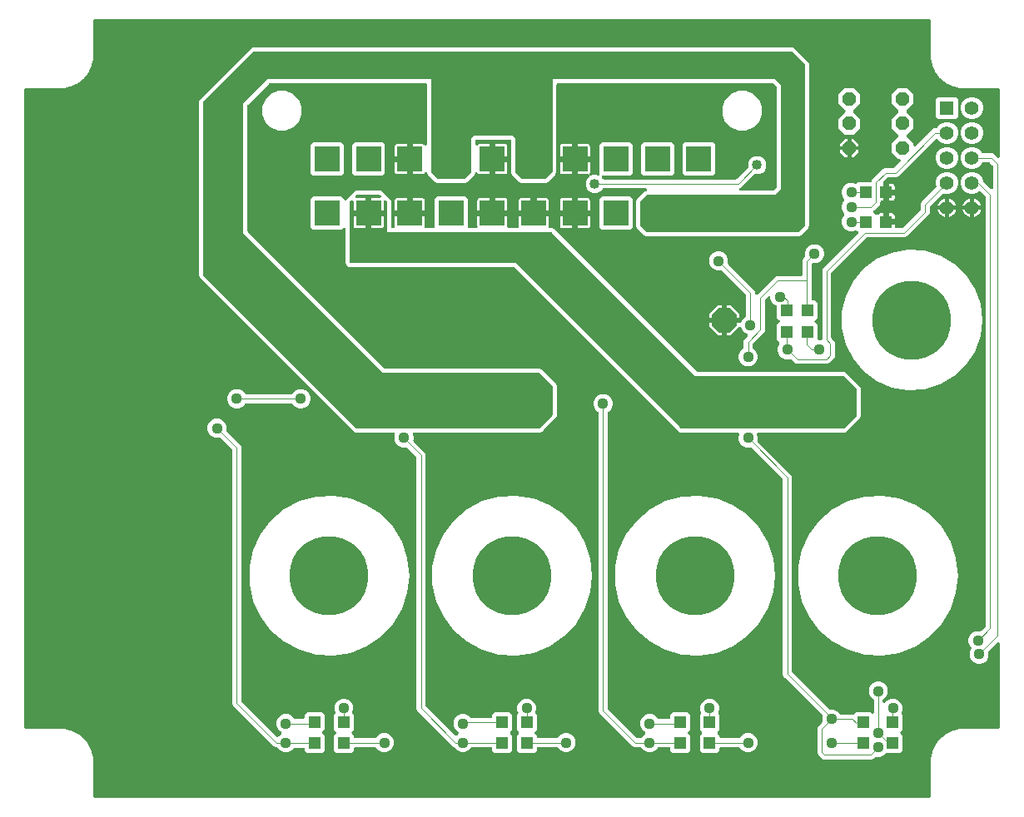
<source format=gbr>
G04 EAGLE Gerber RS-274X export*
G75*
%MOMM*%
%FSLAX34Y34*%
%LPD*%
%INBottom Copper*%
%IPPOS*%
%AMOC8*
5,1,8,0,0,1.08239X$1,22.5*%
G01*
%ADD10P,2.749271X8X202.500000*%
%ADD11C,8.000000*%
%ADD12R,2.550000X2.550000*%
%ADD13P,1.525737X8X112.500000*%
%ADD14R,1.409600X1.409600*%
%ADD15C,1.409600*%
%ADD16R,1.200000X1.200000*%
%ADD17C,0.101600*%
%ADD18C,1.117600*%
%ADD19C,1.108000*%
%ADD20C,1.016000*%
%ADD21C,1.422400*%
%ADD22C,1.114800*%

G36*
X924438Y4068D02*
X924438Y4068D01*
X924464Y4066D01*
X924611Y4088D01*
X924758Y4105D01*
X924783Y4113D01*
X924809Y4117D01*
X924947Y4172D01*
X925086Y4222D01*
X925108Y4236D01*
X925133Y4246D01*
X925254Y4331D01*
X925379Y4411D01*
X925397Y4430D01*
X925419Y4445D01*
X925518Y4555D01*
X925621Y4662D01*
X925635Y4684D01*
X925652Y4704D01*
X925724Y4834D01*
X925800Y4961D01*
X925808Y4986D01*
X925821Y5009D01*
X925861Y5152D01*
X925906Y5293D01*
X925908Y5319D01*
X925916Y5344D01*
X925935Y5588D01*
X925935Y37916D01*
X925927Y37988D01*
X925928Y38060D01*
X925907Y38160D01*
X925895Y38262D01*
X925871Y38330D01*
X925856Y38401D01*
X925817Y38485D01*
X925931Y40091D01*
X925930Y40130D01*
X925935Y40200D01*
X925935Y43104D01*
X925920Y43241D01*
X925918Y43257D01*
X925935Y43467D01*
X925935Y44485D01*
X926321Y45924D01*
X926324Y45947D01*
X926332Y45968D01*
X926369Y46210D01*
X926381Y46374D01*
X926454Y46498D01*
X926462Y46519D01*
X926469Y46532D01*
X926481Y46573D01*
X926536Y46728D01*
X926764Y47576D01*
X926771Y47629D01*
X926788Y47681D01*
X926797Y47801D01*
X926815Y47921D01*
X926810Y47974D01*
X926814Y48028D01*
X926796Y48148D01*
X926790Y48219D01*
X927267Y49498D01*
X927276Y49534D01*
X927328Y49707D01*
X927644Y51157D01*
X927672Y51193D01*
X927709Y51276D01*
X927755Y51353D01*
X927795Y51465D01*
X927816Y51511D01*
X927822Y51539D01*
X927837Y51584D01*
X928257Y53148D01*
X929244Y54858D01*
X929246Y54862D01*
X929248Y54866D01*
X929352Y55088D01*
X929519Y55536D01*
X929597Y55612D01*
X929732Y55743D01*
X929732Y55744D01*
X929733Y55744D01*
X929733Y55745D01*
X929871Y55944D01*
X930267Y56631D01*
X930282Y56664D01*
X930302Y56694D01*
X930315Y56730D01*
X930328Y56751D01*
X930353Y56828D01*
X930406Y56951D01*
X930412Y56986D01*
X930425Y57020D01*
X930433Y57079D01*
X930434Y57083D01*
X930436Y57098D01*
X930444Y57157D01*
X930462Y57257D01*
X931137Y58159D01*
X931162Y58202D01*
X931237Y58311D01*
X931894Y59448D01*
X931899Y59461D01*
X931911Y59479D01*
X932207Y60020D01*
X932224Y60046D01*
X932254Y60080D01*
X932273Y60116D01*
X932314Y60175D01*
X932741Y60916D01*
X934493Y62667D01*
X934516Y62697D01*
X934635Y62832D01*
X935116Y63474D01*
X935119Y63475D01*
X935135Y63483D01*
X935152Y63488D01*
X935289Y63565D01*
X935427Y63638D01*
X935440Y63650D01*
X935456Y63658D01*
X935642Y63817D01*
X936183Y64358D01*
X936194Y64372D01*
X936208Y64383D01*
X936303Y64508D01*
X936400Y64631D01*
X936407Y64647D01*
X936418Y64661D01*
X936482Y64804D01*
X936516Y64877D01*
X937168Y65365D01*
X937196Y65391D01*
X937333Y65507D01*
X939084Y67259D01*
X939825Y67686D01*
X939912Y67751D01*
X939989Y67798D01*
X940521Y68089D01*
X940533Y68097D01*
X940552Y68106D01*
X941689Y68763D01*
X941730Y68793D01*
X941841Y68863D01*
X942738Y69534D01*
X942739Y69534D01*
X942774Y69541D01*
X942810Y69542D01*
X942944Y69576D01*
X943080Y69604D01*
X943113Y69619D01*
X943148Y69628D01*
X943369Y69733D01*
X944056Y70129D01*
X944196Y70233D01*
X944335Y70336D01*
X944335Y70337D01*
X944443Y70463D01*
X944455Y70477D01*
X944912Y70648D01*
X944916Y70650D01*
X944921Y70651D01*
X945142Y70756D01*
X946851Y71743D01*
X948416Y72163D01*
X948500Y72196D01*
X948587Y72219D01*
X948662Y72260D01*
X948740Y72291D01*
X948814Y72342D01*
X948839Y72355D01*
X950293Y72672D01*
X950329Y72684D01*
X950502Y72733D01*
X951782Y73210D01*
X951783Y73210D01*
X951835Y73197D01*
X951956Y73195D01*
X952076Y73185D01*
X952130Y73193D01*
X952184Y73192D01*
X952413Y73235D01*
X952421Y73236D01*
X952422Y73236D01*
X952424Y73236D01*
X953272Y73464D01*
X953416Y73521D01*
X953563Y73575D01*
X953578Y73585D01*
X953596Y73592D01*
X953637Y73620D01*
X953790Y73631D01*
X953813Y73635D01*
X953835Y73635D01*
X954076Y73679D01*
X955515Y74065D01*
X956533Y74065D01*
X956574Y74069D01*
X956615Y74067D01*
X956705Y74079D01*
X956725Y74074D01*
X956775Y74074D01*
X956896Y74065D01*
X959800Y74065D01*
X959840Y74069D01*
X959909Y74069D01*
X961499Y74182D01*
X961505Y74179D01*
X961604Y74151D01*
X961699Y74114D01*
X961771Y74104D01*
X961840Y74084D01*
X962001Y74071D01*
X962044Y74065D01*
X962060Y74067D01*
X962084Y74065D01*
X994412Y74065D01*
X994438Y74068D01*
X994464Y74066D01*
X994611Y74088D01*
X994758Y74105D01*
X994783Y74113D01*
X994809Y74117D01*
X994947Y74172D01*
X995086Y74222D01*
X995108Y74236D01*
X995133Y74246D01*
X995254Y74331D01*
X995379Y74411D01*
X995397Y74430D01*
X995419Y74445D01*
X995518Y74555D01*
X995621Y74662D01*
X995635Y74684D01*
X995652Y74704D01*
X995724Y74834D01*
X995800Y74961D01*
X995808Y74986D01*
X995821Y75009D01*
X995861Y75152D01*
X995906Y75293D01*
X995908Y75319D01*
X995916Y75344D01*
X995935Y75588D01*
X995935Y160791D01*
X995924Y160891D01*
X995922Y160991D01*
X995904Y161063D01*
X995895Y161137D01*
X995862Y161232D01*
X995837Y161329D01*
X995803Y161395D01*
X995778Y161465D01*
X995723Y161550D01*
X995677Y161639D01*
X995629Y161696D01*
X995589Y161758D01*
X995517Y161828D01*
X995452Y161904D01*
X995392Y161949D01*
X995338Y162000D01*
X995252Y162052D01*
X995171Y162112D01*
X995103Y162141D01*
X995039Y162179D01*
X994943Y162210D01*
X994851Y162250D01*
X994778Y162263D01*
X994707Y162285D01*
X994607Y162293D01*
X994508Y162311D01*
X994434Y162307D01*
X994360Y162313D01*
X994260Y162298D01*
X994160Y162293D01*
X994089Y162273D01*
X994015Y162262D01*
X993922Y162225D01*
X993825Y162197D01*
X993760Y162160D01*
X993691Y162133D01*
X993609Y162076D01*
X993521Y162027D01*
X993445Y161961D01*
X993405Y161934D01*
X993381Y161908D01*
X993335Y161868D01*
X985002Y153535D01*
X984954Y153475D01*
X984899Y153422D01*
X984846Y153339D01*
X984785Y153262D01*
X984752Y153193D01*
X984711Y153128D01*
X984678Y153036D01*
X984636Y152947D01*
X984620Y152872D01*
X984594Y152800D01*
X984583Y152702D01*
X984563Y152606D01*
X984564Y152530D01*
X984556Y152454D01*
X984567Y152356D01*
X984569Y152258D01*
X984587Y152183D01*
X984596Y152108D01*
X984642Y151965D01*
X984653Y151924D01*
X984653Y148080D01*
X983183Y144532D01*
X980468Y141817D01*
X976920Y140347D01*
X973080Y140347D01*
X969532Y141817D01*
X966817Y144532D01*
X965347Y148080D01*
X965347Y151920D01*
X966886Y155634D01*
X966907Y155707D01*
X966937Y155777D01*
X966954Y155874D01*
X966981Y155969D01*
X966985Y156045D01*
X966998Y156120D01*
X966993Y156219D01*
X966998Y156317D01*
X966984Y156392D01*
X966980Y156468D01*
X966953Y156563D01*
X966936Y156660D01*
X966905Y156730D01*
X966884Y156803D01*
X966836Y156889D01*
X966797Y156979D01*
X966751Y157041D01*
X966714Y157107D01*
X966617Y157221D01*
X966589Y157259D01*
X966574Y157271D01*
X966555Y157294D01*
X965567Y158282D01*
X964097Y161830D01*
X964097Y165670D01*
X965567Y169218D01*
X968282Y171933D01*
X971830Y173403D01*
X975690Y173403D01*
X975698Y173400D01*
X975768Y173370D01*
X975865Y173353D01*
X975960Y173326D01*
X976036Y173322D01*
X976111Y173309D01*
X976210Y173314D01*
X976308Y173309D01*
X976383Y173323D01*
X976460Y173326D01*
X976554Y173354D01*
X976651Y173371D01*
X976721Y173402D01*
X976794Y173423D01*
X976880Y173471D01*
X976970Y173510D01*
X977032Y173556D01*
X977099Y173593D01*
X977212Y173690D01*
X977250Y173718D01*
X977263Y173733D01*
X977285Y173752D01*
X981231Y177698D01*
X981310Y177797D01*
X981394Y177891D01*
X981418Y177933D01*
X981448Y177971D01*
X981502Y178085D01*
X981563Y178196D01*
X981576Y178242D01*
X981597Y178286D01*
X981623Y178409D01*
X981658Y178531D01*
X981663Y178592D01*
X981670Y178627D01*
X981669Y178675D01*
X981677Y178775D01*
X981677Y614975D01*
X981663Y615101D01*
X981656Y615227D01*
X981643Y615273D01*
X981637Y615321D01*
X981595Y615440D01*
X981560Y615562D01*
X981536Y615604D01*
X981520Y615649D01*
X981451Y615756D01*
X981390Y615866D01*
X981350Y615912D01*
X981331Y615942D01*
X981296Y615976D01*
X981231Y616052D01*
X976627Y620657D01*
X976606Y620673D01*
X976589Y620693D01*
X976470Y620781D01*
X976354Y620873D01*
X976330Y620884D01*
X976309Y620900D01*
X976173Y620959D01*
X976038Y621022D01*
X976013Y621028D01*
X975989Y621038D01*
X975842Y621064D01*
X975698Y621096D01*
X975672Y621095D01*
X975646Y621100D01*
X975497Y621092D01*
X975349Y621090D01*
X975324Y621083D01*
X975298Y621082D01*
X975155Y621041D01*
X975011Y621005D01*
X974988Y620992D01*
X974963Y620985D01*
X974834Y620913D01*
X974701Y620845D01*
X974681Y620828D01*
X974659Y620815D01*
X974472Y620657D01*
X973995Y620179D01*
X969910Y618487D01*
X965490Y618487D01*
X961405Y620179D01*
X958279Y623305D01*
X956587Y627390D01*
X956587Y631810D01*
X958279Y635895D01*
X961405Y639021D01*
X965490Y640713D01*
X969910Y640713D01*
X973995Y639021D01*
X977121Y635895D01*
X978849Y631724D01*
X978853Y631689D01*
X978895Y631570D01*
X978930Y631448D01*
X978954Y631406D01*
X978970Y631361D01*
X979039Y631254D01*
X979100Y631144D01*
X979140Y631098D01*
X979159Y631068D01*
X979194Y631034D01*
X979259Y630958D01*
X986577Y623640D01*
X986655Y623578D01*
X986728Y623508D01*
X986792Y623469D01*
X986850Y623423D01*
X986941Y623380D01*
X987027Y623329D01*
X987098Y623306D01*
X987165Y623274D01*
X987263Y623253D01*
X987359Y623223D01*
X987433Y623217D01*
X987506Y623201D01*
X987606Y623203D01*
X987706Y623195D01*
X987780Y623206D01*
X987854Y623207D01*
X987951Y623231D01*
X988051Y623246D01*
X988120Y623274D01*
X988192Y623292D01*
X988282Y623338D01*
X988375Y623375D01*
X988436Y623417D01*
X988502Y623452D01*
X988579Y623517D01*
X988661Y623574D01*
X988711Y623629D01*
X988767Y623677D01*
X988827Y623758D01*
X988894Y623833D01*
X988930Y623898D01*
X988975Y623958D01*
X989014Y624050D01*
X989063Y624138D01*
X989083Y624209D01*
X989113Y624278D01*
X989130Y624376D01*
X989158Y624473D01*
X989166Y624573D01*
X989174Y624621D01*
X989172Y624656D01*
X989177Y624717D01*
X989177Y646225D01*
X989163Y646351D01*
X989156Y646477D01*
X989143Y646523D01*
X989137Y646571D01*
X989095Y646690D01*
X989060Y646812D01*
X989036Y646854D01*
X989020Y646899D01*
X988951Y647006D01*
X988890Y647116D01*
X988850Y647162D01*
X988831Y647192D01*
X988796Y647226D01*
X988731Y647302D01*
X986052Y649981D01*
X985953Y650060D01*
X985859Y650144D01*
X985817Y650168D01*
X985779Y650198D01*
X985665Y650252D01*
X985554Y650313D01*
X985508Y650326D01*
X985464Y650347D01*
X985341Y650373D01*
X985219Y650408D01*
X985158Y650413D01*
X985123Y650420D01*
X985075Y650419D01*
X984975Y650427D01*
X978852Y650427D01*
X978776Y650419D01*
X978700Y650420D01*
X978603Y650399D01*
X978506Y650387D01*
X978434Y650362D01*
X978359Y650345D01*
X978270Y650303D01*
X978178Y650270D01*
X978114Y650228D01*
X978045Y650196D01*
X977968Y650134D01*
X977885Y650081D01*
X977832Y650026D01*
X977772Y649978D01*
X977711Y649901D01*
X977643Y649830D01*
X977604Y649765D01*
X977556Y649705D01*
X977488Y649571D01*
X977464Y649531D01*
X977458Y649513D01*
X977445Y649487D01*
X977121Y648705D01*
X973995Y645579D01*
X969910Y643887D01*
X965490Y643887D01*
X961405Y645579D01*
X958279Y648705D01*
X956587Y652790D01*
X956587Y657210D01*
X958279Y661295D01*
X961405Y664421D01*
X965490Y666113D01*
X969910Y666113D01*
X973995Y664421D01*
X977121Y661295D01*
X977445Y660513D01*
X977482Y660446D01*
X977510Y660375D01*
X977566Y660295D01*
X977614Y660208D01*
X977665Y660152D01*
X977709Y660089D01*
X977782Y660023D01*
X977848Y659950D01*
X977911Y659907D01*
X977968Y659856D01*
X978054Y659808D01*
X978135Y659752D01*
X978206Y659724D01*
X978273Y659687D01*
X978368Y659660D01*
X978459Y659624D01*
X978535Y659613D01*
X978608Y659592D01*
X978757Y659580D01*
X978804Y659573D01*
X978823Y659575D01*
X978852Y659573D01*
X988410Y659573D01*
X990090Y658877D01*
X991591Y657376D01*
X993335Y655632D01*
X993414Y655569D01*
X993486Y655500D01*
X993550Y655461D01*
X993608Y655415D01*
X993699Y655372D01*
X993785Y655321D01*
X993856Y655298D01*
X993923Y655266D01*
X994021Y655245D01*
X994117Y655215D01*
X994191Y655209D01*
X994264Y655193D01*
X994364Y655195D01*
X994464Y655187D01*
X994538Y655198D01*
X994612Y655199D01*
X994709Y655223D01*
X994809Y655238D01*
X994878Y655266D01*
X994950Y655284D01*
X995039Y655330D01*
X995133Y655367D01*
X995194Y655410D01*
X995260Y655444D01*
X995336Y655509D01*
X995419Y655566D01*
X995469Y655621D01*
X995525Y655669D01*
X995585Y655750D01*
X995652Y655825D01*
X995688Y655890D01*
X995733Y655950D01*
X995772Y656042D01*
X995821Y656130D01*
X995841Y656201D01*
X995871Y656270D01*
X995888Y656368D01*
X995916Y656465D01*
X995924Y656565D01*
X995932Y656613D01*
X995930Y656648D01*
X995935Y656709D01*
X995935Y724412D01*
X995932Y724438D01*
X995934Y724464D01*
X995912Y724611D01*
X995895Y724758D01*
X995887Y724783D01*
X995883Y724809D01*
X995828Y724947D01*
X995778Y725086D01*
X995764Y725108D01*
X995754Y725133D01*
X995669Y725254D01*
X995589Y725379D01*
X995570Y725397D01*
X995555Y725419D01*
X995445Y725518D01*
X995338Y725621D01*
X995316Y725635D01*
X995296Y725652D01*
X995166Y725724D01*
X995039Y725800D01*
X995014Y725808D01*
X994991Y725821D01*
X994848Y725861D01*
X994707Y725906D01*
X994681Y725908D01*
X994656Y725916D01*
X994412Y725935D01*
X962084Y725935D01*
X962012Y725927D01*
X961940Y725928D01*
X961840Y725907D01*
X961738Y725895D01*
X961670Y725871D01*
X961599Y725856D01*
X961515Y725817D01*
X959909Y725931D01*
X959870Y725930D01*
X959800Y725935D01*
X956896Y725935D01*
X956759Y725920D01*
X956743Y725918D01*
X956533Y725935D01*
X955515Y725935D01*
X954076Y726321D01*
X954053Y726324D01*
X954032Y726332D01*
X953790Y726369D01*
X953626Y726381D01*
X953502Y726454D01*
X953481Y726462D01*
X953468Y726469D01*
X953427Y726481D01*
X953272Y726536D01*
X952424Y726764D01*
X952371Y726771D01*
X952319Y726788D01*
X952199Y726797D01*
X952079Y726815D01*
X952026Y726810D01*
X951972Y726814D01*
X951852Y726796D01*
X951781Y726790D01*
X950502Y727267D01*
X950466Y727276D01*
X950293Y727328D01*
X948843Y727644D01*
X948806Y727672D01*
X948724Y727709D01*
X948646Y727755D01*
X948535Y727795D01*
X948489Y727816D01*
X948460Y727822D01*
X948416Y727837D01*
X946852Y728257D01*
X945142Y729244D01*
X945138Y729246D01*
X945134Y729248D01*
X944912Y729352D01*
X944464Y729519D01*
X944360Y729626D01*
X944257Y729732D01*
X944256Y729732D01*
X944256Y729733D01*
X944255Y729733D01*
X944055Y729871D01*
X943369Y730267D01*
X943336Y730282D01*
X943306Y730302D01*
X943176Y730351D01*
X943049Y730406D01*
X943014Y730412D01*
X942980Y730425D01*
X942843Y730444D01*
X942743Y730462D01*
X941841Y731137D01*
X941798Y731162D01*
X941689Y731237D01*
X940552Y731894D01*
X940539Y731900D01*
X940520Y731912D01*
X939980Y732207D01*
X939955Y732224D01*
X939921Y732253D01*
X939885Y732272D01*
X939825Y732314D01*
X939084Y732741D01*
X937333Y734493D01*
X937303Y734516D01*
X937168Y734635D01*
X936526Y735116D01*
X936525Y735119D01*
X936517Y735135D01*
X936512Y735152D01*
X936435Y735289D01*
X936362Y735427D01*
X936350Y735440D01*
X936342Y735456D01*
X936183Y735642D01*
X935642Y736183D01*
X935628Y736194D01*
X935617Y736208D01*
X935492Y736303D01*
X935369Y736400D01*
X935353Y736407D01*
X935339Y736418D01*
X935196Y736482D01*
X935123Y736516D01*
X934635Y737168D01*
X934609Y737195D01*
X934493Y737333D01*
X932741Y739084D01*
X932314Y739825D01*
X932249Y739912D01*
X932203Y739986D01*
X931911Y740520D01*
X931903Y740532D01*
X931894Y740552D01*
X931237Y741689D01*
X931207Y741729D01*
X931137Y741841D01*
X930466Y742738D01*
X930466Y742739D01*
X930459Y742774D01*
X930458Y742810D01*
X930424Y742944D01*
X930396Y743080D01*
X930381Y743113D01*
X930372Y743148D01*
X930267Y743369D01*
X929871Y744055D01*
X929777Y744183D01*
X929664Y744335D01*
X929663Y744335D01*
X929527Y744451D01*
X929523Y744455D01*
X929352Y744912D01*
X929350Y744916D01*
X929349Y744921D01*
X929281Y745063D01*
X929273Y745085D01*
X929267Y745093D01*
X929244Y745142D01*
X928257Y746852D01*
X927837Y748416D01*
X927804Y748500D01*
X927780Y748588D01*
X927740Y748662D01*
X927709Y748740D01*
X927658Y748815D01*
X927645Y748839D01*
X927328Y750293D01*
X927316Y750329D01*
X927267Y750502D01*
X926790Y751782D01*
X926790Y751783D01*
X926803Y751835D01*
X926805Y751956D01*
X926815Y752076D01*
X926807Y752130D01*
X926808Y752184D01*
X926765Y752413D01*
X926764Y752421D01*
X926764Y752422D01*
X926764Y752424D01*
X926536Y753272D01*
X926479Y753416D01*
X926425Y753563D01*
X926415Y753578D01*
X926408Y753596D01*
X926380Y753637D01*
X926369Y753790D01*
X926365Y753813D01*
X926365Y753835D01*
X926321Y754076D01*
X925935Y755515D01*
X925935Y756533D01*
X925931Y756574D01*
X925933Y756615D01*
X925921Y756705D01*
X925926Y756725D01*
X925926Y756775D01*
X925935Y756896D01*
X925935Y759800D01*
X925931Y759840D01*
X925931Y759909D01*
X925818Y761499D01*
X925821Y761505D01*
X925849Y761604D01*
X925886Y761699D01*
X925896Y761771D01*
X925916Y761840D01*
X925929Y762001D01*
X925935Y762044D01*
X925933Y762060D01*
X925935Y762084D01*
X925935Y794412D01*
X925932Y794438D01*
X925934Y794464D01*
X925912Y794611D01*
X925895Y794758D01*
X925887Y794783D01*
X925883Y794809D01*
X925828Y794947D01*
X925778Y795086D01*
X925764Y795108D01*
X925754Y795133D01*
X925669Y795254D01*
X925589Y795379D01*
X925570Y795397D01*
X925555Y795419D01*
X925445Y795518D01*
X925338Y795621D01*
X925316Y795635D01*
X925296Y795652D01*
X925166Y795724D01*
X925039Y795800D01*
X925014Y795808D01*
X924991Y795821D01*
X924848Y795861D01*
X924707Y795906D01*
X924681Y795908D01*
X924656Y795916D01*
X924412Y795935D01*
X75588Y795935D01*
X75562Y795932D01*
X75536Y795934D01*
X75389Y795912D01*
X75242Y795895D01*
X75217Y795887D01*
X75191Y795883D01*
X75053Y795828D01*
X74914Y795778D01*
X74892Y795764D01*
X74867Y795754D01*
X74746Y795669D01*
X74621Y795589D01*
X74603Y795570D01*
X74581Y795555D01*
X74482Y795445D01*
X74379Y795338D01*
X74365Y795316D01*
X74348Y795296D01*
X74276Y795166D01*
X74200Y795039D01*
X74192Y795014D01*
X74179Y794991D01*
X74139Y794848D01*
X74094Y794707D01*
X74092Y794681D01*
X74084Y794656D01*
X74065Y794412D01*
X74065Y762084D01*
X74073Y762012D01*
X74072Y761940D01*
X74093Y761840D01*
X74105Y761738D01*
X74129Y761670D01*
X74144Y761599D01*
X74183Y761515D01*
X74069Y759909D01*
X74070Y759870D01*
X74065Y759800D01*
X74065Y756896D01*
X74080Y756759D01*
X74082Y756743D01*
X74065Y756533D01*
X74065Y755515D01*
X73679Y754076D01*
X73676Y754053D01*
X73668Y754032D01*
X73631Y753790D01*
X73619Y753626D01*
X73546Y753502D01*
X73538Y753481D01*
X73531Y753468D01*
X73519Y753427D01*
X73464Y753272D01*
X73236Y752424D01*
X73229Y752371D01*
X73212Y752319D01*
X73203Y752199D01*
X73185Y752079D01*
X73190Y752026D01*
X73186Y751972D01*
X73204Y751852D01*
X73210Y751781D01*
X72733Y750502D01*
X72724Y750466D01*
X72672Y750293D01*
X72356Y748843D01*
X72328Y748807D01*
X72291Y748724D01*
X72245Y748647D01*
X72205Y748535D01*
X72184Y748489D01*
X72178Y748460D01*
X72163Y748416D01*
X71743Y746852D01*
X70756Y745142D01*
X70754Y745138D01*
X70752Y745134D01*
X70699Y745020D01*
X70681Y744991D01*
X70673Y744966D01*
X70648Y744912D01*
X70481Y744464D01*
X70374Y744360D01*
X70268Y744257D01*
X70268Y744256D01*
X70267Y744256D01*
X70267Y744255D01*
X70129Y744055D01*
X69733Y743369D01*
X69718Y743336D01*
X69698Y743306D01*
X69649Y743176D01*
X69594Y743049D01*
X69588Y743014D01*
X69575Y742980D01*
X69556Y742843D01*
X69538Y742743D01*
X68863Y741841D01*
X68838Y741797D01*
X68763Y741689D01*
X68106Y740552D01*
X68101Y740539D01*
X68089Y740520D01*
X67793Y739980D01*
X67776Y739955D01*
X67747Y739921D01*
X67728Y739885D01*
X67686Y739825D01*
X67259Y739084D01*
X65507Y737333D01*
X65484Y737303D01*
X65365Y737168D01*
X64884Y736526D01*
X64881Y736525D01*
X64865Y736517D01*
X64848Y736512D01*
X64711Y736435D01*
X64573Y736362D01*
X64560Y736350D01*
X64544Y736342D01*
X64358Y736183D01*
X63817Y735642D01*
X63806Y735628D01*
X63792Y735617D01*
X63697Y735492D01*
X63600Y735369D01*
X63593Y735353D01*
X63582Y735339D01*
X63518Y735196D01*
X63484Y735123D01*
X62832Y734635D01*
X62805Y734609D01*
X62667Y734493D01*
X60916Y732741D01*
X60175Y732314D01*
X60088Y732249D01*
X60014Y732203D01*
X59480Y731911D01*
X59468Y731903D01*
X59448Y731894D01*
X58311Y731237D01*
X58271Y731207D01*
X58159Y731137D01*
X57262Y730466D01*
X57261Y730466D01*
X57226Y730459D01*
X57190Y730458D01*
X57056Y730424D01*
X56920Y730396D01*
X56887Y730381D01*
X56852Y730372D01*
X56631Y730267D01*
X55945Y729871D01*
X55791Y729757D01*
X55665Y729664D01*
X55665Y729663D01*
X55545Y729523D01*
X55088Y729352D01*
X55084Y729350D01*
X55079Y729349D01*
X54858Y729244D01*
X53148Y728257D01*
X51584Y727837D01*
X51500Y727804D01*
X51412Y727780D01*
X51338Y727740D01*
X51260Y727709D01*
X51185Y727658D01*
X51161Y727645D01*
X49707Y727328D01*
X49671Y727316D01*
X49498Y727267D01*
X48218Y726790D01*
X48217Y726790D01*
X48165Y726803D01*
X48044Y726805D01*
X47924Y726815D01*
X47870Y726807D01*
X47816Y726808D01*
X47587Y726765D01*
X47579Y726764D01*
X47578Y726764D01*
X47576Y726764D01*
X46728Y726536D01*
X46584Y726479D01*
X46437Y726425D01*
X46422Y726415D01*
X46404Y726408D01*
X46363Y726380D01*
X46210Y726369D01*
X46187Y726365D01*
X46165Y726365D01*
X45924Y726321D01*
X44485Y725935D01*
X43467Y725935D01*
X43426Y725931D01*
X43385Y725933D01*
X43295Y725921D01*
X43275Y725926D01*
X43225Y725926D01*
X43104Y725935D01*
X40200Y725935D01*
X40160Y725931D01*
X40091Y725931D01*
X38501Y725818D01*
X38495Y725821D01*
X38396Y725849D01*
X38301Y725886D01*
X38229Y725896D01*
X38160Y725916D01*
X37999Y725929D01*
X37956Y725935D01*
X37940Y725933D01*
X37916Y725935D01*
X5588Y725935D01*
X5562Y725932D01*
X5536Y725934D01*
X5389Y725912D01*
X5242Y725895D01*
X5217Y725887D01*
X5191Y725883D01*
X5053Y725828D01*
X4914Y725778D01*
X4892Y725764D01*
X4867Y725754D01*
X4746Y725669D01*
X4621Y725589D01*
X4603Y725570D01*
X4581Y725555D01*
X4482Y725445D01*
X4379Y725338D01*
X4365Y725316D01*
X4348Y725296D01*
X4276Y725166D01*
X4200Y725039D01*
X4192Y725014D01*
X4179Y724991D01*
X4139Y724848D01*
X4094Y724707D01*
X4092Y724681D01*
X4084Y724656D01*
X4065Y724412D01*
X4065Y75588D01*
X4068Y75562D01*
X4066Y75536D01*
X4088Y75389D01*
X4105Y75242D01*
X4113Y75217D01*
X4117Y75191D01*
X4172Y75053D01*
X4222Y74914D01*
X4236Y74892D01*
X4246Y74867D01*
X4331Y74746D01*
X4411Y74621D01*
X4430Y74603D01*
X4445Y74581D01*
X4555Y74482D01*
X4662Y74379D01*
X4684Y74365D01*
X4704Y74348D01*
X4834Y74276D01*
X4961Y74200D01*
X4986Y74192D01*
X5009Y74179D01*
X5152Y74139D01*
X5293Y74094D01*
X5319Y74092D01*
X5344Y74084D01*
X5588Y74065D01*
X37916Y74065D01*
X37988Y74073D01*
X38060Y74072D01*
X38160Y74093D01*
X38262Y74105D01*
X38330Y74129D01*
X38401Y74144D01*
X38485Y74183D01*
X40091Y74069D01*
X40130Y74070D01*
X40200Y74065D01*
X43104Y74065D01*
X43241Y74080D01*
X43257Y74082D01*
X43467Y74065D01*
X44485Y74065D01*
X45924Y73679D01*
X45947Y73676D01*
X45968Y73668D01*
X46210Y73631D01*
X46374Y73619D01*
X46498Y73546D01*
X46519Y73538D01*
X46532Y73531D01*
X46573Y73519D01*
X46728Y73464D01*
X47576Y73236D01*
X47629Y73229D01*
X47681Y73212D01*
X47801Y73203D01*
X47921Y73185D01*
X47974Y73190D01*
X48028Y73186D01*
X48148Y73204D01*
X48219Y73210D01*
X49498Y72733D01*
X49534Y72724D01*
X49707Y72672D01*
X51157Y72356D01*
X51194Y72328D01*
X51276Y72291D01*
X51354Y72245D01*
X51465Y72205D01*
X51511Y72184D01*
X51540Y72178D01*
X51584Y72163D01*
X53149Y71743D01*
X54858Y70756D01*
X54862Y70754D01*
X54866Y70752D01*
X55088Y70648D01*
X55536Y70481D01*
X55624Y70391D01*
X55743Y70268D01*
X55744Y70268D01*
X55744Y70267D01*
X55745Y70267D01*
X55944Y70129D01*
X56631Y69733D01*
X56664Y69718D01*
X56694Y69698D01*
X56824Y69649D01*
X56951Y69594D01*
X56986Y69588D01*
X57020Y69575D01*
X57157Y69556D01*
X57257Y69538D01*
X58159Y68863D01*
X58202Y68838D01*
X58311Y68763D01*
X59448Y68106D01*
X59461Y68101D01*
X59479Y68089D01*
X60020Y67793D01*
X60046Y67776D01*
X60080Y67746D01*
X60116Y67727D01*
X60175Y67686D01*
X60916Y67259D01*
X62667Y65507D01*
X62697Y65484D01*
X62832Y65365D01*
X63474Y64884D01*
X63475Y64881D01*
X63483Y64865D01*
X63488Y64848D01*
X63565Y64711D01*
X63638Y64573D01*
X63650Y64560D01*
X63658Y64544D01*
X63817Y64358D01*
X64358Y63817D01*
X64372Y63806D01*
X64383Y63792D01*
X64508Y63697D01*
X64631Y63600D01*
X64647Y63593D01*
X64661Y63582D01*
X64804Y63518D01*
X64877Y63484D01*
X65365Y62832D01*
X65391Y62804D01*
X65507Y62667D01*
X67259Y60916D01*
X67686Y60175D01*
X67751Y60088D01*
X67798Y60011D01*
X68089Y59479D01*
X68097Y59467D01*
X68106Y59448D01*
X68763Y58311D01*
X68793Y58271D01*
X68863Y58159D01*
X69534Y57262D01*
X69534Y57261D01*
X69541Y57226D01*
X69542Y57190D01*
X69576Y57056D01*
X69584Y57016D01*
X69589Y56982D01*
X69593Y56972D01*
X69604Y56920D01*
X69619Y56887D01*
X69628Y56852D01*
X69709Y56682D01*
X69718Y56658D01*
X69724Y56649D01*
X69733Y56631D01*
X70129Y55944D01*
X70239Y55796D01*
X70336Y55665D01*
X70337Y55665D01*
X70476Y55547D01*
X70477Y55545D01*
X70648Y55088D01*
X70650Y55084D01*
X70651Y55079D01*
X70756Y54858D01*
X71743Y53148D01*
X72163Y51584D01*
X72196Y51500D01*
X72219Y51413D01*
X72260Y51338D01*
X72291Y51260D01*
X72342Y51186D01*
X72355Y51161D01*
X72672Y49707D01*
X72684Y49671D01*
X72733Y49498D01*
X73210Y48218D01*
X73210Y48217D01*
X73197Y48165D01*
X73195Y48044D01*
X73185Y47924D01*
X73193Y47870D01*
X73192Y47816D01*
X73235Y47586D01*
X73236Y47579D01*
X73236Y47578D01*
X73236Y47576D01*
X73464Y46728D01*
X73521Y46584D01*
X73575Y46437D01*
X73585Y46422D01*
X73592Y46404D01*
X73620Y46363D01*
X73631Y46210D01*
X73635Y46187D01*
X73635Y46165D01*
X73679Y45924D01*
X74065Y44485D01*
X74065Y43467D01*
X74069Y43426D01*
X74067Y43385D01*
X74079Y43295D01*
X74074Y43275D01*
X74074Y43225D01*
X74065Y43104D01*
X74065Y40200D01*
X74069Y40161D01*
X74069Y40091D01*
X74182Y38501D01*
X74179Y38495D01*
X74151Y38396D01*
X74114Y38301D01*
X74104Y38229D01*
X74084Y38160D01*
X74071Y37999D01*
X74065Y37956D01*
X74067Y37940D01*
X74065Y37916D01*
X74065Y5588D01*
X74068Y5562D01*
X74066Y5536D01*
X74088Y5389D01*
X74105Y5242D01*
X74113Y5217D01*
X74117Y5191D01*
X74172Y5053D01*
X74222Y4914D01*
X74236Y4892D01*
X74246Y4867D01*
X74331Y4746D01*
X74411Y4621D01*
X74430Y4603D01*
X74445Y4581D01*
X74555Y4482D01*
X74662Y4379D01*
X74684Y4365D01*
X74704Y4348D01*
X74834Y4276D01*
X74961Y4200D01*
X74986Y4192D01*
X75009Y4179D01*
X75152Y4139D01*
X75293Y4094D01*
X75319Y4092D01*
X75344Y4084D01*
X75588Y4065D01*
X924412Y4065D01*
X924438Y4068D01*
G37*
%LPC*%
G36*
X482316Y49435D02*
X482316Y49435D01*
X479935Y51816D01*
X479935Y53904D01*
X479932Y53930D01*
X479934Y53956D01*
X479912Y54103D01*
X479895Y54250D01*
X479887Y54275D01*
X479883Y54301D01*
X479828Y54439D01*
X479778Y54578D01*
X479764Y54600D01*
X479754Y54625D01*
X479669Y54746D01*
X479589Y54871D01*
X479570Y54889D01*
X479555Y54911D01*
X479445Y55010D01*
X479338Y55113D01*
X479316Y55127D01*
X479296Y55144D01*
X479166Y55216D01*
X479039Y55292D01*
X479014Y55300D01*
X478991Y55313D01*
X478848Y55353D01*
X478707Y55398D01*
X478681Y55400D01*
X478656Y55408D01*
X478412Y55427D01*
X459572Y55427D01*
X459496Y55419D01*
X459419Y55420D01*
X459323Y55399D01*
X459226Y55387D01*
X459154Y55362D01*
X459079Y55345D01*
X458990Y55303D01*
X458897Y55270D01*
X458833Y55228D01*
X458764Y55196D01*
X458687Y55134D01*
X458605Y55081D01*
X458552Y55026D01*
X458492Y54978D01*
X458431Y54901D01*
X458362Y54830D01*
X458323Y54765D01*
X458276Y54705D01*
X458208Y54572D01*
X458186Y54535D01*
X455468Y51817D01*
X451920Y50347D01*
X448080Y50347D01*
X444532Y51817D01*
X441817Y54532D01*
X441658Y54917D01*
X441620Y54983D01*
X441593Y55053D01*
X441565Y55093D01*
X441542Y55141D01*
X441512Y55179D01*
X441488Y55221D01*
X441435Y55280D01*
X441394Y55339D01*
X441359Y55370D01*
X441325Y55414D01*
X441287Y55444D01*
X441254Y55479D01*
X441186Y55526D01*
X441135Y55572D01*
X441096Y55594D01*
X441051Y55629D01*
X440997Y55657D01*
X440967Y55677D01*
X440923Y55695D01*
X440833Y55741D01*
X439910Y56123D01*
X403623Y92410D01*
X402927Y94090D01*
X402927Y349975D01*
X402913Y350101D01*
X402906Y350227D01*
X402893Y350273D01*
X402887Y350321D01*
X402845Y350440D01*
X402810Y350562D01*
X402786Y350604D01*
X402770Y350649D01*
X402701Y350756D01*
X402640Y350866D01*
X402600Y350912D01*
X402581Y350942D01*
X402546Y350976D01*
X402481Y351052D01*
X393535Y359998D01*
X393475Y360046D01*
X393422Y360101D01*
X393339Y360154D01*
X393262Y360215D01*
X393193Y360248D01*
X393128Y360289D01*
X393036Y360322D01*
X392947Y360364D01*
X392872Y360380D01*
X392800Y360406D01*
X392702Y360417D01*
X392606Y360437D01*
X392530Y360436D01*
X392454Y360444D01*
X392356Y360433D01*
X392258Y360431D01*
X392183Y360413D01*
X392108Y360404D01*
X391965Y360358D01*
X391924Y360347D01*
X388080Y360347D01*
X384532Y361817D01*
X381817Y364532D01*
X380347Y368080D01*
X380347Y371920D01*
X380913Y373285D01*
X380954Y373429D01*
X381000Y373572D01*
X381002Y373597D01*
X381008Y373620D01*
X381016Y373770D01*
X381028Y373920D01*
X381024Y373944D01*
X381025Y373968D01*
X380999Y374116D01*
X380976Y374264D01*
X380967Y374287D01*
X380963Y374311D01*
X380903Y374448D01*
X380848Y374588D01*
X380834Y374608D01*
X380824Y374631D01*
X380735Y374751D01*
X380649Y374874D01*
X380631Y374891D01*
X380616Y374911D01*
X380502Y375007D01*
X380390Y375108D01*
X380369Y375120D01*
X380350Y375136D01*
X380217Y375204D01*
X380085Y375277D01*
X380062Y375283D01*
X380040Y375295D01*
X379894Y375331D01*
X379750Y375372D01*
X379720Y375374D01*
X379702Y375379D01*
X379654Y375379D01*
X379506Y375391D01*
X342921Y375411D01*
X342920Y375411D01*
X341787Y375411D01*
X340763Y375836D01*
X340762Y375836D01*
X339733Y376263D01*
X338932Y377064D01*
X338932Y377065D01*
X338931Y377065D01*
X184248Y531748D01*
X182462Y533534D01*
X181611Y535588D01*
X181611Y712212D01*
X182462Y714266D01*
X234834Y766638D01*
X236888Y767489D01*
X785212Y767489D01*
X787266Y766638D01*
X801538Y752366D01*
X802389Y750312D01*
X802389Y586163D01*
X801538Y584109D01*
X793616Y576187D01*
X791562Y575336D01*
X636938Y575336D01*
X634884Y576187D01*
X626962Y584109D01*
X626111Y586163D01*
X626111Y610612D01*
X626962Y612666D01*
X634884Y620588D01*
X636233Y621147D01*
X636277Y621171D01*
X636325Y621188D01*
X636429Y621256D01*
X636538Y621316D01*
X636575Y621350D01*
X636618Y621377D01*
X636704Y621467D01*
X636796Y621550D01*
X636825Y621592D01*
X636860Y621628D01*
X636924Y621735D01*
X636994Y621837D01*
X637013Y621884D01*
X637039Y621927D01*
X637077Y622045D01*
X637122Y622161D01*
X637129Y622211D01*
X637145Y622259D01*
X637155Y622383D01*
X637173Y622506D01*
X637169Y622556D01*
X637173Y622606D01*
X637154Y622729D01*
X637144Y622853D01*
X637129Y622901D01*
X637121Y622951D01*
X637075Y623066D01*
X637037Y623185D01*
X637011Y623228D01*
X636992Y623275D01*
X636922Y623377D01*
X636857Y623483D01*
X636822Y623520D01*
X636793Y623561D01*
X636701Y623644D01*
X636614Y623733D01*
X636572Y623761D01*
X636535Y623794D01*
X636426Y623854D01*
X636321Y623922D01*
X636274Y623939D01*
X636230Y623963D01*
X636110Y623997D01*
X635993Y624038D01*
X635943Y624044D01*
X635894Y624058D01*
X635650Y624077D01*
X593191Y624077D01*
X593065Y624063D01*
X592939Y624056D01*
X592893Y624043D01*
X592845Y624037D01*
X592726Y623995D01*
X592604Y623960D01*
X592562Y623936D01*
X592517Y623920D01*
X592410Y623851D01*
X592300Y623790D01*
X592254Y623750D01*
X592224Y623731D01*
X592190Y623696D01*
X592114Y623631D01*
X589380Y620898D01*
X586019Y619505D01*
X582381Y619505D01*
X579020Y620898D01*
X576448Y623470D01*
X575055Y626831D01*
X575055Y630469D01*
X576447Y633830D01*
X578450Y635832D01*
X578527Y635930D01*
X578612Y636023D01*
X578636Y636067D01*
X578666Y636105D01*
X578720Y636218D01*
X578781Y636328D01*
X578794Y636376D01*
X578815Y636421D01*
X578842Y636542D01*
X578876Y636663D01*
X578878Y636713D01*
X578889Y636761D01*
X578887Y636886D01*
X578893Y637011D01*
X578884Y637060D01*
X578883Y637110D01*
X578852Y637231D01*
X578830Y637354D01*
X578810Y637399D01*
X578798Y637448D01*
X578740Y637559D01*
X578691Y637674D01*
X578661Y637713D01*
X578638Y637757D01*
X578557Y637853D01*
X578482Y637953D01*
X578444Y637985D01*
X578412Y638023D01*
X578312Y638097D01*
X578216Y638178D01*
X578172Y638200D01*
X578132Y638230D01*
X578017Y638280D01*
X577906Y638336D01*
X577858Y638348D01*
X577812Y638368D01*
X577689Y638390D01*
X577567Y638420D01*
X577518Y638421D01*
X577469Y638430D01*
X577344Y638423D01*
X577219Y638425D01*
X577157Y638414D01*
X577121Y638412D01*
X577112Y638409D01*
X567047Y638409D01*
X567047Y650653D01*
X579291Y650653D01*
X579291Y640615D01*
X579118Y639969D01*
X578685Y639221D01*
X578675Y639197D01*
X578661Y639176D01*
X578606Y639038D01*
X578547Y638901D01*
X578542Y638876D01*
X578533Y638852D01*
X578511Y638705D01*
X578485Y638558D01*
X578486Y638533D01*
X578482Y638507D01*
X578494Y638359D01*
X578502Y638210D01*
X578509Y638185D01*
X578511Y638160D01*
X578557Y638018D01*
X578598Y637875D01*
X578610Y637853D01*
X578618Y637828D01*
X578695Y637700D01*
X578767Y637571D01*
X578785Y637552D01*
X578798Y637530D01*
X578901Y637423D01*
X579002Y637313D01*
X579023Y637298D01*
X579041Y637280D01*
X579166Y637200D01*
X579289Y637115D01*
X579312Y637105D01*
X579334Y637091D01*
X579474Y637042D01*
X579613Y636987D01*
X579638Y636983D01*
X579662Y636975D01*
X579811Y636958D01*
X579958Y636937D01*
X579983Y636939D01*
X580009Y636936D01*
X580157Y636953D01*
X580305Y636966D01*
X580329Y636974D01*
X580355Y636977D01*
X580588Y637052D01*
X582381Y637795D01*
X586019Y637795D01*
X587079Y637356D01*
X587224Y637314D01*
X587367Y637269D01*
X587391Y637267D01*
X587414Y637260D01*
X587565Y637253D01*
X587714Y637241D01*
X587738Y637244D01*
X587762Y637243D01*
X587910Y637270D01*
X588059Y637292D01*
X588081Y637301D01*
X588105Y637306D01*
X588243Y637365D01*
X588383Y637421D01*
X588403Y637435D01*
X588425Y637444D01*
X588546Y637534D01*
X588669Y637620D01*
X588685Y637638D01*
X588705Y637652D01*
X588802Y637767D01*
X588902Y637879D01*
X588914Y637900D01*
X588930Y637918D01*
X588998Y638052D01*
X589071Y638184D01*
X589077Y638207D01*
X589088Y638229D01*
X589125Y638374D01*
X589166Y638519D01*
X589168Y638548D01*
X589173Y638567D01*
X589173Y638614D01*
X589185Y638763D01*
X589185Y668134D01*
X591566Y670515D01*
X620434Y670515D01*
X622815Y668134D01*
X622815Y639266D01*
X620434Y636885D01*
X592575Y636885D01*
X592475Y636874D01*
X592375Y636872D01*
X592302Y636854D01*
X592229Y636845D01*
X592134Y636812D01*
X592037Y636787D01*
X591971Y636753D01*
X591900Y636728D01*
X591816Y636673D01*
X591727Y636627D01*
X591670Y636579D01*
X591608Y636539D01*
X591538Y636467D01*
X591461Y636402D01*
X591417Y636342D01*
X591365Y636288D01*
X591314Y636202D01*
X591254Y636121D01*
X591225Y636053D01*
X591187Y635989D01*
X591156Y635894D01*
X591116Y635801D01*
X591103Y635728D01*
X591080Y635657D01*
X591072Y635557D01*
X591055Y635458D01*
X591058Y635384D01*
X591052Y635310D01*
X591067Y635211D01*
X591072Y635110D01*
X591093Y635039D01*
X591104Y634965D01*
X591141Y634872D01*
X591169Y634775D01*
X591205Y634710D01*
X591233Y634641D01*
X591290Y634559D01*
X591339Y634471D01*
X591404Y634395D01*
X591432Y634355D01*
X591458Y634331D01*
X591498Y634285D01*
X592114Y633669D01*
X592213Y633590D01*
X592307Y633506D01*
X592349Y633482D01*
X592387Y633452D01*
X592501Y633398D01*
X592612Y633337D01*
X592658Y633324D01*
X592702Y633303D01*
X592826Y633277D01*
X592947Y633242D01*
X593008Y633237D01*
X593043Y633230D01*
X593091Y633231D01*
X593191Y633223D01*
X727725Y633223D01*
X727851Y633237D01*
X727977Y633244D01*
X728023Y633257D01*
X728071Y633263D01*
X728190Y633305D01*
X728312Y633340D01*
X728354Y633364D01*
X728399Y633380D01*
X728506Y633449D01*
X728616Y633510D01*
X728662Y633550D01*
X728692Y633569D01*
X728726Y633604D01*
X728802Y633669D01*
X739709Y644576D01*
X739788Y644675D01*
X739872Y644769D01*
X739896Y644811D01*
X739926Y644849D01*
X739980Y644963D01*
X740041Y645074D01*
X740054Y645120D01*
X740075Y645164D01*
X740101Y645287D01*
X740136Y645409D01*
X740141Y645470D01*
X740148Y645505D01*
X740147Y645553D01*
X740155Y645653D01*
X740155Y649519D01*
X741548Y652880D01*
X744120Y655452D01*
X747481Y656845D01*
X751119Y656845D01*
X754480Y655452D01*
X757052Y652880D01*
X758445Y649519D01*
X758445Y645881D01*
X757052Y642520D01*
X754480Y639948D01*
X751119Y638555D01*
X747253Y638555D01*
X747127Y638541D01*
X747001Y638534D01*
X746955Y638521D01*
X746907Y638515D01*
X746788Y638473D01*
X746666Y638438D01*
X746624Y638414D01*
X746579Y638398D01*
X746472Y638329D01*
X746362Y638268D01*
X746316Y638228D01*
X746286Y638209D01*
X746252Y638174D01*
X746176Y638109D01*
X732840Y624773D01*
X731865Y624369D01*
X731821Y624345D01*
X731773Y624328D01*
X731669Y624260D01*
X731560Y624200D01*
X731523Y624166D01*
X731480Y624139D01*
X731394Y624049D01*
X731302Y623966D01*
X731273Y623924D01*
X731238Y623888D01*
X731174Y623781D01*
X731104Y623679D01*
X731085Y623632D01*
X731059Y623589D01*
X731021Y623471D01*
X730976Y623355D01*
X730968Y623305D01*
X730953Y623257D01*
X730943Y623133D01*
X730925Y623010D01*
X730929Y622960D01*
X730925Y622910D01*
X730944Y622787D01*
X730954Y622663D01*
X730969Y622615D01*
X730977Y622565D01*
X731023Y622450D01*
X731061Y622331D01*
X731087Y622288D01*
X731106Y622241D01*
X731176Y622139D01*
X731241Y622033D01*
X731276Y621996D01*
X731304Y621955D01*
X731397Y621872D01*
X731483Y621783D01*
X731526Y621755D01*
X731563Y621722D01*
X731672Y621662D01*
X731777Y621594D01*
X731824Y621577D01*
X731868Y621553D01*
X731988Y621519D01*
X732105Y621478D01*
X732155Y621472D01*
X732204Y621458D01*
X732447Y621439D01*
X765279Y621439D01*
X765405Y621453D01*
X765531Y621460D01*
X765577Y621473D01*
X765625Y621479D01*
X765744Y621521D01*
X765866Y621556D01*
X765908Y621580D01*
X765953Y621596D01*
X766060Y621665D01*
X766170Y621726D01*
X766216Y621766D01*
X766246Y621785D01*
X766280Y621820D01*
X766356Y621885D01*
X768540Y624069D01*
X768619Y624168D01*
X768703Y624262D01*
X768727Y624304D01*
X768757Y624342D01*
X768811Y624456D01*
X768872Y624567D01*
X768885Y624613D01*
X768906Y624657D01*
X768932Y624780D01*
X768967Y624902D01*
X768972Y624963D01*
X768979Y624998D01*
X768978Y625046D01*
X768986Y625146D01*
X768986Y727204D01*
X768972Y727330D01*
X768965Y727456D01*
X768952Y727502D01*
X768946Y727550D01*
X768904Y727669D01*
X768869Y727791D01*
X768845Y727833D01*
X768829Y727878D01*
X768760Y727985D01*
X768699Y728095D01*
X768659Y728141D01*
X768640Y728171D01*
X768605Y728205D01*
X768540Y728281D01*
X766356Y730465D01*
X766257Y730544D01*
X766163Y730628D01*
X766121Y730652D01*
X766083Y730682D01*
X765969Y730736D01*
X765858Y730797D01*
X765812Y730810D01*
X765768Y730831D01*
X765645Y730857D01*
X765523Y730892D01*
X765462Y730897D01*
X765427Y730904D01*
X765379Y730903D01*
X765279Y730911D01*
X546737Y730911D01*
X546711Y730908D01*
X546685Y730910D01*
X546538Y730888D01*
X546391Y730871D01*
X546366Y730863D01*
X546340Y730859D01*
X546202Y730804D01*
X546063Y730754D01*
X546041Y730740D01*
X546016Y730730D01*
X545895Y730645D01*
X545770Y730565D01*
X545752Y730546D01*
X545730Y730531D01*
X545631Y730421D01*
X545528Y730314D01*
X545514Y730292D01*
X545497Y730272D01*
X545425Y730142D01*
X545349Y730015D01*
X545341Y729990D01*
X545328Y729967D01*
X545288Y729824D01*
X545243Y729683D01*
X545241Y729657D01*
X545233Y729632D01*
X545214Y729388D01*
X545214Y640138D01*
X544363Y638084D01*
X536441Y630162D01*
X534387Y629311D01*
X509938Y629311D01*
X507884Y630162D01*
X506098Y631948D01*
X506098Y631949D01*
X501749Y636298D01*
X501748Y636298D01*
X499962Y638084D01*
X499111Y640138D01*
X499111Y672238D01*
X499108Y672264D01*
X499110Y672290D01*
X499088Y672437D01*
X499071Y672584D01*
X499063Y672609D01*
X499059Y672635D01*
X499004Y672773D01*
X498954Y672912D01*
X498940Y672934D01*
X498930Y672959D01*
X498845Y673080D01*
X498765Y673205D01*
X498746Y673223D01*
X498731Y673245D01*
X498621Y673344D01*
X498514Y673447D01*
X498492Y673461D01*
X498472Y673478D01*
X498342Y673550D01*
X498215Y673626D01*
X498190Y673634D01*
X498167Y673647D01*
X498024Y673687D01*
X497883Y673732D01*
X497857Y673734D01*
X497832Y673742D01*
X497588Y673761D01*
X464187Y673761D01*
X464161Y673758D01*
X464135Y673760D01*
X463988Y673738D01*
X463841Y673721D01*
X463816Y673713D01*
X463790Y673709D01*
X463652Y673654D01*
X463513Y673604D01*
X463491Y673590D01*
X463466Y673580D01*
X463345Y673495D01*
X463220Y673415D01*
X463202Y673396D01*
X463180Y673381D01*
X463081Y673271D01*
X462978Y673164D01*
X462964Y673142D01*
X462947Y673122D01*
X462875Y672992D01*
X462799Y672865D01*
X462791Y672840D01*
X462778Y672817D01*
X462738Y672674D01*
X462693Y672533D01*
X462691Y672507D01*
X462683Y672482D01*
X462664Y672238D01*
X462664Y669134D01*
X462675Y669035D01*
X462677Y668934D01*
X462695Y668862D01*
X462704Y668788D01*
X462737Y668693D01*
X462762Y668596D01*
X462796Y668530D01*
X462821Y668460D01*
X462876Y668376D01*
X462922Y668286D01*
X462970Y668230D01*
X463010Y668167D01*
X463082Y668097D01*
X463147Y668021D01*
X463207Y667977D01*
X463261Y667925D01*
X463347Y667873D01*
X463428Y667814D01*
X463496Y667784D01*
X463560Y667746D01*
X463655Y667716D01*
X463748Y667676D01*
X463821Y667663D01*
X463892Y667640D01*
X463992Y667632D01*
X464091Y667614D01*
X464165Y667618D01*
X464239Y667612D01*
X464338Y667627D01*
X464439Y667632D01*
X464510Y667653D01*
X464584Y667664D01*
X464677Y667701D01*
X464774Y667729D01*
X464839Y667765D01*
X464908Y667792D01*
X464990Y667850D01*
X465078Y667899D01*
X465154Y667964D01*
X465194Y667991D01*
X465218Y668018D01*
X465264Y668057D01*
X465690Y668483D01*
X466269Y668818D01*
X466915Y668991D01*
X476953Y668991D01*
X476953Y655224D01*
X476956Y655198D01*
X476954Y655172D01*
X476976Y655025D01*
X476993Y654878D01*
X477001Y654853D01*
X477005Y654827D01*
X477060Y654689D01*
X477110Y654550D01*
X477124Y654528D01*
X477134Y654503D01*
X477219Y654382D01*
X477299Y654257D01*
X477318Y654239D01*
X477333Y654217D01*
X477443Y654118D01*
X477550Y654015D01*
X477572Y654001D01*
X477592Y653984D01*
X477722Y653912D01*
X477849Y653836D01*
X477874Y653828D01*
X477897Y653815D01*
X478040Y653775D01*
X478181Y653730D01*
X478207Y653728D01*
X478232Y653721D01*
X478476Y653701D01*
X480001Y653701D01*
X480001Y653699D01*
X478476Y653699D01*
X478450Y653696D01*
X478424Y653698D01*
X478277Y653676D01*
X478130Y653659D01*
X478105Y653650D01*
X478079Y653647D01*
X477941Y653592D01*
X477802Y653542D01*
X477780Y653527D01*
X477755Y653518D01*
X477634Y653433D01*
X477509Y653353D01*
X477491Y653334D01*
X477469Y653319D01*
X477370Y653209D01*
X477267Y653102D01*
X477253Y653080D01*
X477236Y653060D01*
X477164Y652930D01*
X477088Y652803D01*
X477080Y652778D01*
X477067Y652755D01*
X477027Y652612D01*
X476982Y652471D01*
X476980Y652445D01*
X476972Y652420D01*
X476953Y652176D01*
X476953Y638409D01*
X466915Y638409D01*
X466269Y638582D01*
X465690Y638917D01*
X465217Y639390D01*
X465094Y639602D01*
X465094Y639603D01*
X465094Y639604D01*
X464992Y639741D01*
X464887Y639882D01*
X464886Y639883D01*
X464748Y640000D01*
X464621Y640108D01*
X464620Y640108D01*
X464620Y640109D01*
X464452Y640194D01*
X464311Y640267D01*
X464310Y640267D01*
X464309Y640267D01*
X464136Y640310D01*
X463973Y640351D01*
X463972Y640351D01*
X463971Y640351D01*
X463786Y640354D01*
X463624Y640357D01*
X463623Y640356D01*
X463451Y640319D01*
X463284Y640283D01*
X463283Y640282D01*
X463282Y640282D01*
X463126Y640208D01*
X462969Y640133D01*
X462968Y640133D01*
X462967Y640132D01*
X462826Y640019D01*
X462696Y639916D01*
X462695Y639915D01*
X462588Y639780D01*
X462480Y639643D01*
X462480Y639642D01*
X462479Y639641D01*
X462368Y639424D01*
X461813Y638084D01*
X453891Y630162D01*
X451837Y629311D01*
X424213Y629311D01*
X422159Y630162D01*
X414237Y638084D01*
X413661Y639474D01*
X413661Y639475D01*
X413589Y639604D01*
X413492Y639779D01*
X413491Y639780D01*
X413374Y639910D01*
X413258Y640037D01*
X413257Y640037D01*
X413257Y640038D01*
X413104Y640143D01*
X412971Y640235D01*
X412970Y640236D01*
X412802Y640302D01*
X412647Y640363D01*
X412646Y640363D01*
X412485Y640387D01*
X412302Y640414D01*
X412301Y640414D01*
X412140Y640400D01*
X411955Y640385D01*
X411954Y640385D01*
X411791Y640332D01*
X411623Y640278D01*
X411623Y640277D01*
X411622Y640277D01*
X411471Y640186D01*
X411325Y640098D01*
X411324Y640098D01*
X411324Y640097D01*
X411204Y639981D01*
X411075Y639855D01*
X411074Y639855D01*
X411074Y639854D01*
X410935Y639653D01*
X410783Y639390D01*
X410310Y638917D01*
X409731Y638582D01*
X409085Y638409D01*
X399047Y638409D01*
X399047Y652176D01*
X399044Y652202D01*
X399046Y652228D01*
X399024Y652375D01*
X399007Y652522D01*
X398999Y652547D01*
X398995Y652573D01*
X398940Y652711D01*
X398890Y652850D01*
X398876Y652872D01*
X398866Y652897D01*
X398781Y653018D01*
X398701Y653143D01*
X398682Y653161D01*
X398667Y653183D01*
X398557Y653282D01*
X398450Y653385D01*
X398428Y653399D01*
X398408Y653416D01*
X398278Y653488D01*
X398151Y653564D01*
X398126Y653572D01*
X398103Y653585D01*
X397960Y653625D01*
X397819Y653670D01*
X397793Y653672D01*
X397768Y653679D01*
X397524Y653699D01*
X395999Y653699D01*
X395999Y653701D01*
X397524Y653701D01*
X397550Y653704D01*
X397576Y653702D01*
X397723Y653724D01*
X397870Y653741D01*
X397895Y653750D01*
X397921Y653753D01*
X398059Y653808D01*
X398198Y653858D01*
X398220Y653873D01*
X398245Y653882D01*
X398366Y653967D01*
X398491Y654047D01*
X398509Y654066D01*
X398531Y654081D01*
X398630Y654191D01*
X398733Y654298D01*
X398747Y654320D01*
X398764Y654340D01*
X398836Y654470D01*
X398912Y654597D01*
X398920Y654622D01*
X398933Y654645D01*
X398973Y654788D01*
X399018Y654929D01*
X399020Y654955D01*
X399028Y654980D01*
X399047Y655224D01*
X399047Y668991D01*
X409085Y668991D01*
X409731Y668818D01*
X410310Y668483D01*
X410786Y668007D01*
X410864Y667945D01*
X410937Y667875D01*
X411001Y667837D01*
X411059Y667791D01*
X411150Y667748D01*
X411236Y667696D01*
X411307Y667674D01*
X411374Y667642D01*
X411472Y667621D01*
X411568Y667590D01*
X411642Y667584D01*
X411715Y667568D01*
X411815Y667570D01*
X411915Y667562D01*
X411989Y667573D01*
X412063Y667574D01*
X412160Y667599D01*
X412260Y667614D01*
X412329Y667641D01*
X412401Y667659D01*
X412490Y667705D01*
X412584Y667742D01*
X412645Y667785D01*
X412711Y667819D01*
X412788Y667884D01*
X412870Y667941D01*
X412920Y667996D01*
X412976Y668045D01*
X413036Y668126D01*
X413103Y668200D01*
X413139Y668265D01*
X413184Y668325D01*
X413223Y668417D01*
X413272Y668505D01*
X413292Y668577D01*
X413322Y668645D01*
X413339Y668744D01*
X413367Y668841D01*
X413375Y668941D01*
X413383Y668988D01*
X413381Y669024D01*
X413386Y669084D01*
X413386Y729388D01*
X413383Y729414D01*
X413385Y729440D01*
X413363Y729587D01*
X413346Y729734D01*
X413338Y729759D01*
X413334Y729785D01*
X413279Y729923D01*
X413229Y730062D01*
X413215Y730084D01*
X413205Y730109D01*
X413120Y730230D01*
X413040Y730355D01*
X413021Y730373D01*
X413006Y730395D01*
X412896Y730494D01*
X412789Y730597D01*
X412767Y730611D01*
X412747Y730628D01*
X412617Y730700D01*
X412490Y730776D01*
X412465Y730784D01*
X412442Y730797D01*
X412299Y730837D01*
X412158Y730882D01*
X412132Y730884D01*
X412107Y730892D01*
X411863Y730911D01*
X253646Y730911D01*
X253520Y730897D01*
X253394Y730890D01*
X253348Y730877D01*
X253300Y730871D01*
X253181Y730829D01*
X253059Y730794D01*
X253017Y730770D01*
X252972Y730754D01*
X252865Y730685D01*
X252755Y730624D01*
X252709Y730584D01*
X252679Y730565D01*
X252645Y730530D01*
X252569Y730465D01*
X231335Y709231D01*
X231256Y709132D01*
X231172Y709038D01*
X231148Y708996D01*
X231118Y708958D01*
X231064Y708844D01*
X231003Y708733D01*
X230990Y708687D01*
X230969Y708643D01*
X230943Y708520D01*
X230908Y708398D01*
X230903Y708337D01*
X230896Y708302D01*
X230897Y708254D01*
X230889Y708154D01*
X230889Y580921D01*
X230903Y580795D01*
X230910Y580669D01*
X230923Y580623D01*
X230929Y580575D01*
X230971Y580456D01*
X231006Y580334D01*
X231030Y580292D01*
X231046Y580247D01*
X231115Y580140D01*
X231176Y580030D01*
X231216Y579984D01*
X231235Y579954D01*
X231270Y579920D01*
X231335Y579844D01*
X370169Y441010D01*
X370268Y440931D01*
X370362Y440847D01*
X370404Y440823D01*
X370442Y440793D01*
X370556Y440739D01*
X370667Y440678D01*
X370713Y440665D01*
X370757Y440644D01*
X370880Y440618D01*
X371002Y440583D01*
X371063Y440578D01*
X371098Y440571D01*
X371146Y440572D01*
X371246Y440564D01*
X525768Y440564D01*
X525869Y440575D01*
X527168Y440564D01*
X527173Y440564D01*
X527181Y440564D01*
X528287Y440564D01*
X529305Y440131D01*
X529311Y440130D01*
X529318Y440126D01*
X530340Y439703D01*
X531115Y438914D01*
X531119Y438911D01*
X531124Y438904D01*
X532015Y438013D01*
X532105Y437906D01*
X543690Y426114D01*
X543694Y426110D01*
X543700Y426104D01*
X544481Y425323D01*
X544895Y424298D01*
X544898Y424293D01*
X544900Y424286D01*
X545324Y423263D01*
X545314Y422157D01*
X545314Y422152D01*
X545314Y422144D01*
X545314Y392488D01*
X544463Y390434D01*
X542677Y388648D01*
X531976Y377947D01*
X531972Y377942D01*
X531964Y377935D01*
X531960Y377931D01*
X531957Y377927D01*
X530960Y376931D01*
X530959Y376931D01*
X530959Y376930D01*
X530190Y376161D01*
X529147Y375730D01*
X529146Y375729D01*
X528135Y375311D01*
X526998Y375311D01*
X526997Y375311D01*
X525619Y375311D01*
X525609Y375312D01*
X400500Y375380D01*
X400351Y375363D01*
X400200Y375350D01*
X400177Y375343D01*
X400154Y375340D01*
X400012Y375290D01*
X399868Y375243D01*
X399848Y375231D01*
X399826Y375223D01*
X399699Y375141D01*
X399570Y375064D01*
X399553Y375047D01*
X399533Y375034D01*
X399428Y374926D01*
X399320Y374821D01*
X399307Y374801D01*
X399290Y374784D01*
X399213Y374654D01*
X399132Y374527D01*
X399124Y374505D01*
X399111Y374485D01*
X399065Y374341D01*
X399015Y374199D01*
X399012Y374175D01*
X399005Y374153D01*
X398993Y374003D01*
X398976Y373853D01*
X398979Y373829D01*
X398977Y373805D01*
X398999Y373656D01*
X399017Y373507D01*
X399026Y373479D01*
X399028Y373461D01*
X399046Y373417D01*
X399092Y373274D01*
X399653Y371920D01*
X399653Y368060D01*
X399650Y368052D01*
X399620Y367982D01*
X399603Y367885D01*
X399576Y367790D01*
X399572Y367714D01*
X399559Y367639D01*
X399564Y367540D01*
X399559Y367442D01*
X399573Y367367D01*
X399576Y367290D01*
X399604Y367196D01*
X399621Y367099D01*
X399652Y367029D01*
X399673Y366956D01*
X399721Y366870D01*
X399760Y366780D01*
X399806Y366718D01*
X399843Y366651D01*
X399940Y366538D01*
X399968Y366500D01*
X399983Y366487D01*
X400002Y366465D01*
X411377Y355090D01*
X412073Y353410D01*
X412073Y97525D01*
X412087Y97399D01*
X412094Y97273D01*
X412107Y97227D01*
X412113Y97179D01*
X412155Y97060D01*
X412190Y96938D01*
X412214Y96896D01*
X412230Y96851D01*
X412299Y96744D01*
X412360Y96634D01*
X412400Y96588D01*
X412419Y96558D01*
X412454Y96524D01*
X412519Y96448D01*
X441581Y67386D01*
X441601Y67370D01*
X441618Y67350D01*
X441738Y67261D01*
X441854Y67169D01*
X441877Y67158D01*
X441899Y67143D01*
X442035Y67084D01*
X442169Y67021D01*
X442195Y67015D01*
X442219Y67005D01*
X442365Y66978D01*
X442510Y66947D01*
X442536Y66948D01*
X442562Y66943D01*
X442710Y66951D01*
X442858Y66953D01*
X442883Y66960D01*
X442910Y66961D01*
X443052Y67002D01*
X443196Y67038D01*
X443219Y67050D01*
X443245Y67057D01*
X443374Y67130D01*
X443506Y67198D01*
X443526Y67215D01*
X443549Y67228D01*
X443735Y67386D01*
X444532Y68183D01*
X444917Y68343D01*
X445005Y68392D01*
X445097Y68432D01*
X445157Y68476D01*
X445222Y68512D01*
X445296Y68580D01*
X445377Y68639D01*
X445425Y68696D01*
X445480Y68746D01*
X445537Y68829D01*
X445602Y68905D01*
X445636Y68972D01*
X445678Y69033D01*
X445715Y69126D01*
X445761Y69216D01*
X445779Y69288D01*
X445806Y69357D01*
X445821Y69457D01*
X445845Y69554D01*
X445846Y69628D01*
X445857Y69702D01*
X445848Y69802D01*
X445850Y69902D01*
X445834Y69975D01*
X445828Y70049D01*
X445797Y70145D01*
X445776Y70243D01*
X445744Y70310D01*
X445721Y70381D01*
X445669Y70467D01*
X445626Y70558D01*
X445579Y70616D01*
X445541Y70679D01*
X445471Y70751D01*
X445409Y70830D01*
X445350Y70876D01*
X445298Y70929D01*
X445214Y70984D01*
X445135Y71046D01*
X445046Y71092D01*
X445005Y71118D01*
X444971Y71130D01*
X444917Y71157D01*
X444532Y71317D01*
X441817Y74032D01*
X440347Y77580D01*
X440347Y81420D01*
X441817Y84968D01*
X444532Y87683D01*
X448080Y89153D01*
X451920Y89153D01*
X455468Y87683D01*
X457632Y85519D01*
X457731Y85440D01*
X457825Y85356D01*
X457867Y85332D01*
X457905Y85302D01*
X458019Y85248D01*
X458130Y85187D01*
X458177Y85174D01*
X458220Y85153D01*
X458344Y85127D01*
X458465Y85092D01*
X458526Y85087D01*
X458561Y85080D01*
X458609Y85081D01*
X458709Y85073D01*
X478412Y85073D01*
X478438Y85076D01*
X478464Y85074D01*
X478611Y85096D01*
X478758Y85113D01*
X478783Y85121D01*
X478809Y85125D01*
X478947Y85180D01*
X479086Y85230D01*
X479108Y85244D01*
X479133Y85254D01*
X479254Y85339D01*
X479379Y85419D01*
X479397Y85438D01*
X479419Y85453D01*
X479518Y85563D01*
X479621Y85670D01*
X479635Y85692D01*
X479652Y85712D01*
X479724Y85842D01*
X479800Y85969D01*
X479808Y85994D01*
X479821Y86017D01*
X479861Y86160D01*
X479906Y86301D01*
X479908Y86327D01*
X479916Y86352D01*
X479935Y86596D01*
X479935Y88184D01*
X482316Y90565D01*
X497684Y90565D01*
X500065Y88184D01*
X500065Y72816D01*
X498326Y71077D01*
X498309Y71056D01*
X498289Y71040D01*
X498201Y70920D01*
X498109Y70804D01*
X498098Y70780D01*
X498082Y70759D01*
X498023Y70623D01*
X497960Y70489D01*
X497954Y70463D01*
X497944Y70439D01*
X497918Y70293D01*
X497887Y70148D01*
X497887Y70122D01*
X497882Y70096D01*
X497890Y69948D01*
X497893Y69800D01*
X497899Y69774D01*
X497900Y69748D01*
X497941Y69606D01*
X497978Y69462D01*
X497990Y69439D01*
X497997Y69413D01*
X498069Y69284D01*
X498137Y69152D01*
X498154Y69132D01*
X498167Y69109D01*
X498326Y68923D01*
X500065Y67184D01*
X500065Y51816D01*
X497684Y49435D01*
X482316Y49435D01*
G37*
%LPD*%
G36*
X527150Y379391D02*
X527150Y379391D01*
X527277Y379398D01*
X527323Y379411D01*
X527370Y379416D01*
X527490Y379459D01*
X527612Y379494D01*
X527654Y379518D01*
X527699Y379534D01*
X527805Y379602D01*
X527916Y379664D01*
X527962Y379703D01*
X527991Y379723D01*
X528025Y379757D01*
X528102Y379823D01*
X540802Y392523D01*
X540881Y392622D01*
X540965Y392716D01*
X540989Y392758D01*
X541019Y392796D01*
X541073Y392910D01*
X541134Y393021D01*
X541147Y393067D01*
X541168Y393111D01*
X541194Y393234D01*
X541229Y393356D01*
X541234Y393417D01*
X541241Y393452D01*
X541240Y393500D01*
X541248Y393600D01*
X541248Y422175D01*
X541235Y422294D01*
X541229Y422413D01*
X541215Y422467D01*
X541208Y422521D01*
X541168Y422634D01*
X541136Y422749D01*
X541109Y422797D01*
X541091Y422849D01*
X541026Y422950D01*
X540968Y423055D01*
X540923Y423109D01*
X540902Y423142D01*
X540869Y423174D01*
X540812Y423243D01*
X528237Y436043D01*
X528133Y436126D01*
X528034Y436215D01*
X527998Y436235D01*
X527966Y436262D01*
X527846Y436319D01*
X527729Y436384D01*
X527689Y436395D01*
X527652Y436413D01*
X527522Y436442D01*
X527394Y436479D01*
X527342Y436483D01*
X527312Y436490D01*
X527262Y436489D01*
X527150Y436498D01*
X368931Y436498D01*
X226823Y578606D01*
X226823Y710469D01*
X251331Y734977D01*
X417452Y734977D01*
X417452Y641250D01*
X417466Y641124D01*
X417473Y640998D01*
X417486Y640952D01*
X417492Y640904D01*
X417534Y640785D01*
X417569Y640663D01*
X417593Y640621D01*
X417609Y640576D01*
X417678Y640469D01*
X417739Y640359D01*
X417779Y640313D01*
X417798Y640283D01*
X417833Y640249D01*
X417898Y640173D01*
X424248Y633823D01*
X424347Y633744D01*
X424441Y633660D01*
X424483Y633636D01*
X424521Y633606D01*
X424635Y633552D01*
X424746Y633491D01*
X424792Y633478D01*
X424836Y633457D01*
X424959Y633431D01*
X425081Y633396D01*
X425142Y633392D01*
X425177Y633384D01*
X425225Y633385D01*
X425325Y633377D01*
X450725Y633377D01*
X450851Y633391D01*
X450977Y633398D01*
X451023Y633411D01*
X451071Y633417D01*
X451190Y633459D01*
X451312Y633494D01*
X451354Y633518D01*
X451399Y633534D01*
X451506Y633603D01*
X451616Y633664D01*
X451662Y633704D01*
X451692Y633723D01*
X451726Y633758D01*
X451802Y633823D01*
X458152Y640173D01*
X458231Y640272D01*
X458315Y640366D01*
X458339Y640408D01*
X458369Y640446D01*
X458423Y640560D01*
X458484Y640671D01*
X458497Y640717D01*
X458518Y640761D01*
X458544Y640884D01*
X458579Y641006D01*
X458584Y641067D01*
X458591Y641102D01*
X458590Y641150D01*
X458598Y641250D01*
X458598Y675544D01*
X460881Y677827D01*
X500894Y677827D01*
X503177Y675544D01*
X503177Y641250D01*
X503191Y641124D01*
X503198Y640998D01*
X503211Y640952D01*
X503217Y640904D01*
X503259Y640785D01*
X503294Y640663D01*
X503318Y640621D01*
X503334Y640576D01*
X503403Y640469D01*
X503464Y640359D01*
X503504Y640313D01*
X503523Y640283D01*
X503558Y640249D01*
X503623Y640173D01*
X509973Y633823D01*
X510072Y633744D01*
X510166Y633660D01*
X510208Y633636D01*
X510246Y633606D01*
X510360Y633552D01*
X510471Y633491D01*
X510517Y633478D01*
X510561Y633457D01*
X510684Y633431D01*
X510806Y633396D01*
X510867Y633392D01*
X510902Y633384D01*
X510950Y633385D01*
X511050Y633377D01*
X533275Y633377D01*
X533401Y633391D01*
X533527Y633398D01*
X533573Y633411D01*
X533621Y633417D01*
X533740Y633459D01*
X533862Y633494D01*
X533904Y633518D01*
X533949Y633534D01*
X534056Y633603D01*
X534166Y633664D01*
X534212Y633704D01*
X534242Y633723D01*
X534276Y633758D01*
X534352Y633823D01*
X540702Y640173D01*
X540781Y640272D01*
X540865Y640366D01*
X540889Y640408D01*
X540919Y640446D01*
X540973Y640560D01*
X541034Y640671D01*
X541047Y640717D01*
X541068Y640761D01*
X541094Y640884D01*
X541129Y641006D01*
X541134Y641067D01*
X541141Y641102D01*
X541140Y641150D01*
X541148Y641250D01*
X541148Y734977D01*
X767594Y734977D01*
X773052Y729519D01*
X773052Y622831D01*
X767594Y617373D01*
X638050Y617373D01*
X637924Y617359D01*
X637798Y617352D01*
X637752Y617339D01*
X637704Y617333D01*
X637585Y617291D01*
X637463Y617256D01*
X637421Y617232D01*
X637376Y617216D01*
X637269Y617147D01*
X637159Y617086D01*
X637113Y617046D01*
X637083Y617027D01*
X637049Y616992D01*
X636973Y616927D01*
X630623Y610577D01*
X630544Y610478D01*
X630460Y610384D01*
X630436Y610342D01*
X630406Y610304D01*
X630352Y610190D01*
X630291Y610079D01*
X630278Y610033D01*
X630257Y609989D01*
X630231Y609866D01*
X630196Y609744D01*
X630192Y609683D01*
X630184Y609648D01*
X630185Y609600D01*
X630177Y609500D01*
X630177Y587275D01*
X630191Y587149D01*
X630198Y587023D01*
X630211Y586977D01*
X630217Y586929D01*
X630259Y586810D01*
X630294Y586688D01*
X630318Y586646D01*
X630334Y586601D01*
X630403Y586494D01*
X630464Y586384D01*
X630504Y586338D01*
X630523Y586308D01*
X630558Y586274D01*
X630623Y586198D01*
X636973Y579848D01*
X637072Y579769D01*
X637166Y579685D01*
X637208Y579661D01*
X637246Y579631D01*
X637360Y579577D01*
X637471Y579516D01*
X637517Y579503D01*
X637561Y579482D01*
X637684Y579456D01*
X637806Y579421D01*
X637867Y579417D01*
X637902Y579409D01*
X637950Y579410D01*
X638050Y579402D01*
X790450Y579402D01*
X790576Y579416D01*
X790702Y579423D01*
X790748Y579436D01*
X790796Y579442D01*
X790915Y579484D01*
X791037Y579519D01*
X791079Y579543D01*
X791124Y579559D01*
X791231Y579628D01*
X791341Y579689D01*
X791387Y579729D01*
X791417Y579748D01*
X791451Y579783D01*
X791527Y579848D01*
X797877Y586198D01*
X797956Y586297D01*
X798040Y586391D01*
X798064Y586433D01*
X798094Y586471D01*
X798148Y586585D01*
X798209Y586696D01*
X798222Y586742D01*
X798243Y586786D01*
X798269Y586909D01*
X798304Y587031D01*
X798309Y587092D01*
X798316Y587127D01*
X798315Y587175D01*
X798323Y587275D01*
X798323Y749200D01*
X798309Y749326D01*
X798302Y749452D01*
X798289Y749498D01*
X798283Y749546D01*
X798241Y749665D01*
X798206Y749787D01*
X798182Y749829D01*
X798166Y749874D01*
X798097Y749981D01*
X798036Y750091D01*
X797996Y750137D01*
X797977Y750167D01*
X797942Y750201D01*
X797877Y750277D01*
X785177Y762977D01*
X785078Y763056D01*
X784984Y763140D01*
X784942Y763164D01*
X784904Y763194D01*
X784790Y763248D01*
X784679Y763309D01*
X784633Y763322D01*
X784589Y763343D01*
X784466Y763369D01*
X784344Y763404D01*
X784283Y763409D01*
X784248Y763416D01*
X784200Y763415D01*
X784100Y763423D01*
X238000Y763423D01*
X237874Y763409D01*
X237748Y763402D01*
X237702Y763389D01*
X237654Y763383D01*
X237535Y763341D01*
X237413Y763306D01*
X237371Y763282D01*
X237326Y763266D01*
X237219Y763197D01*
X237109Y763136D01*
X237063Y763096D01*
X237033Y763077D01*
X236999Y763042D01*
X236923Y762977D01*
X186123Y712177D01*
X186044Y712078D01*
X185960Y711984D01*
X185936Y711942D01*
X185906Y711904D01*
X185852Y711790D01*
X185791Y711679D01*
X185778Y711633D01*
X185757Y711589D01*
X185731Y711466D01*
X185696Y711344D01*
X185692Y711283D01*
X185684Y711248D01*
X185685Y711200D01*
X185677Y711100D01*
X185677Y536700D01*
X185691Y536574D01*
X185698Y536448D01*
X185711Y536402D01*
X185717Y536354D01*
X185759Y536235D01*
X185794Y536113D01*
X185818Y536071D01*
X185834Y536026D01*
X185903Y535919D01*
X185964Y535809D01*
X186004Y535763D01*
X186023Y535733D01*
X186058Y535699D01*
X186123Y535623D01*
X341823Y379923D01*
X341921Y379845D01*
X342015Y379760D01*
X342058Y379737D01*
X342096Y379706D01*
X342210Y379652D01*
X342320Y379591D01*
X342367Y379578D01*
X342411Y379557D01*
X342534Y379531D01*
X342655Y379497D01*
X342717Y379492D01*
X342752Y379484D01*
X342800Y379485D01*
X342899Y379477D01*
X527024Y379377D01*
X527150Y379391D01*
G37*
%LPC*%
G36*
X816590Y42927D02*
X816590Y42927D01*
X814910Y43623D01*
X811123Y47410D01*
X810427Y49090D01*
X810427Y74660D01*
X811123Y76340D01*
X814998Y80215D01*
X815046Y80275D01*
X815101Y80328D01*
X815154Y80411D01*
X815215Y80488D01*
X815248Y80557D01*
X815289Y80622D01*
X815322Y80714D01*
X815364Y80803D01*
X815380Y80878D01*
X815406Y80950D01*
X815417Y81048D01*
X815437Y81144D01*
X815436Y81220D01*
X815444Y81296D01*
X815433Y81394D01*
X815431Y81492D01*
X815413Y81567D01*
X815404Y81642D01*
X815358Y81785D01*
X815347Y81826D01*
X815347Y85670D01*
X815695Y86509D01*
X815716Y86582D01*
X815746Y86652D01*
X815763Y86749D01*
X815790Y86844D01*
X815794Y86920D01*
X815808Y86995D01*
X815803Y87094D01*
X815807Y87192D01*
X815794Y87267D01*
X815790Y87343D01*
X815762Y87438D01*
X815745Y87535D01*
X815714Y87605D01*
X815693Y87678D01*
X815645Y87764D01*
X815606Y87854D01*
X815560Y87916D01*
X815523Y87982D01*
X815426Y88096D01*
X815398Y88134D01*
X815383Y88147D01*
X815364Y88169D01*
X777624Y125909D01*
X776123Y127410D01*
X775427Y129090D01*
X775427Y327475D01*
X775413Y327601D01*
X775406Y327727D01*
X775393Y327773D01*
X775387Y327821D01*
X775345Y327940D01*
X775310Y328062D01*
X775286Y328104D01*
X775270Y328149D01*
X775201Y328256D01*
X775140Y328366D01*
X775100Y328412D01*
X775081Y328442D01*
X775046Y328476D01*
X774981Y328552D01*
X743535Y359998D01*
X743475Y360046D01*
X743422Y360101D01*
X743339Y360154D01*
X743262Y360215D01*
X743193Y360248D01*
X743128Y360289D01*
X743036Y360322D01*
X742947Y360364D01*
X742872Y360380D01*
X742800Y360406D01*
X742702Y360417D01*
X742606Y360437D01*
X742530Y360436D01*
X742454Y360444D01*
X742356Y360433D01*
X742258Y360431D01*
X742183Y360413D01*
X742108Y360404D01*
X741965Y360358D01*
X741924Y360347D01*
X738080Y360347D01*
X734532Y361817D01*
X731817Y364532D01*
X730347Y368080D01*
X730347Y371920D01*
X730907Y373271D01*
X730948Y373415D01*
X730994Y373557D01*
X730996Y373582D01*
X731002Y373606D01*
X731010Y373755D01*
X731022Y373905D01*
X731018Y373929D01*
X731019Y373954D01*
X730992Y374102D01*
X730970Y374249D01*
X730961Y374272D01*
X730957Y374297D01*
X730897Y374435D01*
X730842Y374573D01*
X730828Y374594D01*
X730818Y374616D01*
X730728Y374737D01*
X730643Y374860D01*
X730625Y374876D01*
X730610Y374896D01*
X730496Y374993D01*
X730384Y375093D01*
X730363Y375105D01*
X730344Y375121D01*
X730211Y375189D01*
X730079Y375262D01*
X730056Y375269D01*
X730034Y375280D01*
X729889Y375316D01*
X729744Y375357D01*
X729714Y375359D01*
X729695Y375364D01*
X729648Y375365D01*
X729500Y375377D01*
X673110Y375411D01*
X673109Y375411D01*
X671987Y375411D01*
X670952Y375840D01*
X670952Y375841D01*
X669933Y376263D01*
X669134Y377063D01*
X669133Y377063D01*
X669133Y377064D01*
X502956Y543240D01*
X502857Y543319D01*
X502763Y543403D01*
X502721Y543427D01*
X502683Y543457D01*
X502569Y543511D01*
X502458Y543572D01*
X502412Y543585D01*
X502368Y543606D01*
X502245Y543632D01*
X502123Y543667D01*
X502062Y543672D01*
X502027Y543679D01*
X501979Y543678D01*
X501879Y543686D01*
X336557Y543686D01*
X336556Y543686D01*
X336554Y543686D01*
X335444Y543684D01*
X334417Y544109D01*
X334416Y544109D01*
X334414Y544110D01*
X333389Y544533D01*
X332609Y545313D01*
X332608Y545313D01*
X332606Y545315D01*
X331814Y546104D01*
X331391Y547125D01*
X331391Y547126D01*
X331390Y547128D01*
X330961Y548157D01*
X330961Y549261D01*
X330961Y549262D01*
X330961Y549264D01*
X330892Y582669D01*
X330880Y582768D01*
X330879Y582866D01*
X330860Y582940D01*
X330851Y583015D01*
X330818Y583108D01*
X330794Y583204D01*
X330759Y583272D01*
X330733Y583343D01*
X330679Y583426D01*
X330634Y583514D01*
X330585Y583572D01*
X330544Y583636D01*
X330472Y583704D01*
X330408Y583779D01*
X330347Y583825D01*
X330292Y583877D01*
X330207Y583928D01*
X330128Y583987D01*
X330058Y584017D01*
X329993Y584056D01*
X329899Y584086D01*
X329808Y584125D01*
X329733Y584138D01*
X329661Y584161D01*
X329562Y584169D01*
X329465Y584186D01*
X329389Y584182D01*
X329313Y584188D01*
X329216Y584173D01*
X329117Y584168D01*
X329044Y584147D01*
X328969Y584136D01*
X328877Y584099D01*
X328782Y584072D01*
X328716Y584035D01*
X328645Y584007D01*
X328564Y583950D01*
X328478Y583902D01*
X328399Y583835D01*
X328359Y583807D01*
X328336Y583781D01*
X328292Y583743D01*
X326434Y581885D01*
X297566Y581885D01*
X295185Y584266D01*
X295185Y613134D01*
X297566Y615515D01*
X326434Y615515D01*
X328849Y613100D01*
X328855Y613050D01*
X328872Y613001D01*
X328882Y612950D01*
X328931Y612837D01*
X328972Y612722D01*
X329000Y612678D01*
X329021Y612630D01*
X329095Y612532D01*
X329161Y612429D01*
X329199Y612393D01*
X329230Y612351D01*
X329323Y612272D01*
X329412Y612187D01*
X329457Y612160D01*
X329496Y612127D01*
X329605Y612071D01*
X329711Y612008D01*
X329760Y611992D01*
X329807Y611968D01*
X329926Y611939D01*
X330043Y611902D01*
X330095Y611898D01*
X330145Y611885D01*
X330268Y611884D01*
X330390Y611874D01*
X330442Y611881D01*
X330494Y611881D01*
X330613Y611907D01*
X330735Y611925D01*
X330783Y611945D01*
X330834Y611956D01*
X330945Y612009D01*
X331059Y612054D01*
X331101Y612084D01*
X331148Y612106D01*
X331244Y612183D01*
X331345Y612253D01*
X331380Y612292D01*
X331420Y612324D01*
X331496Y612421D01*
X331578Y612512D01*
X331604Y612558D01*
X331636Y612598D01*
X331652Y612631D01*
X332463Y613441D01*
X332464Y613443D01*
X332465Y613444D01*
X333441Y614424D01*
X333468Y614447D01*
X339609Y620588D01*
X341663Y621439D01*
X366112Y621439D01*
X368166Y620588D01*
X376088Y612666D01*
X376939Y610612D01*
X376939Y584862D01*
X376942Y584836D01*
X376940Y584810D01*
X376962Y584663D01*
X376979Y584516D01*
X376987Y584491D01*
X376991Y584465D01*
X377046Y584327D01*
X377096Y584188D01*
X377110Y584166D01*
X377120Y584141D01*
X377205Y584020D01*
X377285Y583895D01*
X377304Y583877D01*
X377319Y583855D01*
X377429Y583756D01*
X377536Y583653D01*
X377558Y583639D01*
X377578Y583622D01*
X377708Y583550D01*
X377835Y583474D01*
X377860Y583466D01*
X377883Y583453D01*
X378026Y583413D01*
X378167Y583368D01*
X378193Y583366D01*
X378218Y583358D01*
X378462Y583339D01*
X379334Y583339D01*
X379385Y583345D01*
X379436Y583342D01*
X379558Y583364D01*
X379680Y583379D01*
X379728Y583396D01*
X379779Y583405D01*
X379892Y583454D01*
X380009Y583496D01*
X380051Y583524D01*
X380098Y583544D01*
X380197Y583618D01*
X380301Y583685D01*
X380337Y583722D01*
X380378Y583752D01*
X380457Y583847D01*
X380544Y583936D01*
X380570Y583980D01*
X380603Y584019D01*
X380659Y584129D01*
X380722Y584235D01*
X380738Y584283D01*
X380761Y584329D01*
X380791Y584449D01*
X380829Y584567D01*
X380833Y584618D01*
X380845Y584667D01*
X380847Y584791D01*
X380857Y584914D01*
X380849Y584965D01*
X380850Y585016D01*
X380806Y585256D01*
X380709Y585616D01*
X380709Y595653D01*
X394476Y595653D01*
X394502Y595656D01*
X394528Y595654D01*
X394675Y595676D01*
X394822Y595693D01*
X394847Y595701D01*
X394873Y595705D01*
X395010Y595760D01*
X395150Y595810D01*
X395172Y595824D01*
X395197Y595834D01*
X395318Y595919D01*
X395443Y595999D01*
X395461Y596018D01*
X395483Y596033D01*
X395582Y596143D01*
X395685Y596250D01*
X395699Y596272D01*
X395716Y596292D01*
X395788Y596422D01*
X395864Y596549D01*
X395872Y596574D01*
X395885Y596597D01*
X395925Y596740D01*
X395970Y596881D01*
X395972Y596907D01*
X395979Y596932D01*
X395999Y597176D01*
X395999Y598701D01*
X396001Y598701D01*
X396001Y597176D01*
X396004Y597150D01*
X396002Y597124D01*
X396024Y596977D01*
X396041Y596830D01*
X396050Y596805D01*
X396053Y596779D01*
X396108Y596641D01*
X396158Y596502D01*
X396173Y596480D01*
X396182Y596455D01*
X396267Y596334D01*
X396347Y596209D01*
X396366Y596191D01*
X396381Y596169D01*
X396491Y596070D01*
X396598Y595967D01*
X396620Y595953D01*
X396640Y595936D01*
X396770Y595864D01*
X396897Y595788D01*
X396922Y595780D01*
X396945Y595767D01*
X397088Y595727D01*
X397229Y595682D01*
X397255Y595680D01*
X397280Y595672D01*
X397524Y595653D01*
X411291Y595653D01*
X411291Y585615D01*
X411194Y585256D01*
X411187Y585206D01*
X411171Y585157D01*
X411162Y585034D01*
X411143Y584911D01*
X411148Y584861D01*
X411143Y584810D01*
X411162Y584687D01*
X411172Y584564D01*
X411188Y584516D01*
X411195Y584465D01*
X411241Y584350D01*
X411279Y584232D01*
X411305Y584189D01*
X411324Y584141D01*
X411395Y584040D01*
X411458Y583934D01*
X411494Y583897D01*
X411523Y583855D01*
X411615Y583772D01*
X411701Y583683D01*
X411744Y583656D01*
X411782Y583622D01*
X411890Y583562D01*
X411994Y583495D01*
X412042Y583478D01*
X412087Y583453D01*
X412206Y583419D01*
X412322Y583378D01*
X412373Y583372D01*
X412422Y583358D01*
X412666Y583339D01*
X419662Y583339D01*
X419688Y583342D01*
X419714Y583340D01*
X419861Y583362D01*
X420008Y583379D01*
X420033Y583387D01*
X420059Y583391D01*
X420197Y583446D01*
X420336Y583496D01*
X420358Y583510D01*
X420383Y583520D01*
X420504Y583605D01*
X420629Y583685D01*
X420647Y583704D01*
X420669Y583719D01*
X420768Y583829D01*
X420871Y583936D01*
X420885Y583958D01*
X420902Y583978D01*
X420974Y584108D01*
X421050Y584235D01*
X421058Y584260D01*
X421071Y584283D01*
X421111Y584426D01*
X421156Y584567D01*
X421158Y584593D01*
X421166Y584618D01*
X421185Y584862D01*
X421185Y613134D01*
X423566Y615515D01*
X452434Y615515D01*
X454815Y613134D01*
X454815Y584862D01*
X454818Y584836D01*
X454816Y584810D01*
X454838Y584663D01*
X454855Y584516D01*
X454863Y584491D01*
X454867Y584465D01*
X454922Y584327D01*
X454972Y584188D01*
X454986Y584166D01*
X454996Y584141D01*
X455081Y584020D01*
X455161Y583895D01*
X455180Y583877D01*
X455195Y583855D01*
X455305Y583756D01*
X455412Y583653D01*
X455434Y583639D01*
X455454Y583622D01*
X455584Y583550D01*
X455711Y583474D01*
X455736Y583466D01*
X455759Y583453D01*
X455902Y583413D01*
X456043Y583368D01*
X456069Y583366D01*
X456094Y583358D01*
X456338Y583339D01*
X463334Y583339D01*
X463385Y583345D01*
X463436Y583342D01*
X463558Y583364D01*
X463680Y583379D01*
X463728Y583396D01*
X463779Y583405D01*
X463892Y583454D01*
X464009Y583496D01*
X464051Y583524D01*
X464098Y583544D01*
X464197Y583618D01*
X464301Y583685D01*
X464337Y583722D01*
X464378Y583752D01*
X464457Y583847D01*
X464544Y583936D01*
X464570Y583980D01*
X464603Y584019D01*
X464659Y584129D01*
X464722Y584235D01*
X464738Y584283D01*
X464761Y584329D01*
X464791Y584449D01*
X464829Y584567D01*
X464833Y584618D01*
X464845Y584667D01*
X464847Y584791D01*
X464857Y584914D01*
X464849Y584965D01*
X464850Y585016D01*
X464806Y585256D01*
X464709Y585616D01*
X464709Y595653D01*
X478476Y595653D01*
X478502Y595656D01*
X478528Y595654D01*
X478675Y595676D01*
X478822Y595693D01*
X478847Y595701D01*
X478873Y595705D01*
X479010Y595760D01*
X479150Y595810D01*
X479172Y595824D01*
X479197Y595834D01*
X479318Y595919D01*
X479443Y595999D01*
X479461Y596018D01*
X479483Y596033D01*
X479582Y596143D01*
X479685Y596250D01*
X479699Y596272D01*
X479716Y596292D01*
X479788Y596422D01*
X479864Y596549D01*
X479872Y596574D01*
X479885Y596597D01*
X479925Y596740D01*
X479970Y596881D01*
X479972Y596907D01*
X479979Y596932D01*
X479999Y597176D01*
X479999Y598701D01*
X480001Y598701D01*
X480001Y597176D01*
X480004Y597150D01*
X480002Y597124D01*
X480024Y596977D01*
X480041Y596830D01*
X480050Y596805D01*
X480053Y596779D01*
X480108Y596641D01*
X480158Y596502D01*
X480173Y596480D01*
X480182Y596455D01*
X480267Y596334D01*
X480347Y596209D01*
X480366Y596191D01*
X480381Y596169D01*
X480491Y596070D01*
X480598Y595967D01*
X480620Y595953D01*
X480640Y595936D01*
X480770Y595864D01*
X480897Y595788D01*
X480922Y595780D01*
X480945Y595767D01*
X481088Y595727D01*
X481229Y595682D01*
X481255Y595680D01*
X481280Y595672D01*
X481524Y595653D01*
X495291Y595653D01*
X495291Y585616D01*
X495194Y585256D01*
X495187Y585206D01*
X495171Y585157D01*
X495162Y585034D01*
X495143Y584912D01*
X495148Y584861D01*
X495143Y584810D01*
X495162Y584687D01*
X495172Y584564D01*
X495188Y584516D01*
X495195Y584465D01*
X495241Y584350D01*
X495279Y584232D01*
X495305Y584189D01*
X495324Y584141D01*
X495394Y584040D01*
X495458Y583934D01*
X495494Y583897D01*
X495523Y583855D01*
X495615Y583772D01*
X495701Y583683D01*
X495744Y583656D01*
X495782Y583622D01*
X495890Y583562D01*
X495994Y583495D01*
X496042Y583478D01*
X496087Y583453D01*
X496206Y583419D01*
X496322Y583378D01*
X496373Y583372D01*
X496422Y583358D01*
X496666Y583339D01*
X505334Y583339D01*
X505385Y583345D01*
X505436Y583342D01*
X505558Y583364D01*
X505680Y583379D01*
X505728Y583396D01*
X505779Y583405D01*
X505892Y583454D01*
X506009Y583496D01*
X506051Y583524D01*
X506098Y583544D01*
X506197Y583618D01*
X506301Y583685D01*
X506337Y583722D01*
X506378Y583752D01*
X506457Y583847D01*
X506544Y583936D01*
X506570Y583980D01*
X506603Y584019D01*
X506659Y584129D01*
X506722Y584235D01*
X506738Y584283D01*
X506761Y584329D01*
X506791Y584449D01*
X506829Y584567D01*
X506833Y584618D01*
X506845Y584667D01*
X506847Y584791D01*
X506857Y584914D01*
X506849Y584965D01*
X506850Y585016D01*
X506806Y585256D01*
X506709Y585616D01*
X506709Y595653D01*
X520476Y595653D01*
X520502Y595656D01*
X520528Y595654D01*
X520675Y595676D01*
X520822Y595693D01*
X520847Y595701D01*
X520873Y595705D01*
X521010Y595760D01*
X521150Y595810D01*
X521172Y595824D01*
X521197Y595834D01*
X521318Y595919D01*
X521443Y595999D01*
X521461Y596018D01*
X521483Y596033D01*
X521582Y596143D01*
X521685Y596250D01*
X521699Y596272D01*
X521716Y596292D01*
X521788Y596422D01*
X521864Y596549D01*
X521872Y596574D01*
X521885Y596597D01*
X521925Y596740D01*
X521970Y596881D01*
X521972Y596907D01*
X521979Y596932D01*
X521999Y597176D01*
X521999Y598701D01*
X522001Y598701D01*
X522001Y597176D01*
X522004Y597150D01*
X522002Y597124D01*
X522024Y596977D01*
X522041Y596830D01*
X522050Y596805D01*
X522053Y596779D01*
X522108Y596641D01*
X522158Y596502D01*
X522173Y596480D01*
X522182Y596455D01*
X522267Y596334D01*
X522347Y596209D01*
X522366Y596191D01*
X522381Y596169D01*
X522491Y596070D01*
X522598Y595967D01*
X522620Y595953D01*
X522640Y595936D01*
X522770Y595864D01*
X522897Y595788D01*
X522922Y595780D01*
X522945Y595767D01*
X523088Y595727D01*
X523229Y595682D01*
X523255Y595680D01*
X523280Y595672D01*
X523524Y595653D01*
X537291Y595653D01*
X537291Y585616D01*
X537194Y585256D01*
X537187Y585206D01*
X537171Y585157D01*
X537162Y585034D01*
X537143Y584912D01*
X537148Y584861D01*
X537143Y584810D01*
X537162Y584687D01*
X537172Y584564D01*
X537188Y584516D01*
X537195Y584465D01*
X537241Y584350D01*
X537279Y584232D01*
X537305Y584189D01*
X537324Y584141D01*
X537394Y584040D01*
X537458Y583934D01*
X537494Y583897D01*
X537523Y583855D01*
X537615Y583772D01*
X537701Y583683D01*
X537744Y583656D01*
X537782Y583622D01*
X537890Y583562D01*
X537994Y583495D01*
X538042Y583478D01*
X538087Y583453D01*
X538206Y583419D01*
X538322Y583378D01*
X538373Y583372D01*
X538422Y583358D01*
X538666Y583339D01*
X540962Y583339D01*
X543016Y582488D01*
X687671Y437833D01*
X687769Y437755D01*
X687863Y437670D01*
X687906Y437647D01*
X687944Y437616D01*
X688057Y437563D01*
X688168Y437502D01*
X688215Y437488D01*
X688259Y437467D01*
X688382Y437441D01*
X688503Y437407D01*
X688564Y437402D01*
X688600Y437394D01*
X688648Y437395D01*
X688747Y437387D01*
X836307Y437289D01*
X836308Y437289D01*
X837414Y437289D01*
X838441Y436862D01*
X838442Y436862D01*
X839468Y436437D01*
X840254Y435650D01*
X840254Y435649D01*
X840255Y435649D01*
X853738Y422166D01*
X854589Y420112D01*
X854589Y392488D01*
X853738Y390434D01*
X851952Y388648D01*
X851951Y388648D01*
X841251Y377947D01*
X841246Y377941D01*
X841240Y377936D01*
X841236Y377931D01*
X840236Y376933D01*
X840236Y376932D01*
X839464Y376161D01*
X838423Y375730D01*
X838422Y375730D01*
X837410Y375311D01*
X836283Y375311D01*
X836282Y375311D01*
X834895Y375311D01*
X834884Y375312D01*
X750507Y375364D01*
X750357Y375347D01*
X750207Y375334D01*
X750184Y375327D01*
X750161Y375324D01*
X750019Y375274D01*
X749875Y375227D01*
X749855Y375215D01*
X749832Y375207D01*
X749705Y375125D01*
X749577Y375047D01*
X749560Y375031D01*
X749540Y375018D01*
X749434Y374909D01*
X749327Y374805D01*
X749314Y374785D01*
X749297Y374768D01*
X749220Y374638D01*
X749138Y374511D01*
X749130Y374489D01*
X749118Y374469D01*
X749072Y374325D01*
X749022Y374183D01*
X749019Y374159D01*
X749012Y374137D01*
X749000Y373987D01*
X748983Y373837D01*
X748985Y373813D01*
X748984Y373789D01*
X749006Y373640D01*
X749024Y373490D01*
X749032Y373463D01*
X749035Y373445D01*
X749052Y373401D01*
X749099Y373258D01*
X749653Y371920D01*
X749653Y368060D01*
X749650Y368052D01*
X749620Y367982D01*
X749603Y367885D01*
X749576Y367790D01*
X749572Y367714D01*
X749559Y367639D01*
X749564Y367540D01*
X749559Y367442D01*
X749573Y367367D01*
X749576Y367290D01*
X749604Y367196D01*
X749621Y367099D01*
X749652Y367029D01*
X749673Y366956D01*
X749721Y366870D01*
X749760Y366780D01*
X749806Y366718D01*
X749843Y366651D01*
X749940Y366538D01*
X749968Y366500D01*
X749983Y366487D01*
X750002Y366465D01*
X783877Y332590D01*
X784573Y330910D01*
X784573Y132525D01*
X784587Y132399D01*
X784594Y132273D01*
X784607Y132227D01*
X784613Y132179D01*
X784655Y132060D01*
X784690Y131938D01*
X784714Y131896D01*
X784730Y131851D01*
X784799Y131744D01*
X784860Y131634D01*
X784900Y131588D01*
X784919Y131558D01*
X784954Y131524D01*
X785019Y131448D01*
X822618Y93849D01*
X822717Y93770D01*
X822811Y93686D01*
X822853Y93662D01*
X822891Y93632D01*
X823005Y93578D01*
X823116Y93517D01*
X823162Y93504D01*
X823206Y93483D01*
X823329Y93457D01*
X823451Y93422D01*
X823512Y93417D01*
X823547Y93410D01*
X823595Y93411D01*
X823695Y93403D01*
X826920Y93403D01*
X830468Y91933D01*
X833198Y89203D01*
X833202Y89196D01*
X833230Y89125D01*
X833286Y89045D01*
X833334Y88958D01*
X833385Y88902D01*
X833429Y88839D01*
X833502Y88773D01*
X833568Y88700D01*
X833631Y88657D01*
X833688Y88606D01*
X833774Y88558D01*
X833855Y88502D01*
X833926Y88474D01*
X833993Y88437D01*
X834087Y88410D01*
X834179Y88374D01*
X834254Y88363D01*
X834328Y88342D01*
X834477Y88330D01*
X834524Y88323D01*
X834543Y88325D01*
X834572Y88323D01*
X846443Y88323D01*
X846569Y88337D01*
X846695Y88344D01*
X846742Y88357D01*
X846790Y88363D01*
X846909Y88405D01*
X847030Y88440D01*
X847072Y88464D01*
X847118Y88480D01*
X847224Y88549D01*
X847334Y88610D01*
X847380Y88650D01*
X847410Y88669D01*
X847444Y88704D01*
X847520Y88769D01*
X849316Y90565D01*
X864684Y90565D01*
X865327Y89921D01*
X865406Y89859D01*
X865478Y89789D01*
X865542Y89751D01*
X865600Y89705D01*
X865691Y89662D01*
X865777Y89610D01*
X865848Y89588D01*
X865915Y89556D01*
X866013Y89535D01*
X866109Y89504D01*
X866183Y89498D01*
X866256Y89483D01*
X866356Y89484D01*
X866456Y89476D01*
X866530Y89487D01*
X866604Y89489D01*
X866701Y89513D01*
X866801Y89528D01*
X866870Y89555D01*
X866942Y89574D01*
X867031Y89620D01*
X867125Y89657D01*
X867186Y89699D01*
X867252Y89733D01*
X867328Y89798D01*
X867411Y89856D01*
X867461Y89911D01*
X867517Y89959D01*
X867577Y90040D01*
X867644Y90114D01*
X867680Y90179D01*
X867725Y90239D01*
X867764Y90331D01*
X867813Y90419D01*
X867833Y90491D01*
X867863Y90559D01*
X867880Y90658D01*
X867908Y90755D01*
X867916Y90855D01*
X867924Y90902D01*
X867922Y90938D01*
X867927Y90999D01*
X867927Y102928D01*
X867919Y103004D01*
X867920Y103081D01*
X867899Y103177D01*
X867887Y103274D01*
X867862Y103346D01*
X867845Y103421D01*
X867803Y103510D01*
X867770Y103603D01*
X867728Y103667D01*
X867696Y103736D01*
X867634Y103813D01*
X867581Y103895D01*
X867526Y103948D01*
X867478Y104008D01*
X867401Y104069D01*
X867330Y104138D01*
X867265Y104177D01*
X867205Y104224D01*
X867072Y104292D01*
X867035Y104314D01*
X864317Y107032D01*
X862847Y110580D01*
X862847Y114420D01*
X864317Y117968D01*
X867032Y120683D01*
X870580Y122153D01*
X874420Y122153D01*
X877968Y120683D01*
X880683Y117968D01*
X882153Y114420D01*
X882153Y110580D01*
X880683Y107032D01*
X877953Y104302D01*
X877946Y104298D01*
X877875Y104270D01*
X877795Y104214D01*
X877708Y104166D01*
X877652Y104115D01*
X877589Y104071D01*
X877523Y103998D01*
X877450Y103932D01*
X877407Y103869D01*
X877356Y103812D01*
X877308Y103726D01*
X877252Y103645D01*
X877224Y103574D01*
X877187Y103507D01*
X877160Y103413D01*
X877124Y103321D01*
X877113Y103246D01*
X877092Y103172D01*
X877080Y103023D01*
X877073Y102976D01*
X877075Y102957D01*
X877073Y102928D01*
X877073Y101901D01*
X877084Y101801D01*
X877086Y101701D01*
X877104Y101629D01*
X877113Y101555D01*
X877146Y101461D01*
X877171Y101363D01*
X877205Y101297D01*
X877230Y101227D01*
X877285Y101143D01*
X877331Y101053D01*
X877379Y100997D01*
X877419Y100934D01*
X877491Y100864D01*
X877556Y100788D01*
X877616Y100744D01*
X877670Y100692D01*
X877756Y100640D01*
X877837Y100581D01*
X877905Y100551D01*
X877969Y100513D01*
X878065Y100482D01*
X878157Y100443D01*
X878230Y100430D01*
X878301Y100407D01*
X878401Y100399D01*
X878500Y100381D01*
X878574Y100385D01*
X878648Y100379D01*
X878748Y100394D01*
X878848Y100399D01*
X878919Y100420D01*
X878993Y100431D01*
X879086Y100468D01*
X879183Y100495D01*
X879248Y100532D01*
X879317Y100559D01*
X879399Y100617D01*
X879487Y100666D01*
X879563Y100731D01*
X879603Y100758D01*
X879627Y100785D01*
X879673Y100824D01*
X882032Y103183D01*
X885580Y104653D01*
X889420Y104653D01*
X892968Y103183D01*
X895683Y100468D01*
X897153Y96920D01*
X897153Y93080D01*
X896082Y90496D01*
X896061Y90422D01*
X896031Y90352D01*
X896014Y90256D01*
X895987Y90161D01*
X895983Y90084D01*
X895969Y90009D01*
X895975Y89911D01*
X895970Y89813D01*
X895983Y89737D01*
X895987Y89661D01*
X896015Y89567D01*
X896032Y89470D01*
X896063Y89400D01*
X896084Y89326D01*
X896132Y89240D01*
X896171Y89150D01*
X896217Y89089D01*
X896254Y89022D01*
X896351Y88908D01*
X896379Y88870D01*
X896394Y88858D01*
X896413Y88836D01*
X897065Y88184D01*
X897065Y72816D01*
X895326Y71077D01*
X895309Y71056D01*
X895289Y71040D01*
X895201Y70920D01*
X895109Y70804D01*
X895098Y70780D01*
X895082Y70759D01*
X895023Y70623D01*
X894960Y70489D01*
X894954Y70463D01*
X894944Y70439D01*
X894918Y70293D01*
X894887Y70148D01*
X894887Y70122D01*
X894882Y70096D01*
X894890Y69948D01*
X894893Y69800D01*
X894899Y69774D01*
X894900Y69748D01*
X894941Y69606D01*
X894978Y69462D01*
X894990Y69439D01*
X894997Y69413D01*
X895069Y69284D01*
X895137Y69152D01*
X895154Y69132D01*
X895167Y69109D01*
X895326Y68923D01*
X897065Y67184D01*
X897065Y51816D01*
X894684Y49435D01*
X881197Y49435D01*
X881072Y49421D01*
X880946Y49414D01*
X880899Y49401D01*
X880851Y49395D01*
X880732Y49353D01*
X880611Y49318D01*
X880569Y49294D01*
X880523Y49278D01*
X880417Y49209D01*
X880307Y49148D01*
X880260Y49108D01*
X880230Y49089D01*
X880197Y49054D01*
X880120Y48989D01*
X877960Y46829D01*
X874417Y45361D01*
X870560Y45361D01*
X870492Y45390D01*
X870395Y45408D01*
X870301Y45435D01*
X870224Y45439D01*
X870149Y45452D01*
X870051Y45447D01*
X869953Y45452D01*
X869877Y45438D01*
X869801Y45434D01*
X869707Y45407D01*
X869610Y45389D01*
X869540Y45359D01*
X869466Y45338D01*
X869380Y45290D01*
X869290Y45250D01*
X869229Y45205D01*
X869162Y45168D01*
X869048Y45071D01*
X869010Y45043D01*
X868998Y45028D01*
X868976Y45009D01*
X867590Y43623D01*
X865910Y42927D01*
X816590Y42927D01*
G37*
%LPD*%
G36*
X836425Y379391D02*
X836425Y379391D01*
X836552Y379398D01*
X836598Y379411D01*
X836645Y379416D01*
X836765Y379459D01*
X836887Y379494D01*
X836928Y379518D01*
X836974Y379534D01*
X837080Y379603D01*
X837191Y379664D01*
X837237Y379703D01*
X837266Y379723D01*
X837300Y379757D01*
X837377Y379823D01*
X850077Y392523D01*
X850156Y392622D01*
X850240Y392716D01*
X850264Y392758D01*
X850294Y392796D01*
X850348Y392910D01*
X850409Y393021D01*
X850422Y393067D01*
X850443Y393111D01*
X850469Y393234D01*
X850504Y393356D01*
X850509Y393417D01*
X850516Y393452D01*
X850515Y393500D01*
X850523Y393600D01*
X850523Y419000D01*
X850521Y419018D01*
X850522Y419033D01*
X850510Y419118D01*
X850509Y419126D01*
X850502Y419252D01*
X850489Y419298D01*
X850483Y419346D01*
X850441Y419465D01*
X850406Y419587D01*
X850382Y419629D01*
X850366Y419674D01*
X850297Y419781D01*
X850236Y419891D01*
X850196Y419937D01*
X850177Y419967D01*
X850142Y420001D01*
X850077Y420077D01*
X837377Y432777D01*
X837279Y432855D01*
X837185Y432940D01*
X837142Y432963D01*
X837104Y432994D01*
X836990Y433047D01*
X836880Y433108D01*
X836833Y433122D01*
X836789Y433143D01*
X836666Y433169D01*
X836545Y433203D01*
X836483Y433208D01*
X836448Y433216D01*
X836400Y433215D01*
X836301Y433223D01*
X686431Y433323D01*
X540927Y578827D01*
X540828Y578906D01*
X540734Y578990D01*
X540692Y579014D01*
X540654Y579044D01*
X540540Y579098D01*
X540429Y579159D01*
X540383Y579172D01*
X540339Y579193D01*
X540216Y579219D01*
X540094Y579254D01*
X540033Y579259D01*
X539998Y579266D01*
X539950Y579265D01*
X539850Y579273D01*
X372873Y579273D01*
X372873Y609500D01*
X372859Y609626D01*
X372852Y609752D01*
X372839Y609798D01*
X372833Y609846D01*
X372791Y609965D01*
X372756Y610087D01*
X372732Y610129D01*
X372716Y610174D01*
X372647Y610281D01*
X372586Y610391D01*
X372546Y610437D01*
X372527Y610467D01*
X372492Y610501D01*
X372427Y610577D01*
X371891Y611113D01*
X371812Y611175D01*
X371740Y611245D01*
X371676Y611284D01*
X371618Y611330D01*
X371527Y611373D01*
X371441Y611424D01*
X371370Y611447D01*
X371303Y611479D01*
X371205Y611500D01*
X371109Y611530D01*
X371035Y611536D01*
X370962Y611552D01*
X370862Y611550D01*
X370762Y611558D01*
X370688Y611547D01*
X370614Y611546D01*
X370516Y611522D01*
X370417Y611507D01*
X370348Y611479D01*
X370276Y611461D01*
X370187Y611415D01*
X370093Y611378D01*
X370032Y611335D01*
X369966Y611301D01*
X369889Y611236D01*
X369807Y611179D01*
X369757Y611124D01*
X369701Y611076D01*
X369641Y610995D01*
X369574Y610920D01*
X369538Y610855D01*
X369493Y610795D01*
X369454Y610703D01*
X369405Y610615D01*
X369385Y610544D01*
X369355Y610475D01*
X369338Y610376D01*
X369310Y610280D01*
X369302Y610180D01*
X369294Y610132D01*
X369296Y610097D01*
X369291Y610036D01*
X369291Y601747D01*
X357047Y601747D01*
X357047Y613991D01*
X365336Y613991D01*
X365436Y614002D01*
X365536Y614004D01*
X365608Y614022D01*
X365682Y614031D01*
X365777Y614064D01*
X365874Y614089D01*
X365940Y614123D01*
X366010Y614148D01*
X366095Y614203D01*
X366184Y614249D01*
X366241Y614297D01*
X366303Y614337D01*
X366373Y614409D01*
X366449Y614474D01*
X366494Y614534D01*
X366545Y614588D01*
X366597Y614674D01*
X366657Y614755D01*
X366686Y614823D01*
X366724Y614887D01*
X366755Y614982D01*
X366795Y615075D01*
X366808Y615148D01*
X366830Y615219D01*
X366838Y615319D01*
X366856Y615418D01*
X366852Y615492D01*
X366858Y615566D01*
X366843Y615665D01*
X366838Y615766D01*
X366818Y615837D01*
X366807Y615911D01*
X366770Y616004D01*
X366742Y616101D01*
X366705Y616166D01*
X366678Y616235D01*
X366621Y616317D01*
X366572Y616405D01*
X366506Y616481D01*
X366479Y616521D01*
X366453Y616545D01*
X366413Y616591D01*
X366077Y616927D01*
X365978Y617006D01*
X365884Y617090D01*
X365842Y617114D01*
X365804Y617144D01*
X365690Y617198D01*
X365579Y617259D01*
X365533Y617272D01*
X365489Y617293D01*
X365366Y617319D01*
X365244Y617354D01*
X365183Y617359D01*
X365148Y617366D01*
X365100Y617365D01*
X365000Y617373D01*
X342775Y617373D01*
X342649Y617359D01*
X342523Y617352D01*
X342477Y617339D01*
X342429Y617333D01*
X342310Y617291D01*
X342188Y617256D01*
X342146Y617232D01*
X342101Y617216D01*
X341994Y617147D01*
X341884Y617086D01*
X341838Y617046D01*
X341808Y617027D01*
X341774Y616992D01*
X341698Y616927D01*
X341362Y616591D01*
X341300Y616513D01*
X341230Y616440D01*
X341191Y616376D01*
X341145Y616318D01*
X341102Y616227D01*
X341051Y616141D01*
X341028Y616070D01*
X340996Y616003D01*
X340975Y615905D01*
X340945Y615809D01*
X340939Y615735D01*
X340923Y615662D01*
X340925Y615562D01*
X340917Y615462D01*
X340928Y615388D01*
X340929Y615314D01*
X340953Y615217D01*
X340968Y615117D01*
X340996Y615048D01*
X341014Y614976D01*
X341060Y614886D01*
X341097Y614793D01*
X341139Y614732D01*
X341174Y614666D01*
X341239Y614589D01*
X341296Y614507D01*
X341351Y614457D01*
X341399Y614401D01*
X341480Y614341D01*
X341555Y614274D01*
X341620Y614238D01*
X341680Y614193D01*
X341772Y614154D01*
X341860Y614105D01*
X341931Y614085D01*
X342000Y614055D01*
X342098Y614038D01*
X342195Y614010D01*
X342295Y614002D01*
X342343Y613994D01*
X342378Y613996D01*
X342439Y613991D01*
X350953Y613991D01*
X350953Y601747D01*
X338709Y601747D01*
X338709Y610261D01*
X338698Y610361D01*
X338696Y610461D01*
X338678Y610533D01*
X338669Y610607D01*
X338636Y610702D01*
X338611Y610799D01*
X338577Y610865D01*
X338552Y610935D01*
X338497Y611020D01*
X338451Y611109D01*
X338403Y611166D01*
X338363Y611228D01*
X338291Y611298D01*
X338226Y611374D01*
X338166Y611419D01*
X338112Y611470D01*
X338026Y611522D01*
X337945Y611582D01*
X337877Y611611D01*
X337813Y611649D01*
X337717Y611680D01*
X337625Y611720D01*
X337552Y611733D01*
X337481Y611755D01*
X337381Y611763D01*
X337282Y611781D01*
X337208Y611777D01*
X337134Y611783D01*
X337034Y611768D01*
X336934Y611763D01*
X336863Y611743D01*
X336789Y611732D01*
X336696Y611695D01*
X336599Y611667D01*
X336534Y611630D01*
X336465Y611603D01*
X336383Y611546D01*
X336295Y611497D01*
X336219Y611431D01*
X336179Y611404D01*
X336155Y611378D01*
X336109Y611338D01*
X335348Y610577D01*
X335268Y610477D01*
X335183Y610382D01*
X335160Y610341D01*
X335131Y610304D01*
X335077Y610188D01*
X335015Y610076D01*
X335002Y610031D01*
X334982Y609989D01*
X334955Y609864D01*
X334921Y609741D01*
X334916Y609682D01*
X334909Y609648D01*
X334910Y609600D01*
X334902Y609497D01*
X335027Y549272D01*
X335030Y549247D01*
X335028Y549223D01*
X335050Y549075D01*
X335067Y548926D01*
X335076Y548903D01*
X335079Y548878D01*
X335135Y548739D01*
X335186Y548598D01*
X335199Y548577D01*
X335208Y548554D01*
X335293Y548432D01*
X335375Y548305D01*
X335393Y548288D01*
X335407Y548268D01*
X335518Y548168D01*
X335626Y548064D01*
X335648Y548051D01*
X335666Y548035D01*
X335797Y547962D01*
X335926Y547886D01*
X335949Y547878D01*
X335971Y547866D01*
X336115Y547825D01*
X336258Y547780D01*
X336283Y547778D01*
X336306Y547771D01*
X336550Y547752D01*
X504194Y547752D01*
X672023Y379923D01*
X672121Y379845D01*
X672215Y379760D01*
X672258Y379737D01*
X672296Y379706D01*
X672410Y379653D01*
X672520Y379592D01*
X672567Y379578D01*
X672611Y379557D01*
X672734Y379531D01*
X672855Y379497D01*
X672917Y379492D01*
X672952Y379484D01*
X673000Y379485D01*
X673099Y379477D01*
X836299Y379377D01*
X836425Y379391D01*
G37*
%LPC*%
G36*
X672806Y149519D02*
X672806Y149519D01*
X655813Y154237D01*
X640232Y162497D01*
X626791Y173914D01*
X616118Y187954D01*
X608713Y203959D01*
X604922Y221182D01*
X604922Y238818D01*
X608713Y256041D01*
X616118Y272046D01*
X626791Y286086D01*
X640232Y297503D01*
X655813Y305763D01*
X672806Y310481D01*
X690415Y311436D01*
X707819Y308583D01*
X724201Y302055D01*
X738798Y292159D01*
X750926Y279356D01*
X760018Y264244D01*
X765649Y247532D01*
X767556Y230000D01*
X765649Y212468D01*
X760018Y195756D01*
X750926Y180644D01*
X738798Y167841D01*
X724201Y157945D01*
X707819Y151417D01*
X690415Y148564D01*
X672806Y149519D01*
G37*
%LPD*%
%LPC*%
G36*
X486806Y149519D02*
X486806Y149519D01*
X469813Y154237D01*
X454232Y162497D01*
X440791Y173914D01*
X430118Y187954D01*
X422713Y203959D01*
X418922Y221182D01*
X418922Y238818D01*
X422713Y256041D01*
X430118Y272046D01*
X440791Y286086D01*
X454232Y297503D01*
X469813Y305763D01*
X486806Y310481D01*
X504415Y311436D01*
X521819Y308583D01*
X538201Y302055D01*
X552798Y292159D01*
X564926Y279356D01*
X574018Y264244D01*
X579649Y247532D01*
X581556Y230000D01*
X579649Y212468D01*
X574018Y195756D01*
X564926Y180644D01*
X552798Y167841D01*
X538201Y157945D01*
X521819Y151417D01*
X504415Y148564D01*
X486806Y149519D01*
G37*
%LPD*%
%LPC*%
G36*
X300806Y149519D02*
X300806Y149519D01*
X283813Y154237D01*
X268232Y162497D01*
X254791Y173914D01*
X244118Y187954D01*
X236713Y203959D01*
X232922Y221182D01*
X232922Y238818D01*
X236713Y256041D01*
X244118Y272046D01*
X254791Y286086D01*
X268232Y297503D01*
X283813Y305763D01*
X300806Y310481D01*
X318415Y311436D01*
X335819Y308583D01*
X352201Y302055D01*
X366798Y292159D01*
X378926Y279356D01*
X388018Y264244D01*
X393649Y247532D01*
X395556Y230000D01*
X393649Y212468D01*
X388018Y195756D01*
X378926Y180645D01*
X366798Y167841D01*
X352201Y157945D01*
X335819Y151417D01*
X318415Y148564D01*
X300806Y149519D01*
G37*
%LPD*%
%LPC*%
G36*
X858806Y149519D02*
X858806Y149519D01*
X841813Y154237D01*
X826232Y162497D01*
X812791Y173914D01*
X802118Y187954D01*
X794713Y203959D01*
X790922Y221182D01*
X790922Y238818D01*
X794713Y256041D01*
X802118Y272046D01*
X812791Y286086D01*
X826232Y297503D01*
X841813Y305763D01*
X858806Y310481D01*
X876415Y311436D01*
X893818Y308583D01*
X910201Y302055D01*
X924798Y292159D01*
X936926Y279355D01*
X946018Y264244D01*
X951649Y247532D01*
X953556Y230000D01*
X951649Y212468D01*
X946018Y195756D01*
X936926Y180644D01*
X924798Y167841D01*
X910201Y157945D01*
X893819Y151417D01*
X876415Y148564D01*
X858806Y149519D01*
G37*
%LPD*%
%LPC*%
G36*
X886128Y421452D02*
X886128Y421452D01*
X870873Y428032D01*
X857546Y437953D01*
X846867Y450680D01*
X839411Y465527D01*
X835579Y481693D01*
X835579Y498307D01*
X839411Y514473D01*
X846867Y529320D01*
X857546Y542047D01*
X870873Y551968D01*
X886128Y558548D01*
X902489Y561433D01*
X919075Y560467D01*
X934991Y555702D01*
X949379Y547395D01*
X961464Y535994D01*
X970593Y522114D01*
X976276Y506502D01*
X978204Y490000D01*
X976276Y473498D01*
X970593Y457886D01*
X961464Y444006D01*
X949379Y432605D01*
X934991Y424298D01*
X919075Y419533D01*
X902489Y418567D01*
X886128Y421452D01*
G37*
%LPD*%
%LPC*%
G36*
X738080Y442847D02*
X738080Y442847D01*
X734532Y444317D01*
X731817Y447032D01*
X730347Y450580D01*
X730347Y454420D01*
X731817Y457968D01*
X734547Y460698D01*
X734554Y460702D01*
X734625Y460730D01*
X734705Y460786D01*
X734792Y460834D01*
X734848Y460885D01*
X734911Y460929D01*
X734977Y461002D01*
X735050Y461068D01*
X735093Y461131D01*
X735144Y461188D01*
X735192Y461274D01*
X735248Y461355D01*
X735276Y461426D01*
X735313Y461493D01*
X735340Y461587D01*
X735376Y461679D01*
X735387Y461754D01*
X735408Y461828D01*
X735420Y461977D01*
X735427Y462024D01*
X735425Y462043D01*
X735427Y462072D01*
X735427Y468410D01*
X736123Y470090D01*
X739534Y473501D01*
X739627Y473619D01*
X739725Y473733D01*
X739736Y473755D01*
X739751Y473774D01*
X739815Y473910D01*
X739883Y474044D01*
X739889Y474067D01*
X739900Y474089D01*
X739931Y474236D01*
X739967Y474382D01*
X739968Y474406D01*
X739973Y474430D01*
X739970Y474579D01*
X739973Y474730D01*
X739967Y474754D01*
X739967Y474778D01*
X739930Y474924D01*
X739898Y475071D01*
X739888Y475093D01*
X739882Y475116D01*
X739813Y475250D01*
X739748Y475385D01*
X739733Y475404D01*
X739722Y475426D01*
X739625Y475541D01*
X739531Y475658D01*
X739512Y475673D01*
X739496Y475691D01*
X739375Y475781D01*
X739258Y475874D01*
X739232Y475887D01*
X739216Y475898D01*
X739173Y475917D01*
X739040Y475985D01*
X737032Y476817D01*
X734317Y479532D01*
X733042Y482610D01*
X732969Y482741D01*
X732900Y482875D01*
X732884Y482893D01*
X732873Y482914D01*
X732772Y483026D01*
X732674Y483140D01*
X732655Y483155D01*
X732639Y483173D01*
X732515Y483258D01*
X732394Y483347D01*
X732372Y483357D01*
X732352Y483371D01*
X732212Y483426D01*
X732074Y483485D01*
X732050Y483490D01*
X732028Y483499D01*
X731879Y483520D01*
X731731Y483547D01*
X731707Y483546D01*
X731683Y483549D01*
X731533Y483537D01*
X731383Y483529D01*
X731360Y483522D01*
X731336Y483520D01*
X731192Y483474D01*
X731048Y483433D01*
X731027Y483421D01*
X731004Y483413D01*
X730875Y483336D01*
X730744Y483262D01*
X730722Y483244D01*
X730705Y483234D01*
X730671Y483201D01*
X730558Y483104D01*
X722213Y474759D01*
X718439Y474759D01*
X718439Y487461D01*
X732053Y487461D01*
X732129Y487469D01*
X732206Y487468D01*
X732302Y487489D01*
X732400Y487501D01*
X732472Y487526D01*
X732546Y487543D01*
X732635Y487585D01*
X732728Y487618D01*
X732792Y487660D01*
X732861Y487692D01*
X732938Y487754D01*
X733021Y487807D01*
X733074Y487862D01*
X733133Y487910D01*
X733194Y487987D01*
X733263Y488058D01*
X733302Y488123D01*
X733349Y488183D01*
X733417Y488316D01*
X733442Y488357D01*
X733447Y488375D01*
X733461Y488401D01*
X734317Y490468D01*
X737044Y493195D01*
X737054Y493202D01*
X737125Y493230D01*
X737205Y493286D01*
X737292Y493334D01*
X737348Y493385D01*
X737411Y493429D01*
X737477Y493502D01*
X737550Y493568D01*
X737593Y493631D01*
X737644Y493688D01*
X737692Y493774D01*
X737748Y493855D01*
X737776Y493926D01*
X737813Y493993D01*
X737840Y494087D01*
X737876Y494179D01*
X737887Y494254D01*
X737908Y494328D01*
X737920Y494477D01*
X737927Y494524D01*
X737925Y494543D01*
X737927Y494572D01*
X737927Y514975D01*
X737913Y515101D01*
X737906Y515227D01*
X737893Y515273D01*
X737887Y515321D01*
X737845Y515440D01*
X737810Y515562D01*
X737786Y515604D01*
X737770Y515649D01*
X737701Y515756D01*
X737640Y515866D01*
X737600Y515912D01*
X737581Y515942D01*
X737546Y515976D01*
X737481Y516052D01*
X713535Y539998D01*
X713475Y540046D01*
X713422Y540101D01*
X713339Y540154D01*
X713262Y540215D01*
X713193Y540248D01*
X713128Y540289D01*
X713036Y540322D01*
X712947Y540364D01*
X712872Y540380D01*
X712800Y540406D01*
X712702Y540417D01*
X712606Y540437D01*
X712530Y540436D01*
X712454Y540444D01*
X712356Y540433D01*
X712258Y540431D01*
X712183Y540413D01*
X712108Y540404D01*
X711965Y540358D01*
X711924Y540347D01*
X708080Y540347D01*
X704532Y541817D01*
X701817Y544532D01*
X700347Y548080D01*
X700347Y551920D01*
X701817Y555468D01*
X704532Y558183D01*
X708080Y559653D01*
X711920Y559653D01*
X715468Y558183D01*
X718183Y555468D01*
X719653Y551920D01*
X719653Y548060D01*
X719650Y548052D01*
X719620Y547982D01*
X719603Y547885D01*
X719576Y547790D01*
X719572Y547714D01*
X719559Y547639D01*
X719564Y547540D01*
X719559Y547442D01*
X719573Y547367D01*
X719576Y547290D01*
X719604Y547196D01*
X719621Y547099D01*
X719652Y547029D01*
X719673Y546956D01*
X719721Y546870D01*
X719760Y546780D01*
X719806Y546718D01*
X719843Y546651D01*
X719940Y546538D01*
X719968Y546500D01*
X719983Y546487D01*
X720002Y546465D01*
X746377Y520090D01*
X747073Y518410D01*
X747073Y517217D01*
X747084Y517117D01*
X747086Y517017D01*
X747104Y516945D01*
X747113Y516871D01*
X747146Y516776D01*
X747171Y516679D01*
X747205Y516613D01*
X747230Y516543D01*
X747285Y516458D01*
X747331Y516369D01*
X747379Y516312D01*
X747419Y516250D01*
X747491Y516180D01*
X747556Y516104D01*
X747616Y516059D01*
X747670Y516008D01*
X747756Y515956D01*
X747837Y515896D01*
X747905Y515867D01*
X747969Y515829D01*
X748065Y515798D01*
X748157Y515758D01*
X748230Y515745D01*
X748301Y515723D01*
X748401Y515715D01*
X748500Y515697D01*
X748574Y515701D01*
X748648Y515695D01*
X748748Y515710D01*
X748848Y515715D01*
X748919Y515735D01*
X748993Y515746D01*
X749086Y515783D01*
X749183Y515811D01*
X749248Y515848D01*
X749317Y515875D01*
X749399Y515932D01*
X749487Y515981D01*
X749563Y516047D01*
X749603Y516074D01*
X749627Y516100D01*
X749673Y516140D01*
X765909Y532376D01*
X767410Y533877D01*
X769090Y534573D01*
X793904Y534573D01*
X793930Y534576D01*
X793956Y534574D01*
X794103Y534596D01*
X794250Y534613D01*
X794275Y534621D01*
X794301Y534625D01*
X794439Y534680D01*
X794578Y534730D01*
X794600Y534744D01*
X794625Y534754D01*
X794746Y534839D01*
X794871Y534919D01*
X794889Y534938D01*
X794911Y534953D01*
X795010Y535063D01*
X795113Y535170D01*
X795127Y535192D01*
X795144Y535212D01*
X795216Y535342D01*
X795292Y535469D01*
X795300Y535494D01*
X795313Y535517D01*
X795353Y535660D01*
X795398Y535801D01*
X795400Y535827D01*
X795408Y535852D01*
X795427Y536096D01*
X795427Y550910D01*
X796123Y552590D01*
X797498Y553965D01*
X797546Y554025D01*
X797601Y554078D01*
X797654Y554161D01*
X797715Y554238D01*
X797748Y554307D01*
X797789Y554372D01*
X797822Y554464D01*
X797864Y554553D01*
X797880Y554628D01*
X797906Y554700D01*
X797917Y554798D01*
X797937Y554894D01*
X797936Y554970D01*
X797944Y555046D01*
X797933Y555144D01*
X797931Y555242D01*
X797913Y555317D01*
X797904Y555392D01*
X797858Y555535D01*
X797847Y555576D01*
X797847Y559420D01*
X799317Y562968D01*
X802032Y565683D01*
X805580Y567153D01*
X809420Y567153D01*
X812968Y565683D01*
X815683Y562968D01*
X817153Y559420D01*
X817153Y555580D01*
X815683Y552032D01*
X812968Y549317D01*
X809420Y547847D01*
X806096Y547847D01*
X806070Y547844D01*
X806044Y547846D01*
X805897Y547824D01*
X805750Y547807D01*
X805725Y547799D01*
X805699Y547795D01*
X805561Y547740D01*
X805422Y547690D01*
X805400Y547676D01*
X805375Y547666D01*
X805254Y547581D01*
X805129Y547501D01*
X805111Y547482D01*
X805089Y547467D01*
X804990Y547357D01*
X804887Y547250D01*
X804873Y547228D01*
X804856Y547208D01*
X804784Y547078D01*
X804708Y546951D01*
X804700Y546926D01*
X804687Y546903D01*
X804647Y546760D01*
X804602Y546619D01*
X804600Y546593D01*
X804592Y546568D01*
X804573Y546324D01*
X804573Y511588D01*
X804576Y511562D01*
X804574Y511536D01*
X804596Y511389D01*
X804613Y511242D01*
X804621Y511217D01*
X804625Y511191D01*
X804680Y511053D01*
X804730Y510914D01*
X804744Y510892D01*
X804754Y510867D01*
X804839Y510746D01*
X804919Y510621D01*
X804938Y510603D01*
X804953Y510581D01*
X805063Y510482D01*
X805170Y510379D01*
X805192Y510365D01*
X805212Y510348D01*
X805342Y510276D01*
X805469Y510200D01*
X805494Y510192D01*
X805517Y510179D01*
X805660Y510139D01*
X805801Y510094D01*
X805827Y510092D01*
X805852Y510084D01*
X806096Y510065D01*
X808184Y510065D01*
X810565Y507684D01*
X810565Y492316D01*
X808076Y489827D01*
X808059Y489807D01*
X808039Y489790D01*
X807951Y489670D01*
X807859Y489554D01*
X807848Y489530D01*
X807832Y489509D01*
X807773Y489373D01*
X807710Y489239D01*
X807704Y489213D01*
X807694Y489189D01*
X807668Y489043D01*
X807637Y488898D01*
X807637Y488872D01*
X807632Y488846D01*
X807640Y488698D01*
X807643Y488550D01*
X807649Y488524D01*
X807650Y488498D01*
X807691Y488356D01*
X807728Y488212D01*
X807740Y488189D01*
X807747Y488163D01*
X807819Y488034D01*
X807887Y487902D01*
X807904Y487882D01*
X807917Y487859D01*
X808076Y487673D01*
X810565Y485184D01*
X810565Y471176D01*
X810568Y471150D01*
X810566Y471124D01*
X810588Y470977D01*
X810605Y470830D01*
X810613Y470805D01*
X810617Y470779D01*
X810672Y470641D01*
X810722Y470502D01*
X810736Y470480D01*
X810746Y470455D01*
X810831Y470334D01*
X810911Y470209D01*
X810930Y470191D01*
X810945Y470169D01*
X811055Y470070D01*
X811162Y469967D01*
X811184Y469953D01*
X811204Y469936D01*
X811334Y469864D01*
X811461Y469788D01*
X811486Y469780D01*
X811509Y469767D01*
X811652Y469727D01*
X811793Y469682D01*
X811819Y469680D01*
X811844Y469672D01*
X812088Y469653D01*
X813904Y469653D01*
X813930Y469656D01*
X813956Y469654D01*
X814103Y469676D01*
X814250Y469693D01*
X814275Y469701D01*
X814301Y469705D01*
X814439Y469760D01*
X814578Y469810D01*
X814600Y469824D01*
X814625Y469834D01*
X814746Y469919D01*
X814871Y469999D01*
X814889Y470018D01*
X814911Y470033D01*
X815010Y470143D01*
X815113Y470250D01*
X815127Y470272D01*
X815144Y470292D01*
X815216Y470422D01*
X815292Y470549D01*
X815300Y470574D01*
X815313Y470597D01*
X815353Y470740D01*
X815398Y470881D01*
X815400Y470907D01*
X815408Y470932D01*
X815427Y471176D01*
X815427Y540910D01*
X816123Y542590D01*
X851565Y578032D01*
X851582Y578053D01*
X851602Y578070D01*
X851690Y578189D01*
X851782Y578305D01*
X851793Y578329D01*
X851809Y578350D01*
X851867Y578486D01*
X851931Y578620D01*
X851936Y578646D01*
X851947Y578670D01*
X851973Y578816D01*
X852004Y578961D01*
X852004Y578987D01*
X852008Y579013D01*
X852001Y579161D01*
X851998Y579309D01*
X851992Y579335D01*
X851990Y579361D01*
X851949Y579503D01*
X851913Y579647D01*
X851901Y579671D01*
X851894Y579696D01*
X851822Y579825D01*
X851754Y579957D01*
X851737Y579977D01*
X851724Y580000D01*
X851565Y580186D01*
X850811Y580941D01*
X850751Y580989D01*
X850697Y581043D01*
X850651Y581073D01*
X850628Y581094D01*
X850595Y581112D01*
X850538Y581158D01*
X850469Y581190D01*
X850404Y581232D01*
X850332Y581257D01*
X850323Y581262D01*
X850307Y581267D01*
X850223Y581307D01*
X850148Y581323D01*
X850076Y581348D01*
X849978Y581359D01*
X849882Y581380D01*
X849806Y581379D01*
X849729Y581387D01*
X849632Y581376D01*
X849533Y581374D01*
X849459Y581355D01*
X849383Y581346D01*
X849241Y581300D01*
X849195Y581289D01*
X849178Y581280D01*
X849151Y581271D01*
X846920Y580347D01*
X843080Y580347D01*
X839532Y581817D01*
X836817Y584532D01*
X835347Y588080D01*
X835347Y591920D01*
X836817Y595468D01*
X837772Y596423D01*
X837788Y596443D01*
X837808Y596460D01*
X837896Y596579D01*
X837988Y596696D01*
X838000Y596720D01*
X838015Y596741D01*
X838074Y596877D01*
X838137Y597011D01*
X838143Y597037D01*
X838153Y597061D01*
X838180Y597207D01*
X838211Y597352D01*
X838210Y597378D01*
X838215Y597404D01*
X838207Y597552D01*
X838205Y597700D01*
X838198Y597726D01*
X838197Y597752D01*
X838156Y597894D01*
X838120Y598038D01*
X838108Y598061D01*
X838101Y598087D01*
X838028Y598216D01*
X837960Y598348D01*
X837943Y598368D01*
X837930Y598391D01*
X837772Y598577D01*
X836817Y599532D01*
X835347Y603080D01*
X835347Y606920D01*
X836817Y610468D01*
X837772Y611423D01*
X837788Y611443D01*
X837808Y611460D01*
X837896Y611580D01*
X837988Y611696D01*
X838000Y611720D01*
X838015Y611741D01*
X838074Y611877D01*
X838137Y612011D01*
X838143Y612037D01*
X838153Y612061D01*
X838180Y612207D01*
X838211Y612352D01*
X838210Y612378D01*
X838215Y612404D01*
X838207Y612552D01*
X838205Y612700D01*
X838198Y612726D01*
X838197Y612752D01*
X838156Y612894D01*
X838120Y613038D01*
X838108Y613062D01*
X838100Y613087D01*
X838028Y613216D01*
X837960Y613348D01*
X837943Y613368D01*
X837930Y613391D01*
X837772Y613577D01*
X836817Y614532D01*
X835347Y618080D01*
X835347Y621920D01*
X836817Y625468D01*
X839532Y628183D01*
X843080Y629653D01*
X846920Y629653D01*
X849151Y628729D01*
X849224Y628708D01*
X849294Y628678D01*
X849391Y628660D01*
X849486Y628633D01*
X849562Y628629D01*
X849637Y628616D01*
X849736Y628621D01*
X849834Y628616D01*
X849909Y628630D01*
X849985Y628634D01*
X850080Y628661D01*
X850177Y628679D01*
X850247Y628709D01*
X850320Y628730D01*
X850406Y628778D01*
X850496Y628818D01*
X850558Y628863D01*
X850624Y628901D01*
X850738Y628997D01*
X850776Y629025D01*
X850788Y629040D01*
X850811Y629059D01*
X851816Y630065D01*
X864060Y630065D01*
X864135Y630073D01*
X864212Y630072D01*
X864308Y630093D01*
X864406Y630105D01*
X864478Y630130D01*
X864552Y630147D01*
X864641Y630189D01*
X864734Y630222D01*
X864798Y630264D01*
X864867Y630296D01*
X864944Y630358D01*
X865027Y630411D01*
X865080Y630466D01*
X865139Y630514D01*
X865200Y630591D01*
X865269Y630662D01*
X865308Y630727D01*
X865355Y630787D01*
X865424Y630921D01*
X865448Y630961D01*
X865453Y630979D01*
X865467Y631005D01*
X866123Y632590D01*
X877410Y643877D01*
X879090Y644573D01*
X887475Y644573D01*
X887601Y644587D01*
X887727Y644594D01*
X887773Y644607D01*
X887821Y644613D01*
X887940Y644655D01*
X888062Y644690D01*
X888104Y644714D01*
X888149Y644730D01*
X888256Y644799D01*
X888366Y644860D01*
X888412Y644900D01*
X888442Y644919D01*
X888476Y644954D01*
X888552Y645019D01*
X894820Y651287D01*
X894882Y651365D01*
X894952Y651438D01*
X894991Y651502D01*
X895037Y651560D01*
X895080Y651651D01*
X895131Y651737D01*
X895154Y651808D01*
X895186Y651875D01*
X895207Y651973D01*
X895237Y652069D01*
X895243Y652143D01*
X895259Y652216D01*
X895257Y652316D01*
X895265Y652416D01*
X895254Y652490D01*
X895253Y652564D01*
X895229Y652661D01*
X895214Y652761D01*
X895186Y652830D01*
X895168Y652902D01*
X895122Y652992D01*
X895085Y653085D01*
X895043Y653146D01*
X895008Y653212D01*
X894943Y653289D01*
X894886Y653371D01*
X894831Y653421D01*
X894783Y653477D01*
X894702Y653537D01*
X894627Y653604D01*
X894562Y653640D01*
X894502Y653685D01*
X894410Y653724D01*
X894322Y653773D01*
X894251Y653793D01*
X894182Y653823D01*
X894084Y653840D01*
X893987Y653868D01*
X893887Y653876D01*
X893839Y653884D01*
X893804Y653882D01*
X893743Y653887D01*
X892397Y653887D01*
X885887Y660397D01*
X885887Y669603D01*
X892707Y676423D01*
X892723Y676443D01*
X892743Y676460D01*
X892832Y676580D01*
X892924Y676696D01*
X892935Y676720D01*
X892951Y676741D01*
X893009Y676877D01*
X893073Y677011D01*
X893078Y677037D01*
X893089Y677061D01*
X893115Y677207D01*
X893146Y677352D01*
X893146Y677378D01*
X893150Y677404D01*
X893143Y677552D01*
X893140Y677700D01*
X893134Y677726D01*
X893132Y677752D01*
X893091Y677894D01*
X893055Y678038D01*
X893043Y678062D01*
X893036Y678087D01*
X892963Y678216D01*
X892895Y678348D01*
X892878Y678368D01*
X892866Y678391D01*
X892707Y678577D01*
X885887Y685397D01*
X885887Y694603D01*
X892707Y701423D01*
X892723Y701443D01*
X892743Y701460D01*
X892832Y701580D01*
X892924Y701696D01*
X892935Y701720D01*
X892951Y701741D01*
X893009Y701877D01*
X893073Y702011D01*
X893078Y702037D01*
X893089Y702061D01*
X893115Y702207D01*
X893146Y702352D01*
X893146Y702378D01*
X893150Y702404D01*
X893143Y702552D01*
X893140Y702700D01*
X893134Y702726D01*
X893132Y702752D01*
X893091Y702894D01*
X893055Y703038D01*
X893043Y703062D01*
X893036Y703087D01*
X892963Y703216D01*
X892895Y703348D01*
X892878Y703368D01*
X892866Y703391D01*
X892707Y703577D01*
X885887Y710397D01*
X885887Y719603D01*
X892397Y726113D01*
X901603Y726113D01*
X908113Y719603D01*
X908113Y710397D01*
X901293Y703577D01*
X901277Y703557D01*
X901257Y703540D01*
X901168Y703420D01*
X901076Y703304D01*
X901065Y703280D01*
X901049Y703259D01*
X900991Y703123D01*
X900927Y702989D01*
X900922Y702963D01*
X900911Y702939D01*
X900885Y702793D01*
X900854Y702648D01*
X900854Y702622D01*
X900850Y702596D01*
X900857Y702448D01*
X900860Y702300D01*
X900866Y702274D01*
X900868Y702248D01*
X900909Y702106D01*
X900945Y701962D01*
X900957Y701939D01*
X900964Y701913D01*
X901037Y701784D01*
X901105Y701652D01*
X901122Y701632D01*
X901134Y701609D01*
X901293Y701423D01*
X908113Y694603D01*
X908113Y685397D01*
X901293Y678577D01*
X901277Y678557D01*
X901257Y678540D01*
X901168Y678420D01*
X901076Y678304D01*
X901065Y678280D01*
X901049Y678259D01*
X900991Y678123D01*
X900927Y677989D01*
X900922Y677963D01*
X900911Y677939D01*
X900885Y677793D01*
X900854Y677648D01*
X900854Y677622D01*
X900850Y677596D01*
X900857Y677448D01*
X900860Y677300D01*
X900866Y677274D01*
X900868Y677248D01*
X900909Y677106D01*
X900945Y676962D01*
X900957Y676939D01*
X900964Y676913D01*
X901037Y676784D01*
X901105Y676652D01*
X901122Y676632D01*
X901134Y676609D01*
X901293Y676423D01*
X908113Y669603D01*
X908113Y668257D01*
X908124Y668157D01*
X908126Y668057D01*
X908144Y667985D01*
X908153Y667911D01*
X908186Y667816D01*
X908211Y667719D01*
X908245Y667653D01*
X908270Y667583D01*
X908325Y667498D01*
X908371Y667409D01*
X908419Y667352D01*
X908459Y667290D01*
X908531Y667220D01*
X908596Y667144D01*
X908656Y667099D01*
X908710Y667048D01*
X908796Y666996D01*
X908877Y666936D01*
X908945Y666907D01*
X909009Y666869D01*
X909105Y666838D01*
X909197Y666798D01*
X909270Y666785D01*
X909341Y666763D01*
X909441Y666755D01*
X909540Y666737D01*
X909614Y666741D01*
X909688Y666735D01*
X909788Y666750D01*
X909888Y666755D01*
X909959Y666775D01*
X910033Y666786D01*
X910126Y666823D01*
X910223Y666851D01*
X910288Y666888D01*
X910357Y666915D01*
X910439Y666972D01*
X910527Y667021D01*
X910603Y667087D01*
X910643Y667114D01*
X910667Y667140D01*
X910713Y667180D01*
X927810Y684277D01*
X929490Y684973D01*
X931148Y684973D01*
X931224Y684981D01*
X931300Y684980D01*
X931397Y685001D01*
X931494Y685013D01*
X931566Y685038D01*
X931641Y685055D01*
X931730Y685097D01*
X931822Y685130D01*
X931887Y685172D01*
X931956Y685204D01*
X932032Y685266D01*
X932115Y685319D01*
X932168Y685374D01*
X932228Y685422D01*
X932289Y685499D01*
X932357Y685570D01*
X932397Y685635D01*
X932444Y685695D01*
X932512Y685828D01*
X932536Y685869D01*
X932542Y685887D01*
X932555Y685913D01*
X932879Y686695D01*
X936005Y689821D01*
X940090Y691513D01*
X944510Y691513D01*
X948595Y689821D01*
X951721Y686695D01*
X953413Y682610D01*
X953413Y678190D01*
X951721Y674105D01*
X948595Y670979D01*
X944510Y669287D01*
X940090Y669287D01*
X936005Y670979D01*
X932803Y674182D01*
X932782Y674198D01*
X932765Y674218D01*
X932646Y674306D01*
X932530Y674398D01*
X932506Y674409D01*
X932485Y674425D01*
X932349Y674484D01*
X932215Y674547D01*
X932189Y674553D01*
X932165Y674563D01*
X932019Y674589D01*
X931874Y674621D01*
X931848Y674620D01*
X931822Y674625D01*
X931673Y674617D01*
X931525Y674615D01*
X931500Y674608D01*
X931474Y674607D01*
X931331Y674566D01*
X931187Y674530D01*
X931164Y674518D01*
X931139Y674510D01*
X931009Y674438D01*
X930878Y674370D01*
X930858Y674353D01*
X930835Y674340D01*
X930648Y674182D01*
X892590Y636123D01*
X890910Y635427D01*
X882525Y635427D01*
X882399Y635413D01*
X882273Y635406D01*
X882227Y635393D01*
X882179Y635387D01*
X882060Y635345D01*
X881938Y635310D01*
X881896Y635286D01*
X881851Y635270D01*
X881744Y635201D01*
X881634Y635140D01*
X881588Y635100D01*
X881558Y635081D01*
X881524Y635046D01*
X881448Y634981D01*
X877608Y631141D01*
X877546Y631063D01*
X877476Y630990D01*
X877437Y630926D01*
X877391Y630868D01*
X877348Y630777D01*
X877297Y630691D01*
X877274Y630620D01*
X877242Y630553D01*
X877221Y630455D01*
X877191Y630359D01*
X877185Y630285D01*
X877169Y630212D01*
X877171Y630112D01*
X877163Y630012D01*
X877174Y629938D01*
X877175Y629864D01*
X877199Y629767D01*
X877214Y629667D01*
X877242Y629598D01*
X877260Y629526D01*
X877306Y629436D01*
X877343Y629343D01*
X877385Y629282D01*
X877420Y629216D01*
X877485Y629139D01*
X877501Y629116D01*
X877501Y621476D01*
X877504Y621450D01*
X877502Y621424D01*
X877524Y621277D01*
X877541Y621130D01*
X877549Y621105D01*
X877553Y621079D01*
X877608Y620941D01*
X877658Y620802D01*
X877672Y620780D01*
X877682Y620755D01*
X877767Y620634D01*
X877847Y620509D01*
X877866Y620491D01*
X877881Y620469D01*
X877991Y620370D01*
X878098Y620267D01*
X878120Y620253D01*
X878140Y620236D01*
X878270Y620164D01*
X878397Y620088D01*
X878422Y620080D01*
X878445Y620067D01*
X878588Y620027D01*
X878664Y620002D01*
X878653Y619998D01*
X878627Y619994D01*
X878489Y619940D01*
X878350Y619890D01*
X878328Y619875D01*
X878303Y619866D01*
X878182Y619781D01*
X878057Y619701D01*
X878039Y619682D01*
X878017Y619667D01*
X877918Y619557D01*
X877815Y619450D01*
X877801Y619427D01*
X877784Y619408D01*
X877712Y619278D01*
X877636Y619151D01*
X877628Y619126D01*
X877615Y619103D01*
X877575Y618960D01*
X877530Y618819D01*
X877527Y618793D01*
X877520Y618768D01*
X877501Y618524D01*
X877501Y611459D01*
X876096Y611459D01*
X876070Y611456D01*
X876044Y611458D01*
X875897Y611436D01*
X875750Y611419D01*
X875725Y611411D01*
X875699Y611407D01*
X875561Y611352D01*
X875422Y611302D01*
X875400Y611288D01*
X875375Y611278D01*
X875254Y611193D01*
X875129Y611113D01*
X875111Y611094D01*
X875089Y611079D01*
X874990Y610969D01*
X874887Y610862D01*
X874873Y610840D01*
X874856Y610820D01*
X874784Y610690D01*
X874708Y610563D01*
X874700Y610538D01*
X874687Y610515D01*
X874647Y610372D01*
X874602Y610231D01*
X874600Y610205D01*
X874592Y610180D01*
X874573Y609936D01*
X874573Y609090D01*
X873877Y607410D01*
X872376Y605909D01*
X867935Y601468D01*
X867918Y601447D01*
X867898Y601430D01*
X867810Y601311D01*
X867718Y601195D01*
X867707Y601171D01*
X867691Y601150D01*
X867633Y601014D01*
X867569Y600880D01*
X867564Y600854D01*
X867553Y600830D01*
X867527Y600684D01*
X867496Y600539D01*
X867496Y600513D01*
X867492Y600487D01*
X867499Y600339D01*
X867502Y600191D01*
X867508Y600165D01*
X867510Y600139D01*
X867551Y599997D01*
X867587Y599853D01*
X867599Y599829D01*
X867606Y599804D01*
X867678Y599675D01*
X867746Y599543D01*
X867763Y599523D01*
X867776Y599500D01*
X867935Y599314D01*
X869754Y597494D01*
X869790Y597439D01*
X869851Y597329D01*
X869884Y597293D01*
X869911Y597251D01*
X870001Y597164D01*
X870085Y597072D01*
X870126Y597043D01*
X870162Y597009D01*
X870269Y596944D01*
X870372Y596874D01*
X870418Y596855D01*
X870461Y596830D01*
X870580Y596792D01*
X870696Y596746D01*
X870746Y596739D01*
X870793Y596724D01*
X870917Y596714D01*
X871041Y596696D01*
X871091Y596700D01*
X871140Y596696D01*
X871264Y596714D01*
X871389Y596725D01*
X871436Y596740D01*
X871485Y596747D01*
X871601Y596794D01*
X871720Y596832D01*
X871763Y596858D01*
X871809Y596876D01*
X871911Y596948D01*
X872019Y597012D01*
X872054Y597047D01*
X872095Y597075D01*
X872179Y597168D01*
X872268Y597255D01*
X872304Y597307D01*
X872328Y597334D01*
X872351Y597376D01*
X872407Y597457D01*
X872467Y597560D01*
X872940Y598033D01*
X873519Y598368D01*
X874165Y598541D01*
X877501Y598541D01*
X877501Y591476D01*
X877504Y591450D01*
X877502Y591424D01*
X877524Y591277D01*
X877541Y591130D01*
X877549Y591105D01*
X877553Y591079D01*
X877608Y590942D01*
X877658Y590802D01*
X877672Y590780D01*
X877682Y590755D01*
X877767Y590634D01*
X877847Y590509D01*
X877866Y590491D01*
X877881Y590469D01*
X877991Y590370D01*
X878098Y590267D01*
X878120Y590253D01*
X878140Y590236D01*
X878270Y590164D01*
X878397Y590088D01*
X878422Y590080D01*
X878445Y590067D01*
X878588Y590027D01*
X878729Y589982D01*
X878755Y589980D01*
X878780Y589973D01*
X879024Y589953D01*
X880453Y589953D01*
X880453Y588524D01*
X880456Y588498D01*
X880454Y588472D01*
X880476Y588325D01*
X880493Y588178D01*
X880502Y588153D01*
X880506Y588127D01*
X880560Y587989D01*
X880610Y587850D01*
X880625Y587828D01*
X880634Y587803D01*
X880719Y587682D01*
X880799Y587557D01*
X880818Y587539D01*
X880833Y587517D01*
X880943Y587418D01*
X881050Y587315D01*
X881073Y587301D01*
X881092Y587284D01*
X881222Y587212D01*
X881349Y587136D01*
X881374Y587128D01*
X881397Y587115D01*
X881540Y587075D01*
X881681Y587030D01*
X881707Y587027D01*
X881732Y587020D01*
X881976Y587001D01*
X889041Y587001D01*
X889041Y584846D01*
X889044Y584820D01*
X889042Y584794D01*
X889064Y584647D01*
X889081Y584500D01*
X889089Y584475D01*
X889093Y584449D01*
X889148Y584311D01*
X889198Y584172D01*
X889212Y584150D01*
X889222Y584125D01*
X889307Y584004D01*
X889387Y583879D01*
X889406Y583861D01*
X889421Y583839D01*
X889531Y583740D01*
X889638Y583637D01*
X889660Y583623D01*
X889680Y583606D01*
X889810Y583534D01*
X889937Y583458D01*
X889962Y583450D01*
X889985Y583437D01*
X890128Y583397D01*
X890269Y583352D01*
X890295Y583350D01*
X890320Y583342D01*
X890564Y583323D01*
X896225Y583323D01*
X896351Y583337D01*
X896477Y583344D01*
X896523Y583357D01*
X896571Y583363D01*
X896690Y583405D01*
X896812Y583440D01*
X896854Y583464D01*
X896899Y583480D01*
X897006Y583549D01*
X897116Y583610D01*
X897162Y583650D01*
X897192Y583669D01*
X897226Y583704D01*
X897302Y583769D01*
X914981Y601448D01*
X915060Y601547D01*
X915144Y601641D01*
X915168Y601683D01*
X915198Y601721D01*
X915252Y601835D01*
X915313Y601946D01*
X915326Y601992D01*
X915347Y602036D01*
X915373Y602159D01*
X915408Y602281D01*
X915413Y602342D01*
X915420Y602377D01*
X915419Y602425D01*
X915427Y602525D01*
X915427Y608210D01*
X916123Y609890D01*
X931181Y624948D01*
X931228Y625008D01*
X931283Y625061D01*
X931336Y625144D01*
X931398Y625221D01*
X931430Y625290D01*
X931471Y625354D01*
X931504Y625447D01*
X931546Y625536D01*
X931563Y625611D01*
X931588Y625683D01*
X931599Y625781D01*
X931620Y625877D01*
X931619Y625953D01*
X931627Y626029D01*
X931616Y626127D01*
X931614Y626225D01*
X931595Y626299D01*
X931586Y626375D01*
X931540Y626517D01*
X931529Y626563D01*
X931520Y626580D01*
X931511Y626608D01*
X931187Y627390D01*
X931187Y631810D01*
X932879Y635895D01*
X936005Y639021D01*
X940090Y640713D01*
X944510Y640713D01*
X948595Y639021D01*
X951721Y635895D01*
X953413Y631810D01*
X953413Y627390D01*
X951721Y623305D01*
X948595Y620179D01*
X944510Y618487D01*
X940090Y618487D01*
X939308Y618811D01*
X939234Y618832D01*
X939164Y618862D01*
X939067Y618880D01*
X938973Y618907D01*
X938896Y618910D01*
X938821Y618924D01*
X938723Y618919D01*
X938625Y618924D01*
X938549Y618910D01*
X938473Y618906D01*
X938378Y618879D01*
X938282Y618861D01*
X938212Y618831D01*
X938138Y618810D01*
X938052Y618762D01*
X937962Y618722D01*
X937901Y618677D01*
X937834Y618639D01*
X937720Y618543D01*
X937682Y618514D01*
X937670Y618500D01*
X937648Y618481D01*
X925019Y605852D01*
X924940Y605753D01*
X924856Y605659D01*
X924832Y605617D01*
X924802Y605579D01*
X924748Y605465D01*
X924687Y605354D01*
X924674Y605308D01*
X924653Y605264D01*
X924627Y605141D01*
X924592Y605019D01*
X924587Y604958D01*
X924580Y604923D01*
X924581Y604875D01*
X924573Y604775D01*
X924573Y599090D01*
X923877Y597410D01*
X901340Y574873D01*
X899660Y574177D01*
X861275Y574177D01*
X861149Y574163D01*
X861023Y574156D01*
X860977Y574143D01*
X860929Y574137D01*
X860810Y574095D01*
X860688Y574060D01*
X860646Y574036D01*
X860601Y574020D01*
X860494Y573951D01*
X860384Y573890D01*
X860338Y573850D01*
X860308Y573831D01*
X860274Y573796D01*
X860198Y573731D01*
X825019Y538552D01*
X824940Y538453D01*
X824856Y538359D01*
X824832Y538317D01*
X824802Y538279D01*
X824748Y538165D01*
X824687Y538054D01*
X824674Y538008D01*
X824653Y537964D01*
X824627Y537841D01*
X824592Y537719D01*
X824587Y537658D01*
X824580Y537623D01*
X824581Y537575D01*
X824573Y537475D01*
X824573Y472525D01*
X824587Y472399D01*
X824594Y472273D01*
X824607Y472227D01*
X824613Y472179D01*
X824655Y472060D01*
X824690Y471938D01*
X824714Y471896D01*
X824730Y471851D01*
X824799Y471744D01*
X824860Y471634D01*
X824900Y471588D01*
X824919Y471558D01*
X824954Y471524D01*
X825019Y471448D01*
X827627Y468840D01*
X828323Y467160D01*
X828323Y452840D01*
X827627Y451160D01*
X822590Y446123D01*
X820910Y445427D01*
X789090Y445427D01*
X787410Y446123D01*
X783535Y449998D01*
X783475Y450046D01*
X783422Y450101D01*
X783339Y450154D01*
X783262Y450215D01*
X783193Y450248D01*
X783128Y450289D01*
X783036Y450322D01*
X782947Y450364D01*
X782872Y450380D01*
X782800Y450406D01*
X782702Y450417D01*
X782606Y450437D01*
X782530Y450436D01*
X782454Y450444D01*
X782356Y450433D01*
X782258Y450431D01*
X782183Y450413D01*
X782108Y450404D01*
X781965Y450358D01*
X781924Y450347D01*
X778080Y450347D01*
X774532Y451817D01*
X771817Y454532D01*
X770347Y458080D01*
X770347Y461920D01*
X771837Y465517D01*
X771848Y465531D01*
X771940Y465647D01*
X771951Y465671D01*
X771967Y465692D01*
X772025Y465828D01*
X772089Y465962D01*
X772094Y465988D01*
X772105Y466012D01*
X772131Y466158D01*
X772162Y466303D01*
X772162Y466329D01*
X772166Y466355D01*
X772159Y466503D01*
X772156Y466651D01*
X772150Y466677D01*
X772148Y466703D01*
X772107Y466845D01*
X772071Y466989D01*
X772059Y467013D01*
X772052Y467038D01*
X771980Y467167D01*
X771912Y467299D01*
X771895Y467319D01*
X771882Y467342D01*
X771723Y467528D01*
X769435Y469816D01*
X769435Y485184D01*
X771924Y487673D01*
X771941Y487693D01*
X771961Y487710D01*
X772049Y487830D01*
X772141Y487946D01*
X772152Y487970D01*
X772168Y487991D01*
X772227Y488127D01*
X772290Y488261D01*
X772296Y488287D01*
X772306Y488311D01*
X772332Y488457D01*
X772363Y488602D01*
X772363Y488628D01*
X772368Y488654D01*
X772360Y488802D01*
X772357Y488950D01*
X772351Y488976D01*
X772350Y489002D01*
X772309Y489144D01*
X772272Y489288D01*
X772260Y489311D01*
X772253Y489337D01*
X772181Y489466D01*
X772113Y489598D01*
X772096Y489618D01*
X772083Y489641D01*
X771924Y489827D01*
X769435Y492316D01*
X769435Y503554D01*
X769427Y503629D01*
X769428Y503706D01*
X769407Y503802D01*
X769395Y503900D01*
X769370Y503972D01*
X769353Y504046D01*
X769311Y504135D01*
X769278Y504228D01*
X769236Y504292D01*
X769204Y504361D01*
X769142Y504438D01*
X769089Y504521D01*
X769034Y504574D01*
X768986Y504634D01*
X768909Y504694D01*
X768838Y504763D01*
X768773Y504802D01*
X768713Y504849D01*
X768580Y504918D01*
X768539Y504942D01*
X768521Y504948D01*
X768495Y504961D01*
X767032Y505567D01*
X764317Y508282D01*
X762847Y511830D01*
X762847Y512703D01*
X762836Y512803D01*
X762834Y512903D01*
X762816Y512975D01*
X762807Y513049D01*
X762774Y513144D01*
X762749Y513241D01*
X762715Y513307D01*
X762690Y513377D01*
X762635Y513462D01*
X762589Y513551D01*
X762541Y513608D01*
X762501Y513670D01*
X762429Y513740D01*
X762364Y513816D01*
X762304Y513861D01*
X762250Y513912D01*
X762164Y513964D01*
X762083Y514024D01*
X762015Y514053D01*
X761951Y514091D01*
X761855Y514122D01*
X761763Y514162D01*
X761690Y514175D01*
X761619Y514197D01*
X761519Y514205D01*
X761420Y514223D01*
X761346Y514219D01*
X761272Y514225D01*
X761172Y514210D01*
X761072Y514205D01*
X761001Y514185D01*
X760927Y514174D01*
X760834Y514137D01*
X760737Y514109D01*
X760672Y514072D01*
X760603Y514045D01*
X760521Y513988D01*
X760433Y513939D01*
X760357Y513873D01*
X760317Y513846D01*
X760293Y513820D01*
X760247Y513780D01*
X757519Y511052D01*
X757440Y510953D01*
X757356Y510859D01*
X757332Y510817D01*
X757302Y510779D01*
X757248Y510665D01*
X757187Y510554D01*
X757174Y510508D01*
X757153Y510464D01*
X757127Y510341D01*
X757092Y510219D01*
X757087Y510158D01*
X757080Y510123D01*
X757081Y510075D01*
X757073Y509975D01*
X757073Y479090D01*
X756377Y477410D01*
X745019Y466052D01*
X744940Y465953D01*
X744856Y465859D01*
X744832Y465817D01*
X744802Y465779D01*
X744748Y465665D01*
X744687Y465554D01*
X744674Y465508D01*
X744653Y465464D01*
X744627Y465341D01*
X744592Y465219D01*
X744587Y465158D01*
X744580Y465123D01*
X744581Y465075D01*
X744573Y464975D01*
X744573Y462072D01*
X744581Y461996D01*
X744580Y461919D01*
X744601Y461823D01*
X744613Y461726D01*
X744638Y461654D01*
X744655Y461579D01*
X744697Y461490D01*
X744730Y461397D01*
X744772Y461333D01*
X744804Y461264D01*
X744866Y461187D01*
X744919Y461105D01*
X744974Y461052D01*
X745022Y460992D01*
X745099Y460931D01*
X745170Y460862D01*
X745235Y460823D01*
X745295Y460776D01*
X745428Y460708D01*
X745465Y460686D01*
X748183Y457968D01*
X749653Y454420D01*
X749653Y450580D01*
X748183Y447032D01*
X745468Y444317D01*
X741920Y442847D01*
X738080Y442847D01*
G37*
%LPD*%
%LPC*%
G36*
X663316Y49435D02*
X663316Y49435D01*
X660935Y51816D01*
X660935Y53904D01*
X660932Y53930D01*
X660934Y53956D01*
X660912Y54103D01*
X660895Y54250D01*
X660887Y54275D01*
X660883Y54301D01*
X660828Y54439D01*
X660778Y54578D01*
X660764Y54600D01*
X660754Y54625D01*
X660669Y54746D01*
X660589Y54871D01*
X660570Y54889D01*
X660555Y54911D01*
X660445Y55010D01*
X660338Y55113D01*
X660316Y55127D01*
X660296Y55144D01*
X660166Y55216D01*
X660039Y55292D01*
X660014Y55300D01*
X659991Y55313D01*
X659848Y55353D01*
X659707Y55398D01*
X659681Y55400D01*
X659656Y55408D01*
X659412Y55427D01*
X649572Y55427D01*
X649496Y55419D01*
X649419Y55420D01*
X649323Y55399D01*
X649226Y55387D01*
X649154Y55362D01*
X649079Y55345D01*
X648990Y55303D01*
X648897Y55270D01*
X648833Y55228D01*
X648764Y55196D01*
X648687Y55134D01*
X648605Y55081D01*
X648552Y55026D01*
X648492Y54978D01*
X648431Y54901D01*
X648362Y54830D01*
X648323Y54765D01*
X648276Y54705D01*
X648208Y54572D01*
X648186Y54535D01*
X645468Y51817D01*
X641920Y50347D01*
X638080Y50347D01*
X634532Y51817D01*
X631802Y54547D01*
X631798Y54554D01*
X631770Y54625D01*
X631714Y54705D01*
X631666Y54792D01*
X631615Y54848D01*
X631571Y54911D01*
X631498Y54977D01*
X631432Y55050D01*
X631369Y55093D01*
X631312Y55144D01*
X631226Y55192D01*
X631145Y55248D01*
X631074Y55276D01*
X631007Y55313D01*
X630913Y55340D01*
X630821Y55376D01*
X630746Y55387D01*
X630672Y55408D01*
X630523Y55420D01*
X630476Y55427D01*
X630457Y55425D01*
X630428Y55427D01*
X624090Y55427D01*
X622410Y56123D01*
X588623Y89910D01*
X587927Y91590D01*
X587927Y395428D01*
X587919Y395504D01*
X587920Y395581D01*
X587899Y395677D01*
X587887Y395774D01*
X587862Y395846D01*
X587845Y395921D01*
X587803Y396010D01*
X587770Y396103D01*
X587728Y396167D01*
X587696Y396236D01*
X587634Y396313D01*
X587581Y396395D01*
X587526Y396448D01*
X587478Y396508D01*
X587401Y396569D01*
X587330Y396638D01*
X587265Y396677D01*
X587205Y396724D01*
X587072Y396792D01*
X587035Y396814D01*
X584317Y399532D01*
X582847Y403080D01*
X582847Y406920D01*
X584317Y410468D01*
X587032Y413183D01*
X590580Y414653D01*
X594420Y414653D01*
X597968Y413183D01*
X600683Y410468D01*
X602153Y406920D01*
X602153Y403080D01*
X600683Y399532D01*
X597953Y396802D01*
X597946Y396798D01*
X597875Y396770D01*
X597795Y396714D01*
X597708Y396666D01*
X597652Y396615D01*
X597589Y396571D01*
X597523Y396498D01*
X597450Y396432D01*
X597407Y396369D01*
X597356Y396312D01*
X597308Y396226D01*
X597252Y396145D01*
X597224Y396074D01*
X597187Y396007D01*
X597160Y395913D01*
X597124Y395821D01*
X597113Y395746D01*
X597092Y395672D01*
X597080Y395523D01*
X597073Y395476D01*
X597075Y395457D01*
X597073Y395428D01*
X597073Y95025D01*
X597087Y94899D01*
X597094Y94773D01*
X597107Y94727D01*
X597113Y94679D01*
X597155Y94560D01*
X597190Y94438D01*
X597214Y94396D01*
X597230Y94351D01*
X597299Y94244D01*
X597360Y94134D01*
X597400Y94088D01*
X597419Y94058D01*
X597454Y94024D01*
X597519Y93948D01*
X626448Y65019D01*
X626547Y64940D01*
X626641Y64856D01*
X626683Y64832D01*
X626721Y64802D01*
X626835Y64748D01*
X626946Y64687D01*
X626992Y64674D01*
X627036Y64653D01*
X627159Y64627D01*
X627281Y64592D01*
X627342Y64587D01*
X627377Y64580D01*
X627425Y64581D01*
X627525Y64573D01*
X630428Y64573D01*
X630504Y64581D01*
X630581Y64580D01*
X630677Y64601D01*
X630774Y64613D01*
X630846Y64638D01*
X630921Y64655D01*
X631010Y64697D01*
X631103Y64730D01*
X631167Y64772D01*
X631236Y64804D01*
X631313Y64866D01*
X631395Y64919D01*
X631448Y64974D01*
X631508Y65022D01*
X631569Y65099D01*
X631638Y65170D01*
X631677Y65235D01*
X631724Y65295D01*
X631792Y65428D01*
X631814Y65465D01*
X634532Y68183D01*
X634917Y68343D01*
X635005Y68392D01*
X635097Y68432D01*
X635157Y68476D01*
X635222Y68512D01*
X635296Y68580D01*
X635377Y68639D01*
X635425Y68696D01*
X635480Y68746D01*
X635537Y68829D01*
X635602Y68905D01*
X635636Y68972D01*
X635678Y69033D01*
X635715Y69126D01*
X635761Y69216D01*
X635779Y69288D01*
X635806Y69357D01*
X635821Y69457D01*
X635845Y69554D01*
X635846Y69628D01*
X635857Y69702D01*
X635848Y69802D01*
X635850Y69902D01*
X635834Y69975D01*
X635828Y70049D01*
X635797Y70145D01*
X635776Y70243D01*
X635744Y70310D01*
X635721Y70381D01*
X635669Y70467D01*
X635626Y70558D01*
X635579Y70616D01*
X635541Y70679D01*
X635471Y70751D01*
X635409Y70830D01*
X635350Y70876D01*
X635298Y70929D01*
X635214Y70984D01*
X635135Y71046D01*
X635046Y71092D01*
X635005Y71118D01*
X634971Y71130D01*
X634917Y71157D01*
X634532Y71317D01*
X631817Y74032D01*
X630347Y77580D01*
X630347Y81420D01*
X631817Y84968D01*
X634532Y87683D01*
X638080Y89153D01*
X641920Y89153D01*
X645468Y87683D01*
X648198Y84953D01*
X648202Y84946D01*
X648230Y84875D01*
X648286Y84795D01*
X648334Y84708D01*
X648385Y84652D01*
X648429Y84589D01*
X648502Y84523D01*
X648568Y84450D01*
X648631Y84407D01*
X648688Y84356D01*
X648774Y84308D01*
X648855Y84252D01*
X648926Y84224D01*
X648993Y84187D01*
X649087Y84160D01*
X649179Y84124D01*
X649254Y84113D01*
X649328Y84092D01*
X649477Y84080D01*
X649524Y84073D01*
X649543Y84075D01*
X649572Y84073D01*
X659412Y84073D01*
X659438Y84076D01*
X659464Y84074D01*
X659611Y84096D01*
X659758Y84113D01*
X659783Y84121D01*
X659809Y84125D01*
X659947Y84180D01*
X660086Y84230D01*
X660108Y84244D01*
X660133Y84254D01*
X660254Y84339D01*
X660379Y84419D01*
X660397Y84438D01*
X660419Y84453D01*
X660518Y84563D01*
X660621Y84670D01*
X660635Y84692D01*
X660652Y84712D01*
X660724Y84842D01*
X660800Y84969D01*
X660808Y84994D01*
X660821Y85017D01*
X660861Y85160D01*
X660906Y85301D01*
X660908Y85327D01*
X660916Y85352D01*
X660935Y85596D01*
X660935Y88184D01*
X663316Y90565D01*
X678684Y90565D01*
X681065Y88184D01*
X681065Y72816D01*
X679326Y71077D01*
X679309Y71056D01*
X679289Y71040D01*
X679201Y70920D01*
X679109Y70804D01*
X679098Y70780D01*
X679082Y70759D01*
X679023Y70623D01*
X678960Y70489D01*
X678954Y70463D01*
X678944Y70439D01*
X678918Y70293D01*
X678887Y70148D01*
X678887Y70122D01*
X678882Y70096D01*
X678890Y69948D01*
X678893Y69800D01*
X678899Y69774D01*
X678900Y69748D01*
X678941Y69606D01*
X678978Y69462D01*
X678990Y69439D01*
X678997Y69413D01*
X679069Y69284D01*
X679137Y69152D01*
X679154Y69132D01*
X679167Y69109D01*
X679326Y68923D01*
X681065Y67184D01*
X681065Y51816D01*
X678684Y49435D01*
X663316Y49435D01*
G37*
%LPD*%
%LPC*%
G36*
X291316Y49435D02*
X291316Y49435D01*
X288935Y51816D01*
X288935Y53404D01*
X288932Y53430D01*
X288934Y53456D01*
X288912Y53603D01*
X288895Y53750D01*
X288887Y53775D01*
X288883Y53801D01*
X288828Y53939D01*
X288778Y54078D01*
X288764Y54100D01*
X288754Y54125D01*
X288669Y54246D01*
X288589Y54371D01*
X288570Y54389D01*
X288555Y54411D01*
X288445Y54510D01*
X288338Y54613D01*
X288316Y54627D01*
X288296Y54644D01*
X288166Y54716D01*
X288039Y54792D01*
X288014Y54800D01*
X287991Y54813D01*
X287848Y54853D01*
X287707Y54898D01*
X287681Y54900D01*
X287656Y54908D01*
X287412Y54927D01*
X279209Y54927D01*
X279084Y54913D01*
X278957Y54906D01*
X278911Y54893D01*
X278863Y54887D01*
X278744Y54845D01*
X278623Y54810D01*
X278580Y54786D01*
X278535Y54770D01*
X278429Y54701D01*
X278318Y54640D01*
X278272Y54600D01*
X278242Y54581D01*
X278209Y54546D01*
X278132Y54481D01*
X275468Y51817D01*
X271920Y50347D01*
X268080Y50347D01*
X264532Y51817D01*
X261802Y54547D01*
X261798Y54554D01*
X261770Y54625D01*
X261714Y54705D01*
X261666Y54792D01*
X261615Y54848D01*
X261571Y54911D01*
X261498Y54977D01*
X261432Y55050D01*
X261369Y55093D01*
X261312Y55144D01*
X261226Y55192D01*
X261145Y55248D01*
X261074Y55276D01*
X261007Y55313D01*
X260913Y55340D01*
X260821Y55376D01*
X260746Y55387D01*
X260672Y55408D01*
X260523Y55420D01*
X260476Y55427D01*
X260457Y55425D01*
X260428Y55427D01*
X259090Y55427D01*
X257410Y56123D01*
X216123Y97410D01*
X215427Y99090D01*
X215427Y357475D01*
X215425Y357494D01*
X215426Y357511D01*
X215413Y357602D01*
X215406Y357727D01*
X215393Y357773D01*
X215387Y357821D01*
X215345Y357940D01*
X215310Y358062D01*
X215286Y358104D01*
X215270Y358149D01*
X215201Y358256D01*
X215140Y358366D01*
X215100Y358412D01*
X215081Y358442D01*
X215046Y358476D01*
X214981Y358552D01*
X203535Y369998D01*
X203475Y370046D01*
X203422Y370101D01*
X203339Y370154D01*
X203262Y370215D01*
X203193Y370248D01*
X203128Y370289D01*
X203036Y370322D01*
X202947Y370364D01*
X202872Y370380D01*
X202800Y370406D01*
X202702Y370417D01*
X202606Y370437D01*
X202530Y370436D01*
X202453Y370445D01*
X202356Y370433D01*
X202258Y370431D01*
X202183Y370413D01*
X202107Y370404D01*
X201965Y370358D01*
X201923Y370347D01*
X198080Y370347D01*
X194532Y371817D01*
X191817Y374532D01*
X190347Y378080D01*
X190347Y381920D01*
X191817Y385468D01*
X194532Y388183D01*
X198080Y389653D01*
X201920Y389653D01*
X205468Y388183D01*
X208183Y385468D01*
X209653Y381920D01*
X209653Y378060D01*
X209650Y378052D01*
X209620Y377982D01*
X209603Y377885D01*
X209576Y377790D01*
X209572Y377714D01*
X209559Y377639D01*
X209564Y377540D01*
X209559Y377442D01*
X209573Y377367D01*
X209576Y377290D01*
X209604Y377196D01*
X209621Y377099D01*
X209652Y377029D01*
X209673Y376956D01*
X209721Y376870D01*
X209760Y376780D01*
X209806Y376718D01*
X209843Y376651D01*
X209940Y376538D01*
X209968Y376500D01*
X209983Y376488D01*
X210002Y376465D01*
X223877Y362590D01*
X224573Y360910D01*
X224573Y102525D01*
X224587Y102399D01*
X224594Y102273D01*
X224607Y102227D01*
X224613Y102179D01*
X224655Y102060D01*
X224690Y101938D01*
X224714Y101896D01*
X224730Y101851D01*
X224799Y101744D01*
X224860Y101634D01*
X224900Y101588D01*
X224919Y101558D01*
X224954Y101524D01*
X225019Y101448D01*
X260331Y66136D01*
X260351Y66120D01*
X260368Y66100D01*
X260488Y66012D01*
X260604Y65919D01*
X260627Y65908D01*
X260649Y65893D01*
X260785Y65834D01*
X260919Y65770D01*
X260945Y65765D01*
X260969Y65755D01*
X261115Y65728D01*
X261260Y65697D01*
X261286Y65698D01*
X261312Y65693D01*
X261460Y65701D01*
X261608Y65703D01*
X261633Y65709D01*
X261660Y65711D01*
X261802Y65752D01*
X261946Y65788D01*
X261969Y65800D01*
X261995Y65807D01*
X262124Y65880D01*
X262256Y65948D01*
X262276Y65965D01*
X262299Y65978D01*
X262485Y66136D01*
X264532Y68183D01*
X264917Y68343D01*
X265005Y68391D01*
X265097Y68432D01*
X265157Y68476D01*
X265222Y68512D01*
X265296Y68579D01*
X265377Y68639D01*
X265425Y68696D01*
X265480Y68746D01*
X265537Y68829D01*
X265602Y68905D01*
X265636Y68972D01*
X265678Y69033D01*
X265715Y69126D01*
X265761Y69216D01*
X265779Y69288D01*
X265806Y69357D01*
X265821Y69456D01*
X265845Y69554D01*
X265846Y69628D01*
X265857Y69702D01*
X265849Y69802D01*
X265850Y69902D01*
X265834Y69975D01*
X265828Y70049D01*
X265797Y70145D01*
X265776Y70243D01*
X265744Y70310D01*
X265721Y70381D01*
X265669Y70467D01*
X265626Y70558D01*
X265580Y70616D01*
X265541Y70679D01*
X265471Y70752D01*
X265409Y70830D01*
X265350Y70876D01*
X265298Y70929D01*
X265214Y70984D01*
X265135Y71046D01*
X265046Y71092D01*
X265005Y71118D01*
X264971Y71130D01*
X264917Y71157D01*
X264532Y71317D01*
X261817Y74032D01*
X260347Y77580D01*
X260347Y81420D01*
X261817Y84968D01*
X264532Y87683D01*
X268080Y89153D01*
X271920Y89153D01*
X275468Y87683D01*
X278198Y84953D01*
X278202Y84946D01*
X278230Y84875D01*
X278286Y84795D01*
X278334Y84708D01*
X278385Y84652D01*
X278429Y84589D01*
X278502Y84523D01*
X278568Y84450D01*
X278631Y84407D01*
X278688Y84356D01*
X278774Y84308D01*
X278855Y84252D01*
X278926Y84224D01*
X278993Y84187D01*
X279087Y84160D01*
X279179Y84124D01*
X279254Y84113D01*
X279328Y84092D01*
X279477Y84080D01*
X279524Y84073D01*
X279543Y84075D01*
X279572Y84073D01*
X287412Y84073D01*
X287438Y84076D01*
X287464Y84074D01*
X287611Y84096D01*
X287758Y84113D01*
X287783Y84121D01*
X287809Y84125D01*
X287947Y84180D01*
X288086Y84230D01*
X288108Y84244D01*
X288133Y84254D01*
X288254Y84339D01*
X288379Y84419D01*
X288397Y84438D01*
X288419Y84453D01*
X288518Y84563D01*
X288621Y84670D01*
X288635Y84692D01*
X288652Y84712D01*
X288724Y84842D01*
X288800Y84969D01*
X288808Y84994D01*
X288821Y85017D01*
X288861Y85160D01*
X288906Y85301D01*
X288908Y85327D01*
X288916Y85352D01*
X288935Y85596D01*
X288935Y88184D01*
X291316Y90565D01*
X306684Y90565D01*
X309065Y88184D01*
X309065Y72816D01*
X307326Y71077D01*
X307309Y71056D01*
X307289Y71040D01*
X307201Y70920D01*
X307109Y70804D01*
X307098Y70780D01*
X307082Y70759D01*
X307023Y70623D01*
X306960Y70489D01*
X306954Y70463D01*
X306944Y70439D01*
X306918Y70293D01*
X306887Y70148D01*
X306887Y70122D01*
X306882Y70096D01*
X306890Y69948D01*
X306893Y69800D01*
X306899Y69774D01*
X306900Y69748D01*
X306941Y69606D01*
X306978Y69462D01*
X306990Y69439D01*
X306997Y69413D01*
X307069Y69284D01*
X307137Y69152D01*
X307154Y69132D01*
X307167Y69109D01*
X307326Y68923D01*
X309065Y67184D01*
X309065Y51816D01*
X306684Y49435D01*
X291316Y49435D01*
G37*
%LPD*%
%LPC*%
G36*
X321316Y49435D02*
X321316Y49435D01*
X318935Y51816D01*
X318935Y67184D01*
X320674Y68923D01*
X320691Y68943D01*
X320711Y68960D01*
X320799Y69080D01*
X320891Y69196D01*
X320902Y69220D01*
X320918Y69241D01*
X320977Y69377D01*
X321040Y69511D01*
X321046Y69537D01*
X321056Y69561D01*
X321082Y69707D01*
X321113Y69852D01*
X321113Y69878D01*
X321118Y69904D01*
X321110Y70052D01*
X321107Y70200D01*
X321101Y70226D01*
X321100Y70252D01*
X321059Y70394D01*
X321022Y70538D01*
X321010Y70561D01*
X321003Y70587D01*
X320931Y70716D01*
X320863Y70848D01*
X320846Y70868D01*
X320833Y70891D01*
X320674Y71077D01*
X318935Y72816D01*
X318935Y88184D01*
X319941Y89189D01*
X319989Y89249D01*
X320043Y89303D01*
X320096Y89385D01*
X320158Y89462D01*
X320190Y89531D01*
X320232Y89596D01*
X320265Y89689D01*
X320307Y89777D01*
X320323Y89852D01*
X320348Y89924D01*
X320359Y90022D01*
X320380Y90118D01*
X320379Y90194D01*
X320387Y90271D01*
X320376Y90368D01*
X320374Y90467D01*
X320355Y90541D01*
X320346Y90617D01*
X320300Y90759D01*
X320289Y90805D01*
X320280Y90822D01*
X320271Y90849D01*
X319347Y93080D01*
X319347Y96920D01*
X320817Y100468D01*
X323532Y103183D01*
X327080Y104653D01*
X330920Y104653D01*
X334468Y103183D01*
X337183Y100468D01*
X338653Y96920D01*
X338653Y93080D01*
X337729Y90849D01*
X337708Y90776D01*
X337678Y90706D01*
X337660Y90609D01*
X337633Y90514D01*
X337629Y90438D01*
X337616Y90363D01*
X337621Y90264D01*
X337616Y90166D01*
X337630Y90091D01*
X337634Y90015D01*
X337661Y89920D01*
X337679Y89823D01*
X337709Y89753D01*
X337730Y89680D01*
X337778Y89594D01*
X337818Y89504D01*
X337863Y89442D01*
X337901Y89376D01*
X337997Y89262D01*
X338025Y89224D01*
X338040Y89212D01*
X338059Y89189D01*
X339065Y88184D01*
X339065Y72816D01*
X337326Y71077D01*
X337309Y71056D01*
X337289Y71040D01*
X337201Y70920D01*
X337109Y70804D01*
X337098Y70780D01*
X337082Y70759D01*
X337023Y70623D01*
X336960Y70489D01*
X336954Y70463D01*
X336944Y70439D01*
X336918Y70293D01*
X336887Y70148D01*
X336887Y70122D01*
X336882Y70096D01*
X336890Y69948D01*
X336893Y69800D01*
X336899Y69774D01*
X336900Y69748D01*
X336941Y69606D01*
X336978Y69462D01*
X336990Y69439D01*
X336997Y69413D01*
X337069Y69284D01*
X337137Y69152D01*
X337154Y69132D01*
X337167Y69109D01*
X337326Y68923D01*
X339065Y67184D01*
X339065Y66096D01*
X339068Y66070D01*
X339066Y66044D01*
X339088Y65897D01*
X339105Y65750D01*
X339113Y65725D01*
X339117Y65699D01*
X339172Y65561D01*
X339222Y65422D01*
X339236Y65400D01*
X339246Y65375D01*
X339331Y65254D01*
X339411Y65129D01*
X339430Y65111D01*
X339445Y65089D01*
X339555Y64990D01*
X339662Y64887D01*
X339684Y64873D01*
X339704Y64856D01*
X339834Y64784D01*
X339961Y64708D01*
X339986Y64700D01*
X340009Y64687D01*
X340152Y64647D01*
X340293Y64602D01*
X340319Y64600D01*
X340344Y64592D01*
X340588Y64573D01*
X360428Y64573D01*
X360504Y64581D01*
X360581Y64580D01*
X360677Y64601D01*
X360774Y64613D01*
X360846Y64638D01*
X360921Y64655D01*
X361010Y64697D01*
X361103Y64730D01*
X361167Y64772D01*
X361236Y64804D01*
X361313Y64866D01*
X361395Y64919D01*
X361448Y64974D01*
X361508Y65022D01*
X361569Y65099D01*
X361638Y65170D01*
X361677Y65235D01*
X361724Y65295D01*
X361792Y65428D01*
X361814Y65465D01*
X364532Y68183D01*
X368080Y69653D01*
X371920Y69653D01*
X375468Y68183D01*
X378183Y65468D01*
X379653Y61920D01*
X379653Y58080D01*
X378183Y54532D01*
X375468Y51817D01*
X371920Y50347D01*
X368080Y50347D01*
X364532Y51817D01*
X361802Y54547D01*
X361798Y54554D01*
X361770Y54625D01*
X361714Y54705D01*
X361666Y54792D01*
X361615Y54848D01*
X361571Y54911D01*
X361498Y54977D01*
X361432Y55050D01*
X361369Y55093D01*
X361312Y55144D01*
X361226Y55192D01*
X361145Y55248D01*
X361074Y55276D01*
X361007Y55313D01*
X360913Y55340D01*
X360821Y55376D01*
X360746Y55387D01*
X360672Y55408D01*
X360523Y55420D01*
X360476Y55427D01*
X360457Y55425D01*
X360428Y55427D01*
X340588Y55427D01*
X340562Y55424D01*
X340536Y55426D01*
X340389Y55404D01*
X340242Y55387D01*
X340217Y55379D01*
X340191Y55375D01*
X340053Y55320D01*
X339914Y55270D01*
X339892Y55256D01*
X339867Y55246D01*
X339746Y55161D01*
X339621Y55081D01*
X339603Y55062D01*
X339581Y55047D01*
X339482Y54937D01*
X339379Y54830D01*
X339365Y54808D01*
X339348Y54788D01*
X339276Y54658D01*
X339200Y54531D01*
X339192Y54506D01*
X339179Y54483D01*
X339139Y54340D01*
X339094Y54199D01*
X339092Y54173D01*
X339084Y54148D01*
X339065Y53904D01*
X339065Y51816D01*
X336684Y49435D01*
X321316Y49435D01*
G37*
%LPD*%
%LPC*%
G36*
X507316Y49435D02*
X507316Y49435D01*
X504935Y51816D01*
X504935Y67184D01*
X506674Y68923D01*
X506691Y68943D01*
X506711Y68960D01*
X506799Y69080D01*
X506891Y69196D01*
X506902Y69220D01*
X506918Y69241D01*
X506977Y69377D01*
X507040Y69511D01*
X507046Y69537D01*
X507056Y69561D01*
X507082Y69707D01*
X507113Y69852D01*
X507113Y69878D01*
X507118Y69904D01*
X507110Y70052D01*
X507107Y70200D01*
X507101Y70226D01*
X507100Y70252D01*
X507059Y70394D01*
X507022Y70538D01*
X507010Y70561D01*
X507003Y70587D01*
X506931Y70716D01*
X506863Y70848D01*
X506846Y70868D01*
X506833Y70891D01*
X506674Y71077D01*
X504935Y72816D01*
X504935Y88184D01*
X505941Y89189D01*
X505989Y89249D01*
X506043Y89303D01*
X506096Y89385D01*
X506158Y89462D01*
X506190Y89531D01*
X506232Y89596D01*
X506265Y89689D01*
X506307Y89777D01*
X506323Y89852D01*
X506348Y89924D01*
X506359Y90022D01*
X506380Y90118D01*
X506379Y90194D01*
X506387Y90271D01*
X506376Y90368D01*
X506374Y90467D01*
X506355Y90541D01*
X506346Y90617D01*
X506300Y90759D01*
X506289Y90805D01*
X506280Y90822D01*
X506271Y90849D01*
X505347Y93080D01*
X505347Y96920D01*
X506817Y100468D01*
X509532Y103183D01*
X513080Y104653D01*
X516920Y104653D01*
X520468Y103183D01*
X523183Y100468D01*
X524653Y96920D01*
X524653Y93080D01*
X523729Y90849D01*
X523708Y90776D01*
X523678Y90706D01*
X523660Y90609D01*
X523633Y90514D01*
X523629Y90438D01*
X523616Y90363D01*
X523621Y90264D01*
X523616Y90166D01*
X523630Y90091D01*
X523634Y90015D01*
X523661Y89920D01*
X523679Y89823D01*
X523709Y89753D01*
X523730Y89680D01*
X523778Y89594D01*
X523818Y89504D01*
X523863Y89442D01*
X523901Y89376D01*
X523997Y89262D01*
X524025Y89224D01*
X524040Y89212D01*
X524059Y89189D01*
X525065Y88184D01*
X525065Y72816D01*
X523326Y71077D01*
X523309Y71056D01*
X523289Y71040D01*
X523201Y70920D01*
X523109Y70804D01*
X523098Y70780D01*
X523082Y70759D01*
X523023Y70623D01*
X522960Y70489D01*
X522954Y70463D01*
X522944Y70439D01*
X522918Y70293D01*
X522887Y70148D01*
X522887Y70122D01*
X522882Y70096D01*
X522890Y69948D01*
X522893Y69800D01*
X522899Y69774D01*
X522900Y69748D01*
X522941Y69606D01*
X522978Y69462D01*
X522990Y69439D01*
X522997Y69413D01*
X523069Y69284D01*
X523137Y69152D01*
X523154Y69132D01*
X523167Y69109D01*
X523326Y68923D01*
X525065Y67184D01*
X525065Y66096D01*
X525068Y66070D01*
X525066Y66044D01*
X525088Y65897D01*
X525105Y65750D01*
X525113Y65725D01*
X525117Y65699D01*
X525172Y65561D01*
X525222Y65422D01*
X525236Y65400D01*
X525246Y65375D01*
X525331Y65254D01*
X525411Y65129D01*
X525430Y65111D01*
X525445Y65089D01*
X525555Y64990D01*
X525662Y64887D01*
X525684Y64873D01*
X525704Y64856D01*
X525834Y64784D01*
X525961Y64708D01*
X525986Y64700D01*
X526009Y64687D01*
X526152Y64647D01*
X526293Y64602D01*
X526319Y64600D01*
X526344Y64592D01*
X526588Y64573D01*
X545428Y64573D01*
X545504Y64581D01*
X545581Y64580D01*
X545677Y64601D01*
X545774Y64613D01*
X545846Y64638D01*
X545921Y64655D01*
X546010Y64697D01*
X546103Y64730D01*
X546167Y64772D01*
X546236Y64804D01*
X546313Y64866D01*
X546395Y64919D01*
X546448Y64974D01*
X546508Y65022D01*
X546569Y65099D01*
X546638Y65170D01*
X546677Y65235D01*
X546724Y65295D01*
X546792Y65428D01*
X546814Y65465D01*
X549532Y68183D01*
X553080Y69653D01*
X556920Y69653D01*
X560468Y68183D01*
X563183Y65468D01*
X564653Y61920D01*
X564653Y58080D01*
X563183Y54532D01*
X560468Y51817D01*
X556920Y50347D01*
X553080Y50347D01*
X549532Y51817D01*
X546802Y54547D01*
X546798Y54554D01*
X546770Y54625D01*
X546714Y54705D01*
X546666Y54792D01*
X546615Y54848D01*
X546571Y54911D01*
X546498Y54977D01*
X546432Y55050D01*
X546369Y55093D01*
X546312Y55144D01*
X546226Y55192D01*
X546145Y55248D01*
X546074Y55276D01*
X546007Y55313D01*
X545913Y55340D01*
X545821Y55376D01*
X545746Y55387D01*
X545672Y55408D01*
X545523Y55420D01*
X545476Y55427D01*
X545457Y55425D01*
X545428Y55427D01*
X526588Y55427D01*
X526562Y55424D01*
X526536Y55426D01*
X526389Y55404D01*
X526242Y55387D01*
X526217Y55379D01*
X526191Y55375D01*
X526053Y55320D01*
X525914Y55270D01*
X525892Y55256D01*
X525867Y55246D01*
X525746Y55161D01*
X525621Y55081D01*
X525603Y55062D01*
X525581Y55047D01*
X525482Y54937D01*
X525379Y54830D01*
X525365Y54808D01*
X525348Y54788D01*
X525276Y54658D01*
X525200Y54531D01*
X525192Y54506D01*
X525179Y54483D01*
X525139Y54340D01*
X525094Y54199D01*
X525092Y54173D01*
X525084Y54148D01*
X525065Y53904D01*
X525065Y51816D01*
X522684Y49435D01*
X507316Y49435D01*
G37*
%LPD*%
%LPC*%
G36*
X693316Y49435D02*
X693316Y49435D01*
X690935Y51816D01*
X690935Y67184D01*
X692674Y68923D01*
X692691Y68944D01*
X692711Y68960D01*
X692799Y69080D01*
X692891Y69196D01*
X692902Y69220D01*
X692918Y69241D01*
X692977Y69377D01*
X693040Y69511D01*
X693046Y69537D01*
X693056Y69561D01*
X693082Y69707D01*
X693113Y69852D01*
X693113Y69878D01*
X693118Y69904D01*
X693110Y70052D01*
X693107Y70200D01*
X693101Y70226D01*
X693100Y70252D01*
X693059Y70394D01*
X693022Y70538D01*
X693010Y70561D01*
X693003Y70587D01*
X692931Y70716D01*
X692863Y70848D01*
X692846Y70868D01*
X692833Y70891D01*
X692674Y71077D01*
X690935Y72816D01*
X690935Y88184D01*
X691941Y89189D01*
X691989Y89249D01*
X692043Y89303D01*
X692096Y89385D01*
X692158Y89462D01*
X692190Y89531D01*
X692232Y89596D01*
X692265Y89689D01*
X692307Y89777D01*
X692323Y89852D01*
X692348Y89924D01*
X692359Y90022D01*
X692380Y90118D01*
X692379Y90194D01*
X692387Y90271D01*
X692376Y90368D01*
X692374Y90467D01*
X692355Y90541D01*
X692346Y90617D01*
X692300Y90759D01*
X692289Y90805D01*
X692280Y90822D01*
X692271Y90849D01*
X691347Y93080D01*
X691347Y96920D01*
X692817Y100468D01*
X695532Y103183D01*
X699080Y104653D01*
X702920Y104653D01*
X706468Y103183D01*
X709183Y100468D01*
X710653Y96920D01*
X710653Y93080D01*
X709729Y90849D01*
X709708Y90776D01*
X709678Y90706D01*
X709660Y90609D01*
X709633Y90514D01*
X709629Y90438D01*
X709616Y90363D01*
X709621Y90264D01*
X709616Y90166D01*
X709630Y90091D01*
X709634Y90015D01*
X709661Y89920D01*
X709679Y89823D01*
X709709Y89753D01*
X709730Y89680D01*
X709778Y89594D01*
X709818Y89504D01*
X709863Y89442D01*
X709901Y89376D01*
X709997Y89262D01*
X710025Y89224D01*
X710040Y89212D01*
X710059Y89189D01*
X711065Y88184D01*
X711065Y72816D01*
X709326Y71077D01*
X709309Y71057D01*
X709289Y71040D01*
X709201Y70920D01*
X709109Y70804D01*
X709098Y70780D01*
X709082Y70759D01*
X709023Y70623D01*
X708960Y70489D01*
X708954Y70463D01*
X708944Y70439D01*
X708918Y70293D01*
X708887Y70148D01*
X708887Y70122D01*
X708882Y70096D01*
X708890Y69948D01*
X708893Y69800D01*
X708899Y69774D01*
X708900Y69748D01*
X708941Y69606D01*
X708978Y69462D01*
X708990Y69439D01*
X708997Y69413D01*
X709069Y69284D01*
X709137Y69152D01*
X709154Y69132D01*
X709167Y69109D01*
X709326Y68923D01*
X711065Y67184D01*
X711065Y66096D01*
X711068Y66070D01*
X711066Y66044D01*
X711088Y65897D01*
X711105Y65750D01*
X711113Y65725D01*
X711117Y65699D01*
X711172Y65561D01*
X711222Y65422D01*
X711236Y65400D01*
X711246Y65375D01*
X711331Y65254D01*
X711411Y65129D01*
X711430Y65111D01*
X711445Y65089D01*
X711555Y64990D01*
X711662Y64887D01*
X711684Y64873D01*
X711704Y64856D01*
X711834Y64784D01*
X711961Y64708D01*
X711986Y64700D01*
X712009Y64687D01*
X712152Y64647D01*
X712293Y64602D01*
X712319Y64600D01*
X712344Y64592D01*
X712588Y64573D01*
X730428Y64573D01*
X730504Y64581D01*
X730581Y64580D01*
X730677Y64601D01*
X730774Y64613D01*
X730846Y64638D01*
X730921Y64655D01*
X731010Y64697D01*
X731103Y64730D01*
X731167Y64772D01*
X731236Y64804D01*
X731313Y64866D01*
X731395Y64919D01*
X731448Y64974D01*
X731508Y65022D01*
X731569Y65099D01*
X731638Y65170D01*
X731677Y65235D01*
X731724Y65295D01*
X731792Y65428D01*
X731814Y65465D01*
X734532Y68183D01*
X738080Y69653D01*
X741920Y69653D01*
X745468Y68183D01*
X748183Y65468D01*
X749653Y61920D01*
X749653Y58080D01*
X748183Y54532D01*
X745468Y51817D01*
X741920Y50347D01*
X738080Y50347D01*
X734532Y51817D01*
X731802Y54547D01*
X731798Y54554D01*
X731770Y54625D01*
X731714Y54705D01*
X731666Y54792D01*
X731615Y54848D01*
X731571Y54911D01*
X731498Y54977D01*
X731432Y55050D01*
X731369Y55093D01*
X731312Y55144D01*
X731226Y55192D01*
X731145Y55248D01*
X731074Y55276D01*
X731007Y55313D01*
X730913Y55340D01*
X730821Y55376D01*
X730746Y55387D01*
X730672Y55408D01*
X730523Y55420D01*
X730476Y55427D01*
X730457Y55425D01*
X730428Y55427D01*
X712588Y55427D01*
X712562Y55424D01*
X712536Y55426D01*
X712389Y55404D01*
X712242Y55387D01*
X712217Y55379D01*
X712191Y55375D01*
X712053Y55320D01*
X711914Y55270D01*
X711892Y55256D01*
X711867Y55246D01*
X711746Y55161D01*
X711621Y55081D01*
X711603Y55062D01*
X711581Y55047D01*
X711482Y54937D01*
X711379Y54830D01*
X711365Y54808D01*
X711348Y54788D01*
X711276Y54658D01*
X711200Y54531D01*
X711192Y54506D01*
X711179Y54483D01*
X711139Y54340D01*
X711094Y54199D01*
X711092Y54173D01*
X711084Y54148D01*
X711065Y53904D01*
X711065Y51816D01*
X708684Y49435D01*
X693316Y49435D01*
G37*
%LPD*%
%LPC*%
G36*
X262009Y682935D02*
X262009Y682935D01*
X254634Y685990D01*
X248990Y691634D01*
X245935Y699009D01*
X245935Y706991D01*
X248990Y714366D01*
X254634Y720010D01*
X262009Y723065D01*
X269991Y723065D01*
X277366Y720010D01*
X283010Y714366D01*
X286065Y706991D01*
X286065Y699009D01*
X283010Y691634D01*
X277366Y685990D01*
X269991Y682935D01*
X262009Y682935D01*
G37*
%LPD*%
%LPC*%
G36*
X730009Y682935D02*
X730009Y682935D01*
X722634Y685990D01*
X716990Y691634D01*
X713935Y699009D01*
X713935Y706991D01*
X716990Y714366D01*
X722634Y720010D01*
X730009Y723065D01*
X737991Y723065D01*
X745366Y720010D01*
X751010Y714366D01*
X754065Y706991D01*
X754065Y699009D01*
X751010Y691634D01*
X745366Y685990D01*
X737991Y682935D01*
X730009Y682935D01*
G37*
%LPD*%
%LPC*%
G36*
X675566Y636885D02*
X675566Y636885D01*
X673185Y639266D01*
X673185Y668134D01*
X675566Y670515D01*
X704434Y670515D01*
X706815Y668134D01*
X706815Y639266D01*
X704434Y636885D01*
X675566Y636885D01*
G37*
%LPD*%
%LPC*%
G36*
X633566Y636885D02*
X633566Y636885D01*
X631185Y639266D01*
X631185Y668134D01*
X633566Y670515D01*
X662434Y670515D01*
X664815Y668134D01*
X664815Y639266D01*
X662434Y636885D01*
X633566Y636885D01*
G37*
%LPD*%
%LPC*%
G36*
X297566Y636885D02*
X297566Y636885D01*
X295185Y639266D01*
X295185Y668134D01*
X297566Y670515D01*
X326434Y670515D01*
X328815Y668134D01*
X328815Y639266D01*
X326434Y636885D01*
X297566Y636885D01*
G37*
%LPD*%
%LPC*%
G36*
X339566Y636885D02*
X339566Y636885D01*
X337185Y639266D01*
X337185Y668134D01*
X339566Y670515D01*
X368434Y670515D01*
X370815Y668134D01*
X370815Y639266D01*
X368434Y636885D01*
X339566Y636885D01*
G37*
%LPD*%
%LPC*%
G36*
X591566Y581885D02*
X591566Y581885D01*
X589185Y584266D01*
X589185Y613134D01*
X591566Y615515D01*
X620434Y615515D01*
X622815Y613134D01*
X622815Y584266D01*
X620434Y581885D01*
X591566Y581885D01*
G37*
%LPD*%
%LPC*%
G36*
X218080Y400347D02*
X218080Y400347D01*
X214532Y401817D01*
X211817Y404532D01*
X210347Y408080D01*
X210347Y411920D01*
X211817Y415468D01*
X214532Y418183D01*
X218080Y419653D01*
X221920Y419653D01*
X225468Y418183D01*
X228198Y415453D01*
X228202Y415446D01*
X228230Y415375D01*
X228286Y415295D01*
X228334Y415208D01*
X228385Y415152D01*
X228429Y415089D01*
X228502Y415023D01*
X228568Y414950D01*
X228631Y414907D01*
X228688Y414856D01*
X228774Y414808D01*
X228855Y414752D01*
X228926Y414724D01*
X228993Y414687D01*
X229087Y414660D01*
X229179Y414624D01*
X229254Y414613D01*
X229328Y414592D01*
X229477Y414580D01*
X229524Y414573D01*
X229543Y414575D01*
X229572Y414573D01*
X275428Y414573D01*
X275504Y414581D01*
X275581Y414580D01*
X275677Y414601D01*
X275774Y414613D01*
X275846Y414638D01*
X275921Y414655D01*
X276010Y414697D01*
X276103Y414730D01*
X276167Y414772D01*
X276236Y414804D01*
X276313Y414866D01*
X276395Y414919D01*
X276448Y414974D01*
X276508Y415022D01*
X276569Y415099D01*
X276638Y415170D01*
X276677Y415235D01*
X276724Y415295D01*
X276792Y415428D01*
X276814Y415465D01*
X279532Y418183D01*
X283080Y419653D01*
X286920Y419653D01*
X290468Y418183D01*
X293183Y415468D01*
X294653Y411920D01*
X294653Y408080D01*
X293183Y404532D01*
X290468Y401817D01*
X286920Y400347D01*
X283080Y400347D01*
X279532Y401817D01*
X276802Y404547D01*
X276798Y404554D01*
X276770Y404625D01*
X276714Y404705D01*
X276666Y404792D01*
X276615Y404848D01*
X276571Y404911D01*
X276498Y404977D01*
X276432Y405050D01*
X276369Y405093D01*
X276312Y405144D01*
X276226Y405192D01*
X276145Y405248D01*
X276074Y405276D01*
X276007Y405313D01*
X275913Y405340D01*
X275821Y405376D01*
X275746Y405387D01*
X275672Y405408D01*
X275523Y405420D01*
X275476Y405427D01*
X275457Y405425D01*
X275428Y405427D01*
X229572Y405427D01*
X229496Y405419D01*
X229419Y405420D01*
X229323Y405399D01*
X229226Y405387D01*
X229154Y405362D01*
X229079Y405345D01*
X228990Y405303D01*
X228897Y405270D01*
X228833Y405228D01*
X228764Y405196D01*
X228687Y405134D01*
X228605Y405081D01*
X228552Y405026D01*
X228492Y404978D01*
X228431Y404901D01*
X228362Y404830D01*
X228323Y404765D01*
X228276Y404705D01*
X228208Y404572D01*
X228186Y404535D01*
X225468Y401817D01*
X221920Y400347D01*
X218080Y400347D01*
G37*
%LPD*%
%LPC*%
G36*
X838397Y678887D02*
X838397Y678887D01*
X831887Y685397D01*
X831887Y694603D01*
X838707Y701423D01*
X838723Y701443D01*
X838743Y701460D01*
X838832Y701580D01*
X838924Y701696D01*
X838935Y701720D01*
X838951Y701741D01*
X839009Y701877D01*
X839073Y702011D01*
X839078Y702037D01*
X839089Y702061D01*
X839115Y702207D01*
X839146Y702352D01*
X839146Y702378D01*
X839150Y702404D01*
X839143Y702552D01*
X839140Y702700D01*
X839134Y702726D01*
X839132Y702752D01*
X839091Y702894D01*
X839055Y703038D01*
X839043Y703061D01*
X839036Y703087D01*
X838963Y703216D01*
X838895Y703348D01*
X838878Y703368D01*
X838866Y703391D01*
X838707Y703577D01*
X831887Y710397D01*
X831887Y719603D01*
X838397Y726113D01*
X847603Y726113D01*
X854113Y719603D01*
X854113Y710397D01*
X847293Y703577D01*
X847277Y703557D01*
X847257Y703540D01*
X847168Y703420D01*
X847076Y703304D01*
X847065Y703280D01*
X847049Y703259D01*
X846991Y703123D01*
X846927Y702989D01*
X846922Y702963D01*
X846911Y702939D01*
X846885Y702793D01*
X846854Y702648D01*
X846854Y702622D01*
X846850Y702596D01*
X846857Y702448D01*
X846860Y702300D01*
X846866Y702274D01*
X846868Y702248D01*
X846909Y702106D01*
X846945Y701962D01*
X846957Y701938D01*
X846964Y701913D01*
X847037Y701784D01*
X847105Y701652D01*
X847122Y701632D01*
X847134Y701609D01*
X847293Y701423D01*
X854113Y694603D01*
X854113Y685397D01*
X847603Y678887D01*
X838397Y678887D01*
G37*
%LPD*%
%LPC*%
G36*
X933568Y694687D02*
X933568Y694687D01*
X931187Y697068D01*
X931187Y714532D01*
X933568Y716913D01*
X951032Y716913D01*
X953413Y714532D01*
X953413Y697068D01*
X951032Y694687D01*
X933568Y694687D01*
G37*
%LPD*%
%LPC*%
G36*
X965490Y669287D02*
X965490Y669287D01*
X961405Y670979D01*
X958279Y674105D01*
X956587Y678190D01*
X956587Y682610D01*
X958279Y686695D01*
X961405Y689821D01*
X965490Y691513D01*
X969910Y691513D01*
X973995Y689821D01*
X977121Y686695D01*
X978813Y682610D01*
X978813Y678190D01*
X977121Y674105D01*
X973995Y670979D01*
X969910Y669287D01*
X965490Y669287D01*
G37*
%LPD*%
%LPC*%
G36*
X940090Y643887D02*
X940090Y643887D01*
X936005Y645579D01*
X932879Y648705D01*
X931187Y652790D01*
X931187Y657210D01*
X932879Y661295D01*
X936005Y664421D01*
X940090Y666113D01*
X944510Y666113D01*
X948595Y664421D01*
X951721Y661295D01*
X953413Y657210D01*
X953413Y652790D01*
X951721Y648705D01*
X948595Y645579D01*
X944510Y643887D01*
X940090Y643887D01*
G37*
%LPD*%
%LPC*%
G36*
X965490Y694687D02*
X965490Y694687D01*
X961405Y696379D01*
X958279Y699505D01*
X956587Y703590D01*
X956587Y708010D01*
X958279Y712095D01*
X961405Y715221D01*
X965490Y716913D01*
X969910Y716913D01*
X973995Y715221D01*
X977121Y712095D01*
X978813Y708010D01*
X978813Y703590D01*
X977121Y699505D01*
X973995Y696379D01*
X969910Y694687D01*
X965490Y694687D01*
G37*
%LPD*%
%LPC*%
G36*
X483047Y656747D02*
X483047Y656747D01*
X483047Y668991D01*
X493085Y668991D01*
X493731Y668818D01*
X494310Y668483D01*
X494783Y668010D01*
X495118Y667431D01*
X495291Y666785D01*
X495291Y656747D01*
X483047Y656747D01*
G37*
%LPD*%
%LPC*%
G36*
X567047Y656747D02*
X567047Y656747D01*
X567047Y668991D01*
X577085Y668991D01*
X577731Y668818D01*
X578310Y668483D01*
X578783Y668010D01*
X579118Y667431D01*
X579291Y666785D01*
X579291Y656747D01*
X567047Y656747D01*
G37*
%LPD*%
%LPC*%
G36*
X483047Y601747D02*
X483047Y601747D01*
X483047Y613991D01*
X493085Y613991D01*
X493731Y613818D01*
X494310Y613483D01*
X494783Y613010D01*
X495118Y612431D01*
X495291Y611785D01*
X495291Y601747D01*
X483047Y601747D01*
G37*
%LPD*%
%LPC*%
G36*
X399047Y601747D02*
X399047Y601747D01*
X399047Y613991D01*
X409085Y613991D01*
X409731Y613818D01*
X410310Y613483D01*
X410783Y613010D01*
X411118Y612431D01*
X411291Y611785D01*
X411291Y601747D01*
X399047Y601747D01*
G37*
%LPD*%
%LPC*%
G36*
X525047Y601747D02*
X525047Y601747D01*
X525047Y613991D01*
X535085Y613991D01*
X535731Y613818D01*
X536310Y613483D01*
X536783Y613010D01*
X537118Y612431D01*
X537291Y611785D01*
X537291Y601747D01*
X525047Y601747D01*
G37*
%LPD*%
%LPC*%
G36*
X567047Y601747D02*
X567047Y601747D01*
X567047Y613991D01*
X577085Y613991D01*
X577731Y613818D01*
X578310Y613483D01*
X578783Y613010D01*
X579118Y612431D01*
X579291Y611785D01*
X579291Y601747D01*
X567047Y601747D01*
G37*
%LPD*%
%LPC*%
G36*
X506709Y601747D02*
X506709Y601747D01*
X506709Y611785D01*
X506882Y612431D01*
X507217Y613010D01*
X507690Y613483D01*
X508269Y613818D01*
X508915Y613991D01*
X518953Y613991D01*
X518953Y601747D01*
X506709Y601747D01*
G37*
%LPD*%
%LPC*%
G36*
X548709Y656747D02*
X548709Y656747D01*
X548709Y666785D01*
X548882Y667431D01*
X549217Y668010D01*
X549690Y668483D01*
X550269Y668818D01*
X550915Y668991D01*
X560953Y668991D01*
X560953Y656747D01*
X548709Y656747D01*
G37*
%LPD*%
%LPC*%
G36*
X380709Y656747D02*
X380709Y656747D01*
X380709Y666785D01*
X380882Y667431D01*
X381217Y668010D01*
X381690Y668483D01*
X382269Y668818D01*
X382915Y668991D01*
X392953Y668991D01*
X392953Y656747D01*
X380709Y656747D01*
G37*
%LPD*%
%LPC*%
G36*
X548709Y601747D02*
X548709Y601747D01*
X548709Y611785D01*
X548882Y612431D01*
X549217Y613010D01*
X549690Y613483D01*
X550269Y613818D01*
X550915Y613991D01*
X560953Y613991D01*
X560953Y601747D01*
X548709Y601747D01*
G37*
%LPD*%
%LPC*%
G36*
X380709Y601747D02*
X380709Y601747D01*
X380709Y611785D01*
X380882Y612431D01*
X381217Y613010D01*
X381690Y613483D01*
X382269Y613818D01*
X382915Y613991D01*
X392953Y613991D01*
X392953Y601747D01*
X380709Y601747D01*
G37*
%LPD*%
%LPC*%
G36*
X464709Y601747D02*
X464709Y601747D01*
X464709Y611785D01*
X464882Y612431D01*
X465217Y613010D01*
X465690Y613483D01*
X466269Y613818D01*
X466915Y613991D01*
X476953Y613991D01*
X476953Y601747D01*
X464709Y601747D01*
G37*
%LPD*%
%LPC*%
G36*
X567047Y583409D02*
X567047Y583409D01*
X567047Y595653D01*
X579291Y595653D01*
X579291Y585615D01*
X579118Y584969D01*
X578783Y584390D01*
X578310Y583917D01*
X577731Y583582D01*
X577085Y583409D01*
X567047Y583409D01*
G37*
%LPD*%
%LPC*%
G36*
X357047Y583409D02*
X357047Y583409D01*
X357047Y595653D01*
X369291Y595653D01*
X369291Y585615D01*
X369118Y584969D01*
X368783Y584390D01*
X368310Y583917D01*
X367731Y583582D01*
X367085Y583409D01*
X357047Y583409D01*
G37*
%LPD*%
%LPC*%
G36*
X483047Y638409D02*
X483047Y638409D01*
X483047Y650653D01*
X495291Y650653D01*
X495291Y640615D01*
X495118Y639969D01*
X494783Y639390D01*
X494310Y638917D01*
X493731Y638582D01*
X493085Y638409D01*
X483047Y638409D01*
G37*
%LPD*%
%LPC*%
G36*
X340915Y583409D02*
X340915Y583409D01*
X340269Y583582D01*
X339690Y583917D01*
X339217Y584390D01*
X338882Y584969D01*
X338709Y585615D01*
X338709Y595653D01*
X350953Y595653D01*
X350953Y583409D01*
X340915Y583409D01*
G37*
%LPD*%
%LPC*%
G36*
X382915Y638409D02*
X382915Y638409D01*
X382269Y638582D01*
X381690Y638917D01*
X381217Y639390D01*
X380882Y639969D01*
X380709Y640615D01*
X380709Y650653D01*
X392953Y650653D01*
X392953Y638409D01*
X382915Y638409D01*
G37*
%LPD*%
%LPC*%
G36*
X550915Y583409D02*
X550915Y583409D01*
X550269Y583582D01*
X549690Y583917D01*
X549217Y584390D01*
X548882Y584969D01*
X548709Y585615D01*
X548709Y595653D01*
X560953Y595653D01*
X560953Y583409D01*
X550915Y583409D01*
G37*
%LPD*%
%LPC*%
G36*
X550915Y638409D02*
X550915Y638409D01*
X550269Y638582D01*
X549690Y638917D01*
X549217Y639390D01*
X548882Y639969D01*
X548709Y640615D01*
X548709Y650653D01*
X560953Y650653D01*
X560953Y638409D01*
X550915Y638409D01*
G37*
%LPD*%
%LPC*%
G36*
X718439Y492539D02*
X718439Y492539D01*
X718439Y505241D01*
X722213Y505241D01*
X731141Y496313D01*
X731141Y492539D01*
X718439Y492539D01*
G37*
%LPD*%
%LPC*%
G36*
X700659Y492539D02*
X700659Y492539D01*
X700659Y496313D01*
X709587Y505241D01*
X713361Y505241D01*
X713361Y492539D01*
X700659Y492539D01*
G37*
%LPD*%
%LPC*%
G36*
X709587Y474759D02*
X709587Y474759D01*
X700659Y483687D01*
X700659Y487461D01*
X713361Y487461D01*
X713361Y474759D01*
X709587Y474759D01*
G37*
%LPD*%
%LPC*%
G36*
X844999Y666999D02*
X844999Y666999D01*
X844999Y674589D01*
X846972Y674589D01*
X852589Y668972D01*
X852589Y666999D01*
X844999Y666999D01*
G37*
%LPD*%
%LPC*%
G36*
X833411Y666999D02*
X833411Y666999D01*
X833411Y668972D01*
X839028Y674589D01*
X841001Y674589D01*
X841001Y666999D01*
X833411Y666999D01*
G37*
%LPD*%
%LPC*%
G36*
X844999Y655411D02*
X844999Y655411D01*
X844999Y663001D01*
X852589Y663001D01*
X852589Y661028D01*
X846972Y655411D01*
X844999Y655411D01*
G37*
%LPD*%
%LPC*%
G36*
X839028Y655411D02*
X839028Y655411D01*
X833411Y661028D01*
X833411Y663001D01*
X841001Y663001D01*
X841001Y655411D01*
X839028Y655411D01*
G37*
%LPD*%
%LPC*%
G36*
X944299Y606199D02*
X944299Y606199D01*
X944299Y613592D01*
X944546Y613553D01*
X945981Y613086D01*
X947326Y612401D01*
X948547Y611514D01*
X949614Y610447D01*
X950501Y609226D01*
X951186Y607881D01*
X951653Y606446D01*
X951692Y606199D01*
X944299Y606199D01*
G37*
%LPD*%
%LPC*%
G36*
X969699Y606199D02*
X969699Y606199D01*
X969699Y613592D01*
X969946Y613553D01*
X971381Y613086D01*
X972726Y612401D01*
X973947Y611514D01*
X975014Y610447D01*
X975901Y609226D01*
X976586Y607881D01*
X977053Y606446D01*
X977092Y606199D01*
X969699Y606199D01*
G37*
%LPD*%
%LPC*%
G36*
X969699Y602201D02*
X969699Y602201D01*
X977092Y602201D01*
X977053Y601954D01*
X976586Y600519D01*
X975901Y599174D01*
X975014Y597953D01*
X973947Y596886D01*
X972726Y595999D01*
X971381Y595314D01*
X969946Y594847D01*
X969699Y594808D01*
X969699Y602201D01*
G37*
%LPD*%
%LPC*%
G36*
X944299Y602201D02*
X944299Y602201D01*
X951692Y602201D01*
X951653Y601954D01*
X951186Y600519D01*
X950501Y599174D01*
X949614Y597953D01*
X948547Y596886D01*
X947326Y595999D01*
X945981Y595314D01*
X944546Y594847D01*
X944299Y594808D01*
X944299Y602201D01*
G37*
%LPD*%
%LPC*%
G36*
X932908Y606199D02*
X932908Y606199D01*
X932947Y606446D01*
X933414Y607881D01*
X934099Y609226D01*
X934986Y610447D01*
X936053Y611514D01*
X937274Y612401D01*
X938619Y613086D01*
X940054Y613553D01*
X940301Y613592D01*
X940301Y606199D01*
X932908Y606199D01*
G37*
%LPD*%
%LPC*%
G36*
X958308Y606199D02*
X958308Y606199D01*
X958347Y606446D01*
X958814Y607881D01*
X959499Y609226D01*
X960386Y610447D01*
X961453Y611514D01*
X962674Y612401D01*
X964019Y613086D01*
X965454Y613553D01*
X965701Y613592D01*
X965701Y606199D01*
X958308Y606199D01*
G37*
%LPD*%
%LPC*%
G36*
X965454Y594847D02*
X965454Y594847D01*
X964019Y595314D01*
X962674Y595999D01*
X961453Y596886D01*
X960386Y597953D01*
X959499Y599174D01*
X958814Y600519D01*
X958347Y601954D01*
X958308Y602201D01*
X965701Y602201D01*
X965701Y594808D01*
X965454Y594847D01*
G37*
%LPD*%
%LPC*%
G36*
X940054Y594847D02*
X940054Y594847D01*
X938619Y595314D01*
X937274Y595999D01*
X936053Y596886D01*
X934986Y597953D01*
X934099Y599174D01*
X933414Y600519D01*
X932947Y601954D01*
X932908Y602201D01*
X940301Y602201D01*
X940301Y594808D01*
X940054Y594847D01*
G37*
%LPD*%
%LPC*%
G36*
X883499Y622999D02*
X883499Y622999D01*
X883499Y628541D01*
X886835Y628541D01*
X887481Y628368D01*
X888060Y628033D01*
X888533Y627560D01*
X888868Y626981D01*
X889041Y626335D01*
X889041Y622999D01*
X883499Y622999D01*
G37*
%LPD*%
%LPC*%
G36*
X883499Y592999D02*
X883499Y592999D01*
X883499Y598541D01*
X886835Y598541D01*
X887481Y598368D01*
X888060Y598033D01*
X888533Y597560D01*
X888868Y596981D01*
X889041Y596335D01*
X889041Y592999D01*
X883499Y592999D01*
G37*
%LPD*%
%LPC*%
G36*
X883499Y611459D02*
X883499Y611459D01*
X883499Y617001D01*
X889041Y617001D01*
X889041Y613665D01*
X888868Y613019D01*
X888533Y612440D01*
X888060Y611967D01*
X887481Y611632D01*
X886835Y611459D01*
X883499Y611459D01*
G37*
%LPD*%
%LPC*%
G36*
X563999Y598699D02*
X563999Y598699D01*
X563999Y598701D01*
X564001Y598701D01*
X564001Y598699D01*
X563999Y598699D01*
G37*
%LPD*%
%LPC*%
G36*
X563999Y653699D02*
X563999Y653699D01*
X563999Y653701D01*
X564001Y653701D01*
X564001Y653699D01*
X563999Y653699D01*
G37*
%LPD*%
%LPC*%
G36*
X353999Y598699D02*
X353999Y598699D01*
X353999Y598701D01*
X354001Y598701D01*
X354001Y598699D01*
X353999Y598699D01*
G37*
%LPD*%
D10*
X715900Y490000D03*
X284100Y490000D03*
D11*
X314000Y230000D03*
X500000Y230000D03*
X686000Y230000D03*
X906650Y490000D03*
X872000Y230000D03*
X93350Y490000D03*
D12*
X312000Y653700D03*
X354000Y653700D03*
X396000Y653700D03*
X438000Y653700D03*
X480000Y653700D03*
X522000Y653700D03*
X564000Y653700D03*
X606000Y653700D03*
X648000Y653700D03*
X690000Y653700D03*
X312000Y598700D03*
X354000Y598700D03*
X396000Y598700D03*
X438000Y598700D03*
X480000Y598700D03*
X522000Y598700D03*
X564000Y598700D03*
X606000Y598700D03*
X648000Y598700D03*
X690000Y598700D03*
D11*
X128000Y230000D03*
D13*
X843000Y665000D03*
X843000Y690000D03*
X843000Y715000D03*
X897000Y715000D03*
X897000Y690000D03*
X897000Y665000D03*
D14*
X942300Y705800D03*
D15*
X967700Y705800D03*
X942300Y680400D03*
X967700Y680400D03*
X942300Y655000D03*
X967700Y655000D03*
X942300Y629600D03*
X967700Y629600D03*
X942300Y604200D03*
X967700Y604200D03*
D16*
X887000Y59500D03*
X887000Y80500D03*
X857000Y59500D03*
X857000Y80500D03*
X800500Y500000D03*
X779500Y500000D03*
X800500Y477500D03*
X779500Y477500D03*
X701000Y59500D03*
X701000Y80500D03*
X671000Y59500D03*
X671000Y80500D03*
X515000Y59500D03*
X515000Y80500D03*
X490000Y59500D03*
X490000Y80500D03*
X329000Y59500D03*
X329000Y80500D03*
X299000Y59500D03*
X299000Y80500D03*
X880500Y590000D03*
X859500Y590000D03*
X880500Y620000D03*
X859500Y620000D03*
D17*
X240000Y395000D02*
X240000Y390000D01*
D18*
X790000Y70000D03*
D19*
X727500Y513750D03*
D20*
X901700Y603250D03*
D21*
X53575Y352425D03*
X126600Y352425D03*
X199625Y352425D03*
X199625Y313375D03*
X199625Y272100D03*
X199625Y218125D03*
X199625Y157800D03*
X126600Y157800D03*
X53575Y157800D03*
X53575Y218125D03*
X53575Y268925D03*
X53575Y316550D03*
X35400Y581025D03*
X98900Y581025D03*
X159225Y581025D03*
X159225Y536575D03*
X159225Y495300D03*
X159225Y450850D03*
X159225Y406400D03*
X98900Y406400D03*
X35400Y406400D03*
X35400Y447675D03*
X35400Y495300D03*
X35400Y536575D03*
D18*
X370000Y80000D03*
X740000Y80000D03*
X555000Y80000D03*
X760000Y370000D03*
X610000Y395000D03*
X240000Y395000D03*
D21*
X150000Y660000D03*
X150000Y700000D03*
X170000Y700000D03*
X150000Y680000D03*
X270000Y580000D03*
X250000Y580000D03*
X250000Y600000D03*
X270000Y600000D03*
X250000Y620000D03*
X320000Y690000D03*
X320000Y720000D03*
X270000Y620000D03*
X270000Y640000D03*
X270000Y660000D03*
X250000Y640000D03*
X250000Y660000D03*
X170000Y660000D03*
X170000Y720000D03*
X170000Y680000D03*
D18*
X456250Y368750D03*
D17*
X930400Y680400D02*
X942300Y680400D01*
X865000Y605000D02*
X845000Y605000D01*
X865000Y605000D02*
X870000Y610000D01*
X870000Y630000D01*
X880000Y640000D01*
X890000Y640000D01*
X930400Y680400D01*
D18*
X845000Y605000D03*
D21*
X791975Y419100D03*
X807850Y422275D03*
X823725Y419100D03*
X779275Y408900D03*
X836425Y406400D03*
X779275Y393025D03*
X836425Y390525D03*
D17*
X742500Y485000D02*
X742500Y517500D01*
X710000Y550000D01*
D18*
X742500Y485000D03*
X710000Y550000D03*
D17*
X329000Y95000D02*
X329000Y80500D01*
D18*
X329000Y95000D03*
D17*
X515000Y95000D02*
X515000Y80500D01*
D18*
X515000Y95000D03*
D17*
X701000Y81000D02*
X701000Y80500D01*
X701000Y95000D01*
D18*
X701000Y95000D03*
D17*
X740000Y452500D02*
X740000Y467500D01*
X752500Y480000D01*
X752500Y512500D01*
X800000Y500000D02*
X800500Y500000D01*
X800000Y500000D02*
X800000Y530000D01*
X800000Y550000D01*
X807500Y557500D01*
X770000Y530000D02*
X752500Y512500D01*
X770000Y530000D02*
X800000Y530000D01*
D18*
X740000Y452500D03*
X807500Y557500D03*
D17*
X872500Y112500D02*
X872500Y70000D01*
X883000Y59500D02*
X887000Y59500D01*
X883000Y59500D02*
X872500Y70000D01*
D18*
X872500Y70000D03*
X872500Y112500D03*
D21*
X485875Y422275D03*
X517625Y422275D03*
X501750Y425450D03*
X530325Y412750D03*
X473175Y412750D03*
X530325Y396875D03*
X473175Y396875D03*
D18*
X407500Y410000D03*
D17*
X285000Y410000D02*
X220000Y410000D01*
D18*
X220000Y410000D03*
X285000Y410000D03*
D17*
X887000Y94500D02*
X887000Y80500D01*
X887000Y94500D02*
X887500Y95000D01*
D18*
X887500Y95000D03*
D17*
X776250Y513750D02*
X772500Y513750D01*
X776250Y513750D02*
X780000Y510000D01*
X780000Y500500D01*
X779500Y500000D01*
X779500Y499900D01*
D18*
X772500Y513750D03*
D17*
X845000Y590000D02*
X859500Y590000D01*
D18*
X845000Y590000D03*
D17*
X730250Y628650D02*
X584200Y628650D01*
X730250Y628650D02*
X749300Y647700D01*
D20*
X749300Y647700D03*
X584200Y628650D03*
D17*
X845000Y620000D02*
X859500Y620000D01*
D18*
X845000Y620000D03*
D17*
X299000Y80500D02*
X298000Y79500D01*
X270000Y79500D01*
D18*
X270000Y79500D03*
D17*
X451000Y80500D02*
X490000Y80500D01*
X451000Y80500D02*
X450000Y79500D01*
D18*
X450000Y79500D03*
D17*
X640000Y79500D02*
X670000Y79500D01*
X671000Y80500D01*
D18*
X640000Y79500D03*
D17*
X370000Y60000D02*
X329500Y60000D01*
X329000Y59500D01*
D18*
X370000Y60000D03*
D17*
X515500Y60000D02*
X555000Y60000D01*
X515500Y60000D02*
X515000Y59500D01*
D18*
X555000Y60000D03*
D17*
X701500Y60000D02*
X740000Y60000D01*
X701500Y60000D02*
X701000Y59500D01*
D18*
X740000Y60000D03*
D17*
X800500Y477500D02*
X801250Y477500D01*
X805000Y460000D02*
X812500Y460000D01*
X805000Y460000D02*
X800000Y465000D01*
X800000Y477000D01*
X800500Y477500D01*
D18*
X812500Y460000D03*
D17*
X860000Y60000D02*
X859500Y59500D01*
X857000Y59500D01*
X856500Y60000D02*
X825000Y60000D01*
X856500Y60000D02*
X857000Y59500D01*
D18*
X825000Y60000D03*
D17*
X780000Y130000D02*
X780000Y330000D01*
X740000Y370000D01*
X973750Y163750D02*
X986250Y176250D01*
X986250Y617500D01*
X974150Y629600D02*
X967700Y629600D01*
X974150Y629600D02*
X986250Y617500D01*
X825000Y85000D02*
X825000Y83750D01*
X825000Y85000D02*
X780000Y130000D01*
X846250Y83750D02*
X850000Y80000D01*
X846250Y83750D02*
X825000Y83750D01*
X850500Y80500D02*
X857000Y80500D01*
X850500Y80500D02*
X850000Y80000D01*
X872500Y55000D02*
X865000Y47500D01*
X817500Y47500D01*
X815000Y50000D01*
X815000Y73750D01*
X825000Y83750D01*
D18*
X825000Y83750D03*
X740000Y370000D03*
X973750Y163750D03*
D22*
X872500Y55000D03*
D17*
X858750Y578750D02*
X898750Y578750D01*
X920000Y600000D01*
X920000Y607300D01*
X942300Y629600D01*
X820000Y540000D02*
X820000Y470000D01*
X820000Y540000D02*
X858750Y578750D01*
X779500Y477500D02*
X779500Y460500D01*
X780000Y460000D01*
X790000Y450000D01*
X820000Y450000D01*
X823750Y453750D01*
X823750Y466250D01*
X820000Y470000D01*
D18*
X780000Y460000D03*
D17*
X407500Y352500D02*
X407500Y95000D01*
X407500Y352500D02*
X390000Y370000D01*
X442500Y60000D02*
X450000Y60000D01*
X442500Y60000D02*
X407500Y95000D01*
X450000Y60000D02*
X489500Y60000D01*
X490000Y59500D01*
D18*
X450000Y60000D03*
X390000Y370000D03*
D17*
X220000Y360000D02*
X220000Y100000D01*
X220000Y360000D02*
X200000Y380000D01*
X260000Y60000D02*
X270000Y60000D01*
X260000Y60000D02*
X220000Y100000D01*
X270500Y59500D02*
X299000Y59500D01*
X270500Y59500D02*
X270000Y60000D01*
D18*
X270000Y60000D03*
X200000Y380000D03*
D17*
X592500Y405000D02*
X592500Y92500D01*
X975000Y150000D02*
X993750Y168750D01*
X993750Y648750D01*
X987500Y655000D01*
X967700Y655000D01*
X640000Y60000D02*
X625000Y60000D01*
X592500Y92500D01*
X640000Y60000D02*
X670500Y60000D01*
X671000Y59500D01*
D18*
X592500Y405000D03*
X640000Y60000D03*
X975000Y150000D03*
M02*

</source>
